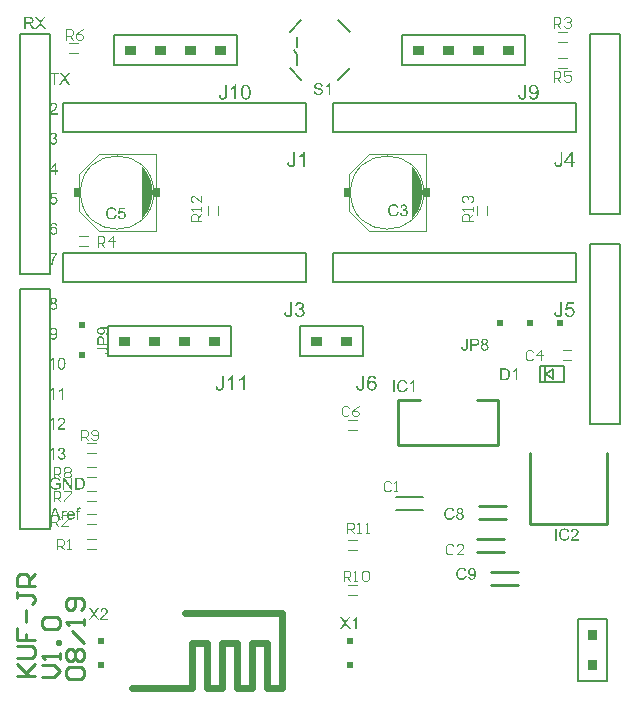
<source format=gto>
G04*
G04 #@! TF.GenerationSoftware,Altium Limited,Altium Designer,19.1.6 (110)*
G04*
G04 Layer_Color=65535*
%FSLAX25Y25*%
%MOIN*%
G70*
G01*
G75*
%ADD10C,0.00400*%
%ADD11C,0.01000*%
%ADD12C,0.02400*%
%ADD13C,0.00500*%
%ADD14C,0.00800*%
%ADD15C,0.00600*%
%ADD16C,0.00272*%
G36*
X169750Y215500D02*
X166250D01*
Y218500D01*
X169750D01*
Y215500D01*
D02*
G37*
G36*
X159750D02*
X156250D01*
Y218500D01*
X159750D01*
Y215500D01*
D02*
G37*
G36*
X149750D02*
X146250D01*
Y218500D01*
X149750D01*
Y215500D01*
D02*
G37*
G36*
X139750D02*
X136250D01*
Y218500D01*
X139750D01*
Y215500D01*
D02*
G37*
G36*
X73750D02*
X70250D01*
Y218500D01*
X73750D01*
Y215500D01*
D02*
G37*
G36*
X63750D02*
X60250D01*
Y218500D01*
X63750D01*
Y215500D01*
D02*
G37*
G36*
X53750D02*
X50250D01*
Y218500D01*
X53750D01*
Y215500D01*
D02*
G37*
G36*
X43750D02*
X40250D01*
Y218500D01*
X43750D01*
Y215500D01*
D02*
G37*
G36*
X141870Y168122D02*
X139508D01*
Y170878D01*
X141870D01*
Y168122D01*
D02*
G37*
G36*
X115492D02*
X113130D01*
Y170878D01*
X115492D01*
Y168122D01*
D02*
G37*
G36*
X51870D02*
X49508D01*
Y170878D01*
X51870D01*
Y168122D01*
D02*
G37*
G36*
X25492D02*
X23130D01*
Y170878D01*
X25492D01*
Y168122D01*
D02*
G37*
G36*
X137539Y175996D02*
X138917Y173240D01*
X139508Y169500D01*
X138917Y165957D01*
X137736Y163201D01*
X135965Y161035D01*
Y161232D01*
Y177965D01*
X137539Y175996D01*
D02*
G37*
G36*
X47539D02*
X48917Y173240D01*
X49508Y169500D01*
X48917Y165957D01*
X47736Y163201D01*
X45965Y161035D01*
Y161232D01*
Y177965D01*
X47539Y175996D01*
D02*
G37*
G36*
X186000Y125000D02*
X184000D01*
Y127000D01*
X186000D01*
Y125000D01*
D02*
G37*
G36*
X176000D02*
X174000D01*
Y127000D01*
X176000D01*
Y125000D01*
D02*
G37*
G36*
X166000D02*
X164000D01*
Y127000D01*
X166000D01*
Y125000D01*
D02*
G37*
G36*
X26641Y124391D02*
X24641D01*
Y126391D01*
X26641D01*
Y124391D01*
D02*
G37*
G36*
X115750Y118500D02*
X112250D01*
Y121500D01*
X115750D01*
Y118500D01*
D02*
G37*
G36*
X105750D02*
X102250D01*
Y121500D01*
X105750D01*
Y118500D01*
D02*
G37*
G36*
X71750D02*
X68250D01*
Y121500D01*
X71750D01*
Y118500D01*
D02*
G37*
G36*
X61750D02*
X58250D01*
Y121500D01*
X61750D01*
Y118500D01*
D02*
G37*
G36*
X51750D02*
X48250D01*
Y121500D01*
X51750D01*
Y118500D01*
D02*
G37*
G36*
X41750D02*
X38250D01*
Y121500D01*
X41750D01*
Y118500D01*
D02*
G37*
G36*
X26641Y114391D02*
X24641D01*
Y116391D01*
X26641D01*
Y114391D01*
D02*
G37*
G36*
X180531Y106244D02*
X179744D01*
Y111756D01*
X180531D01*
Y106244D01*
D02*
G37*
G36*
X197500Y20250D02*
X194500D01*
Y23750D01*
X197500D01*
Y20250D01*
D02*
G37*
G36*
X115984Y18953D02*
X114016D01*
Y20921D01*
X115984D01*
Y18953D01*
D02*
G37*
G36*
X32984D02*
X31016D01*
Y20921D01*
X32984D01*
Y18953D01*
D02*
G37*
G36*
X115984Y11079D02*
X114016D01*
Y13047D01*
X115984D01*
Y11079D01*
D02*
G37*
G36*
X32984D02*
X31016D01*
Y13047D01*
X32984D01*
Y11079D01*
D02*
G37*
G36*
X197500Y10250D02*
X194500D01*
Y13750D01*
X197500D01*
Y10250D01*
D02*
G37*
G36*
X12241Y226081D02*
X13728Y224000D01*
X13088D01*
X12081Y225415D01*
X12077Y225419D01*
X12069Y225436D01*
X12051Y225458D01*
X12030Y225492D01*
X12004Y225526D01*
X11978Y225565D01*
X11918Y225656D01*
Y225651D01*
X11914Y225647D01*
X11896Y225621D01*
X11875Y225587D01*
X11845Y225544D01*
X11780Y225453D01*
X11755Y225410D01*
X11729Y225376D01*
X10723Y224000D01*
X10091D01*
X11626Y226055D01*
X10271Y227969D01*
X10895D01*
X11621Y226950D01*
X11626Y226945D01*
X11630Y226937D01*
X11643Y226920D01*
X11660Y226898D01*
X11677Y226872D01*
X11699Y226842D01*
X11746Y226774D01*
X11798Y226692D01*
X11849Y226614D01*
X11901Y226533D01*
X11940Y226464D01*
Y226468D01*
X11944Y226472D01*
X11952Y226485D01*
X11965Y226503D01*
X11991Y226541D01*
X12030Y226597D01*
X12077Y226666D01*
X12129Y226743D01*
X12193Y226825D01*
X12258Y226911D01*
X13049Y227969D01*
X13621D01*
X12241Y226081D01*
D02*
G37*
G36*
X8392Y227965D02*
X8439D01*
X8495Y227960D01*
X8560Y227956D01*
X8689Y227943D01*
X8822Y227922D01*
X8951Y227896D01*
X9007Y227879D01*
X9063Y227861D01*
X9067D01*
X9076Y227857D01*
X9089Y227849D01*
X9110Y227840D01*
X9162Y227814D01*
X9222Y227775D01*
X9295Y227724D01*
X9368Y227655D01*
X9441Y227578D01*
X9506Y227483D01*
Y227479D01*
X9514Y227470D01*
X9523Y227457D01*
X9532Y227436D01*
X9544Y227410D01*
X9557Y227380D01*
X9574Y227345D01*
X9592Y227307D01*
X9622Y227216D01*
X9648Y227117D01*
X9665Y227006D01*
X9673Y226885D01*
Y226881D01*
Y226868D01*
Y226842D01*
X9669Y226817D01*
X9665Y226778D01*
X9661Y226735D01*
X9652Y226688D01*
X9639Y226636D01*
X9605Y226524D01*
X9583Y226464D01*
X9557Y226404D01*
X9527Y226343D01*
X9488Y226283D01*
X9445Y226227D01*
X9398Y226171D01*
X9394Y226167D01*
X9385Y226159D01*
X9368Y226146D01*
X9347Y226124D01*
X9317Y226103D01*
X9282Y226077D01*
X9239Y226047D01*
X9188Y226017D01*
X9132Y225987D01*
X9071Y225957D01*
X9003Y225926D01*
X8925Y225896D01*
X8844Y225870D01*
X8753Y225845D01*
X8654Y225823D01*
X8551Y225806D01*
X8555D01*
X8560Y225802D01*
X8585Y225789D01*
X8624Y225767D01*
X8671Y225742D01*
X8723Y225711D01*
X8775Y225681D01*
X8826Y225643D01*
X8869Y225608D01*
X8874Y225604D01*
X8878Y225600D01*
X8891Y225587D01*
X8908Y225570D01*
X8929Y225548D01*
X8955Y225522D01*
X9011Y225462D01*
X9076Y225385D01*
X9149Y225294D01*
X9226Y225191D01*
X9304Y225079D01*
X9992Y224000D01*
X9334D01*
X8809Y224826D01*
X8805Y224830D01*
X8800Y224843D01*
X8788Y224860D01*
X8770Y224886D01*
X8753Y224916D01*
X8727Y224950D01*
X8676Y225028D01*
X8616Y225118D01*
X8555Y225208D01*
X8491Y225294D01*
X8431Y225372D01*
Y225376D01*
X8422Y225380D01*
X8405Y225402D01*
X8379Y225436D01*
X8340Y225475D01*
X8302Y225518D01*
X8254Y225561D01*
X8207Y225604D01*
X8164Y225634D01*
X8160Y225638D01*
X8143Y225647D01*
X8121Y225660D01*
X8091Y225677D01*
X8052Y225694D01*
X8014Y225711D01*
X7971Y225729D01*
X7923Y225742D01*
X7919D01*
X7906Y225746D01*
X7885Y225750D01*
X7854Y225754D01*
X7812D01*
X7760Y225759D01*
X7700Y225763D01*
X7025D01*
Y224000D01*
X6500D01*
Y227969D01*
X8345D01*
X8392Y227965D01*
D02*
G37*
G36*
X20427Y207581D02*
X21914Y205500D01*
X21274D01*
X20267Y206915D01*
X20263Y206919D01*
X20255Y206936D01*
X20237Y206958D01*
X20216Y206992D01*
X20190Y207027D01*
X20164Y207065D01*
X20104Y207155D01*
Y207151D01*
X20100Y207147D01*
X20083Y207121D01*
X20061Y207087D01*
X20031Y207044D01*
X19966Y206953D01*
X19941Y206910D01*
X19915Y206876D01*
X18909Y205500D01*
X18277D01*
X19812Y207555D01*
X18457Y209469D01*
X19081D01*
X19807Y208450D01*
X19812Y208446D01*
X19816Y208437D01*
X19829Y208420D01*
X19846Y208398D01*
X19863Y208372D01*
X19885Y208342D01*
X19932Y208274D01*
X19984Y208192D01*
X20035Y208114D01*
X20087Y208033D01*
X20126Y207964D01*
Y207968D01*
X20130Y207973D01*
X20139Y207985D01*
X20151Y208003D01*
X20177Y208041D01*
X20216Y208097D01*
X20263Y208166D01*
X20315Y208243D01*
X20379Y208325D01*
X20444Y208411D01*
X21235Y209469D01*
X21807D01*
X20427Y207581D01*
D02*
G37*
G36*
X18139Y209000D02*
X16832D01*
Y205500D01*
X16307D01*
Y209000D01*
X15000D01*
Y209469D01*
X18139D01*
Y209000D01*
D02*
G37*
G36*
X16479Y199478D02*
X16526Y199473D01*
X16582Y199465D01*
X16647Y199456D01*
X16711Y199443D01*
X16784Y199426D01*
X16858Y199404D01*
X16935Y199379D01*
X17008Y199348D01*
X17086Y199310D01*
X17159Y199267D01*
X17227Y199220D01*
X17292Y199164D01*
X17296Y199159D01*
X17305Y199151D01*
X17322Y199129D01*
X17344Y199108D01*
X17369Y199078D01*
X17399Y199039D01*
X17429Y198996D01*
X17460Y198944D01*
X17490Y198893D01*
X17520Y198832D01*
X17550Y198768D01*
X17576Y198699D01*
X17597Y198622D01*
X17614Y198544D01*
X17623Y198463D01*
X17627Y198377D01*
Y198372D01*
Y198368D01*
Y198355D01*
Y198338D01*
X17623Y198291D01*
X17614Y198231D01*
X17602Y198157D01*
X17584Y198080D01*
X17563Y197994D01*
X17528Y197908D01*
Y197904D01*
X17524Y197899D01*
X17520Y197887D01*
X17511Y197869D01*
X17485Y197822D01*
X17451Y197762D01*
X17404Y197689D01*
X17348Y197607D01*
X17283Y197521D01*
X17202Y197426D01*
X17197Y197422D01*
X17193Y197414D01*
X17176Y197401D01*
X17159Y197379D01*
X17133Y197353D01*
X17103Y197323D01*
X17068Y197284D01*
X17025Y197246D01*
X16974Y197198D01*
X16918Y197147D01*
X16858Y197087D01*
X16789Y197027D01*
X16716Y196958D01*
X16634Y196889D01*
X16544Y196811D01*
X16449Y196730D01*
X16445Y196725D01*
X16432Y196713D01*
X16406Y196695D01*
X16380Y196670D01*
X16342Y196640D01*
X16303Y196605D01*
X16213Y196528D01*
X16118Y196446D01*
X16028Y196360D01*
X15985Y196321D01*
X15946Y196287D01*
X15912Y196253D01*
X15886Y196227D01*
X15881Y196222D01*
X15864Y196205D01*
X15843Y196179D01*
X15813Y196145D01*
X15778Y196106D01*
X15744Y196063D01*
X15675Y195969D01*
X17632D01*
Y195500D01*
X15004D01*
Y195509D01*
Y195530D01*
Y195564D01*
X15009Y195607D01*
X15013Y195659D01*
X15026Y195715D01*
X15039Y195775D01*
X15060Y195835D01*
Y195840D01*
X15065Y195848D01*
X15069Y195861D01*
X15077Y195883D01*
X15090Y195904D01*
X15103Y195934D01*
X15138Y196003D01*
X15181Y196085D01*
X15236Y196175D01*
X15301Y196270D01*
X15378Y196364D01*
X15383Y196369D01*
X15387Y196377D01*
X15400Y196390D01*
X15421Y196412D01*
X15443Y196433D01*
X15473Y196463D01*
X15503Y196498D01*
X15542Y196536D01*
X15585Y196579D01*
X15632Y196622D01*
X15684Y196674D01*
X15744Y196725D01*
X15804Y196781D01*
X15873Y196837D01*
X15942Y196897D01*
X16019Y196962D01*
X16028Y196966D01*
X16049Y196988D01*
X16079Y197014D01*
X16122Y197052D01*
X16174Y197095D01*
X16234Y197147D01*
X16303Y197203D01*
X16372Y197267D01*
X16518Y197401D01*
X16660Y197543D01*
X16729Y197611D01*
X16793Y197680D01*
X16849Y197745D01*
X16896Y197805D01*
X16901Y197809D01*
X16905Y197818D01*
X16918Y197835D01*
X16931Y197856D01*
X16952Y197887D01*
X16969Y197917D01*
X17012Y197994D01*
X17055Y198084D01*
X17094Y198183D01*
X17120Y198286D01*
X17124Y198338D01*
X17129Y198390D01*
Y198394D01*
Y198403D01*
Y198420D01*
X17124Y198437D01*
Y198463D01*
X17116Y198493D01*
X17103Y198557D01*
X17077Y198635D01*
X17038Y198716D01*
X17017Y198759D01*
X16987Y198798D01*
X16957Y198837D01*
X16918Y198875D01*
X16914Y198880D01*
X16909Y198884D01*
X16896Y198893D01*
X16879Y198906D01*
X16858Y198923D01*
X16832Y198940D01*
X16772Y198979D01*
X16690Y199013D01*
X16600Y199048D01*
X16492Y199069D01*
X16432Y199078D01*
X16337D01*
X16311Y199073D01*
X16281D01*
X16247Y199065D01*
X16170Y199052D01*
X16079Y199026D01*
X15985Y198987D01*
X15937Y198961D01*
X15890Y198936D01*
X15847Y198901D01*
X15804Y198863D01*
X15800Y198858D01*
X15796Y198854D01*
X15787Y198841D01*
X15770Y198824D01*
X15757Y198802D01*
X15740Y198777D01*
X15718Y198747D01*
X15701Y198712D01*
X15679Y198673D01*
X15662Y198630D01*
X15628Y198527D01*
X15602Y198415D01*
X15598Y198351D01*
X15593Y198282D01*
X15095Y198334D01*
Y198342D01*
X15099Y198360D01*
X15103Y198385D01*
X15108Y198424D01*
X15116Y198471D01*
X15129Y198527D01*
X15142Y198587D01*
X15163Y198652D01*
X15185Y198716D01*
X15211Y198790D01*
X15245Y198858D01*
X15280Y198927D01*
X15323Y199000D01*
X15370Y199065D01*
X15421Y199129D01*
X15482Y199185D01*
X15486Y199189D01*
X15499Y199198D01*
X15516Y199211D01*
X15542Y199232D01*
X15576Y199254D01*
X15619Y199280D01*
X15666Y199305D01*
X15722Y199336D01*
X15783Y199361D01*
X15851Y199387D01*
X15924Y199413D01*
X16006Y199434D01*
X16092Y199456D01*
X16183Y199469D01*
X16281Y199478D01*
X16385Y199482D01*
X16441D01*
X16479Y199478D01*
D02*
G37*
G36*
X16324Y189478D02*
X16354Y189473D01*
X16436Y189465D01*
X16526Y189447D01*
X16630Y189422D01*
X16733Y189387D01*
X16836Y189340D01*
X16840D01*
X16849Y189336D01*
X16862Y189327D01*
X16883Y189314D01*
X16931Y189284D01*
X16991Y189241D01*
X17060Y189185D01*
X17129Y189121D01*
X17197Y189048D01*
X17257Y188962D01*
Y188957D01*
X17262Y188953D01*
X17270Y188936D01*
X17279Y188918D01*
X17292Y188897D01*
X17305Y188871D01*
X17331Y188807D01*
X17356Y188729D01*
X17382Y188643D01*
X17399Y188549D01*
X17404Y188450D01*
Y188445D01*
Y188437D01*
Y188424D01*
Y188407D01*
X17395Y188355D01*
X17387Y188295D01*
X17369Y188222D01*
X17344Y188145D01*
X17309Y188063D01*
X17262Y187981D01*
Y187977D01*
X17257Y187972D01*
X17236Y187947D01*
X17206Y187908D01*
X17159Y187861D01*
X17103Y187805D01*
X17030Y187749D01*
X16948Y187697D01*
X16853Y187646D01*
X16858D01*
X16871Y187641D01*
X16888Y187637D01*
X16914Y187628D01*
X16939Y187620D01*
X16974Y187607D01*
X17055Y187573D01*
X17141Y187525D01*
X17232Y187469D01*
X17322Y187396D01*
X17399Y187306D01*
X17404Y187302D01*
X17408Y187293D01*
X17417Y187280D01*
X17429Y187259D01*
X17447Y187237D01*
X17464Y187207D01*
X17481Y187173D01*
X17498Y187130D01*
X17515Y187087D01*
X17533Y187039D01*
X17567Y186932D01*
X17589Y186807D01*
X17597Y186738D01*
Y186670D01*
Y186665D01*
Y186648D01*
X17593Y186618D01*
Y186584D01*
X17584Y186536D01*
X17576Y186485D01*
X17567Y186429D01*
X17550Y186364D01*
X17528Y186295D01*
X17503Y186227D01*
X17472Y186154D01*
X17434Y186081D01*
X17391Y186003D01*
X17339Y185930D01*
X17283Y185857D01*
X17214Y185788D01*
X17210Y185784D01*
X17197Y185771D01*
X17176Y185754D01*
X17146Y185732D01*
X17111Y185706D01*
X17064Y185676D01*
X17012Y185642D01*
X16952Y185612D01*
X16888Y185577D01*
X16815Y185543D01*
X16737Y185513D01*
X16651Y185487D01*
X16561Y185466D01*
X16466Y185448D01*
X16367Y185435D01*
X16260Y185431D01*
X16238D01*
X16208Y185435D01*
X16174D01*
X16127Y185440D01*
X16075Y185448D01*
X16019Y185457D01*
X15955Y185470D01*
X15886Y185487D01*
X15817Y185509D01*
X15744Y185530D01*
X15671Y185560D01*
X15598Y185599D01*
X15529Y185638D01*
X15456Y185685D01*
X15391Y185741D01*
X15387Y185745D01*
X15378Y185754D01*
X15361Y185771D01*
X15335Y185797D01*
X15310Y185827D01*
X15280Y185865D01*
X15249Y185908D01*
X15215Y185960D01*
X15181Y186012D01*
X15146Y186076D01*
X15112Y186141D01*
X15082Y186214D01*
X15056Y186291D01*
X15030Y186373D01*
X15013Y186459D01*
X15000Y186549D01*
X15486Y186614D01*
Y186609D01*
X15490Y186597D01*
X15495Y186575D01*
X15503Y186545D01*
X15512Y186511D01*
X15520Y186472D01*
X15550Y186381D01*
X15589Y186283D01*
X15636Y186184D01*
X15697Y186093D01*
X15731Y186055D01*
X15765Y186016D01*
X15770D01*
X15774Y186007D01*
X15787Y185999D01*
X15800Y185986D01*
X15843Y185960D01*
X15903Y185926D01*
X15976Y185891D01*
X16058Y185865D01*
X16157Y185844D01*
X16260Y185835D01*
X16294D01*
X16320Y185840D01*
X16346Y185844D01*
X16385Y185848D01*
X16462Y185865D01*
X16557Y185891D01*
X16656Y185934D01*
X16703Y185964D01*
X16750Y185995D01*
X16797Y186029D01*
X16845Y186072D01*
X16849Y186076D01*
X16853Y186085D01*
X16866Y186098D01*
X16883Y186115D01*
X16901Y186136D01*
X16918Y186167D01*
X16939Y186197D01*
X16965Y186235D01*
X17008Y186321D01*
X17042Y186420D01*
X17073Y186536D01*
X17077Y186597D01*
X17081Y186661D01*
Y186665D01*
Y186674D01*
Y186695D01*
X17077Y186717D01*
X17073Y186747D01*
X17068Y186777D01*
X17055Y186855D01*
X17025Y186945D01*
X16987Y187035D01*
X16961Y187082D01*
X16931Y187125D01*
X16896Y187168D01*
X16858Y187211D01*
X16853Y187216D01*
X16849Y187220D01*
X16836Y187233D01*
X16819Y187246D01*
X16797Y187263D01*
X16772Y187280D01*
X16707Y187323D01*
X16625Y187362D01*
X16531Y187396D01*
X16423Y187422D01*
X16363Y187426D01*
X16303Y187431D01*
X16277D01*
X16247Y187426D01*
X16208D01*
X16157Y187418D01*
X16101Y187409D01*
X16032Y187396D01*
X15959Y187379D01*
X16011Y187805D01*
X16019D01*
X16041Y187801D01*
X16066Y187796D01*
X16122D01*
X16144Y187801D01*
X16174D01*
X16204Y187805D01*
X16277Y187818D01*
X16363Y187835D01*
X16458Y187865D01*
X16557Y187904D01*
X16651Y187960D01*
X16656D01*
X16664Y187968D01*
X16673Y187977D01*
X16690Y187990D01*
X16733Y188028D01*
X16780Y188084D01*
X16823Y188153D01*
X16866Y188239D01*
X16883Y188286D01*
X16892Y188342D01*
X16901Y188398D01*
X16905Y188458D01*
Y188463D01*
Y188471D01*
Y188484D01*
X16901Y188506D01*
X16896Y188553D01*
X16883Y188618D01*
X16862Y188686D01*
X16827Y188759D01*
X16780Y188837D01*
X16754Y188871D01*
X16720Y188906D01*
X16711Y188914D01*
X16686Y188931D01*
X16647Y188962D01*
X16595Y188996D01*
X16526Y189026D01*
X16445Y189056D01*
X16354Y189073D01*
X16251Y189082D01*
X16226D01*
X16204Y189078D01*
X16178D01*
X16152Y189073D01*
X16084Y189060D01*
X16011Y189039D01*
X15929Y189005D01*
X15851Y188962D01*
X15774Y188901D01*
X15765Y188893D01*
X15744Y188867D01*
X15710Y188828D01*
X15675Y188768D01*
X15632Y188695D01*
X15593Y188600D01*
X15559Y188493D01*
X15533Y188368D01*
X15047Y188454D01*
Y188458D01*
X15052Y188476D01*
X15056Y188501D01*
X15065Y188536D01*
X15077Y188575D01*
X15090Y188622D01*
X15108Y188673D01*
X15129Y188729D01*
X15185Y188854D01*
X15215Y188914D01*
X15254Y188979D01*
X15297Y189039D01*
X15344Y189099D01*
X15396Y189159D01*
X15451Y189211D01*
X15456Y189215D01*
X15464Y189224D01*
X15486Y189237D01*
X15507Y189254D01*
X15542Y189275D01*
X15576Y189297D01*
X15619Y189323D01*
X15671Y189348D01*
X15722Y189370D01*
X15783Y189396D01*
X15847Y189417D01*
X15916Y189439D01*
X15993Y189456D01*
X16071Y189469D01*
X16152Y189478D01*
X16238Y189482D01*
X16294D01*
X16324Y189478D01*
D02*
G37*
G36*
X17214Y176898D02*
X17752D01*
Y176450D01*
X17214D01*
Y175500D01*
X16729D01*
Y176450D01*
X15000D01*
Y176898D01*
X16815Y179469D01*
X17214D01*
Y176898D01*
D02*
G37*
G36*
X17442Y168953D02*
X15856D01*
X15645Y167886D01*
X15649Y167891D01*
X15662Y167899D01*
X15679Y167908D01*
X15705Y167925D01*
X15740Y167942D01*
X15778Y167964D01*
X15821Y167990D01*
X15873Y168011D01*
X15924Y168033D01*
X15985Y168059D01*
X16109Y168097D01*
X16178Y168114D01*
X16247Y168127D01*
X16320Y168132D01*
X16393Y168136D01*
X16415D01*
X16445Y168132D01*
X16479D01*
X16522Y168123D01*
X16574Y168119D01*
X16634Y168106D01*
X16694Y168093D01*
X16763Y168071D01*
X16832Y168050D01*
X16905Y168020D01*
X16978Y167985D01*
X17051Y167942D01*
X17124Y167895D01*
X17197Y167839D01*
X17266Y167775D01*
X17270Y167770D01*
X17283Y167757D01*
X17300Y167736D01*
X17322Y167710D01*
X17352Y167676D01*
X17382Y167629D01*
X17412Y167581D01*
X17447Y167525D01*
X17481Y167461D01*
X17511Y167388D01*
X17546Y167315D01*
X17571Y167229D01*
X17593Y167143D01*
X17610Y167048D01*
X17623Y166949D01*
X17627Y166846D01*
Y166842D01*
Y166820D01*
Y166794D01*
X17623Y166756D01*
X17619Y166708D01*
X17610Y166657D01*
X17602Y166596D01*
X17589Y166528D01*
X17571Y166459D01*
X17550Y166382D01*
X17524Y166304D01*
X17494Y166227D01*
X17460Y166149D01*
X17417Y166068D01*
X17369Y165990D01*
X17313Y165917D01*
X17309Y165913D01*
X17296Y165896D01*
X17275Y165874D01*
X17245Y165844D01*
X17206Y165805D01*
X17159Y165767D01*
X17103Y165719D01*
X17038Y165676D01*
X16969Y165633D01*
X16892Y165586D01*
X16806Y165547D01*
X16711Y165513D01*
X16612Y165479D01*
X16505Y165457D01*
X16393Y165440D01*
X16273Y165436D01*
X16221D01*
X16183Y165440D01*
X16135Y165444D01*
X16084Y165453D01*
X16023Y165461D01*
X15959Y165474D01*
X15890Y165487D01*
X15817Y165509D01*
X15744Y165534D01*
X15671Y165565D01*
X15598Y165599D01*
X15525Y165638D01*
X15456Y165685D01*
X15387Y165736D01*
X15383Y165741D01*
X15374Y165749D01*
X15357Y165767D01*
X15335Y165792D01*
X15305Y165823D01*
X15275Y165857D01*
X15245Y165900D01*
X15211Y165952D01*
X15176Y166003D01*
X15142Y166063D01*
X15112Y166132D01*
X15082Y166201D01*
X15052Y166278D01*
X15030Y166360D01*
X15013Y166450D01*
X15000Y166541D01*
X15512Y166579D01*
Y166575D01*
X15516Y166562D01*
X15520Y166545D01*
X15525Y166519D01*
X15529Y166489D01*
X15542Y166450D01*
X15563Y166369D01*
X15598Y166278D01*
X15645Y166184D01*
X15701Y166098D01*
X15735Y166059D01*
X15770Y166020D01*
X15774D01*
X15778Y166012D01*
X15791Y166003D01*
X15808Y165990D01*
X15851Y165960D01*
X15912Y165930D01*
X15985Y165896D01*
X16071Y165866D01*
X16165Y165844D01*
X16217Y165840D01*
X16273Y165835D01*
X16307D01*
X16333Y165840D01*
X16363Y165844D01*
X16398Y165848D01*
X16479Y165870D01*
X16574Y165900D01*
X16621Y165921D01*
X16673Y165947D01*
X16724Y165977D01*
X16772Y166012D01*
X16819Y166050D01*
X16866Y166098D01*
X16871Y166102D01*
X16875Y166111D01*
X16888Y166123D01*
X16905Y166145D01*
X16922Y166175D01*
X16944Y166205D01*
X16965Y166244D01*
X16991Y166287D01*
X17012Y166334D01*
X17034Y166386D01*
X17055Y166446D01*
X17073Y166506D01*
X17090Y166575D01*
X17103Y166648D01*
X17107Y166721D01*
X17111Y166803D01*
Y166807D01*
Y166820D01*
Y166842D01*
X17107Y166872D01*
X17103Y166906D01*
X17098Y166949D01*
X17090Y166992D01*
X17081Y167044D01*
X17055Y167147D01*
X17012Y167259D01*
X16987Y167310D01*
X16952Y167362D01*
X16918Y167413D01*
X16875Y167461D01*
X16871Y167465D01*
X16866Y167469D01*
X16849Y167482D01*
X16832Y167499D01*
X16810Y167517D01*
X16780Y167538D01*
X16750Y167560D01*
X16711Y167586D01*
X16668Y167607D01*
X16625Y167629D01*
X16518Y167667D01*
X16462Y167684D01*
X16398Y167697D01*
X16333Y167702D01*
X16264Y167706D01*
X16226D01*
X16178Y167702D01*
X16122Y167693D01*
X16053Y167680D01*
X15980Y167659D01*
X15907Y167633D01*
X15834Y167594D01*
X15826Y167590D01*
X15804Y167577D01*
X15770Y167551D01*
X15727Y167521D01*
X15684Y167478D01*
X15632Y167431D01*
X15585Y167375D01*
X15542Y167315D01*
X15086Y167379D01*
X15469Y169417D01*
X17442D01*
Y168953D01*
D02*
G37*
G36*
X16505Y159477D02*
X16544Y159473D01*
X16591Y159469D01*
X16643Y159460D01*
X16699Y159447D01*
X16823Y159417D01*
X16883Y159396D01*
X16952Y159370D01*
X17017Y159340D01*
X17077Y159301D01*
X17137Y159263D01*
X17197Y159215D01*
X17202Y159211D01*
X17210Y159202D01*
X17227Y159189D01*
X17245Y159168D01*
X17270Y159142D01*
X17296Y159108D01*
X17326Y159069D01*
X17356Y159026D01*
X17387Y158979D01*
X17417Y158923D01*
X17447Y158863D01*
X17477Y158798D01*
X17503Y158729D01*
X17524Y158656D01*
X17546Y158579D01*
X17559Y158493D01*
X17073Y158454D01*
Y158458D01*
X17068Y158467D01*
X17064Y158480D01*
X17060Y158501D01*
X17047Y158553D01*
X17025Y158613D01*
X16999Y158682D01*
X16965Y158751D01*
X16931Y158815D01*
X16888Y158871D01*
X16883Y158876D01*
X16879Y158880D01*
X16866Y158893D01*
X16853Y158906D01*
X16810Y158940D01*
X16750Y158979D01*
X16681Y159017D01*
X16595Y159047D01*
X16501Y159073D01*
X16449Y159078D01*
X16398Y159082D01*
X16359D01*
X16311Y159073D01*
X16256Y159065D01*
X16191Y159047D01*
X16122Y159026D01*
X16053Y158992D01*
X15985Y158949D01*
X15980D01*
X15976Y158940D01*
X15963Y158931D01*
X15946Y158918D01*
X15907Y158880D01*
X15856Y158824D01*
X15796Y158755D01*
X15735Y158669D01*
X15679Y158570D01*
X15623Y158458D01*
Y158454D01*
X15619Y158446D01*
X15611Y158424D01*
X15602Y158398D01*
X15593Y158368D01*
X15581Y158325D01*
X15568Y158278D01*
X15555Y158226D01*
X15542Y158166D01*
X15533Y158097D01*
X15520Y158020D01*
X15507Y157938D01*
X15499Y157852D01*
X15495Y157757D01*
X15490Y157654D01*
X15486Y157551D01*
X15495Y157560D01*
X15503Y157573D01*
X15516Y157590D01*
X15555Y157637D01*
X15602Y157697D01*
X15666Y157762D01*
X15740Y157826D01*
X15821Y157887D01*
X15912Y157942D01*
X15916D01*
X15924Y157947D01*
X15937Y157955D01*
X15955Y157964D01*
X15980Y157973D01*
X16006Y157985D01*
X16075Y158011D01*
X16157Y158033D01*
X16247Y158054D01*
X16346Y158071D01*
X16449Y158076D01*
X16471D01*
X16496Y158071D01*
X16531D01*
X16574Y158063D01*
X16621Y158059D01*
X16677Y158046D01*
X16737Y158033D01*
X16797Y158011D01*
X16866Y157990D01*
X16935Y157960D01*
X17004Y157925D01*
X17077Y157882D01*
X17146Y157835D01*
X17214Y157779D01*
X17279Y157714D01*
X17283Y157710D01*
X17292Y157697D01*
X17309Y157680D01*
X17335Y157650D01*
X17361Y157616D01*
X17387Y157573D01*
X17421Y157521D01*
X17451Y157465D01*
X17481Y157401D01*
X17515Y157332D01*
X17541Y157254D01*
X17571Y157173D01*
X17593Y157087D01*
X17610Y156992D01*
X17619Y156893D01*
X17623Y156790D01*
Y156786D01*
Y156773D01*
Y156756D01*
X17619Y156726D01*
Y156695D01*
X17614Y156657D01*
X17610Y156609D01*
X17602Y156562D01*
X17584Y156455D01*
X17554Y156339D01*
X17515Y156218D01*
X17460Y156093D01*
Y156089D01*
X17451Y156080D01*
X17442Y156063D01*
X17429Y156042D01*
X17412Y156016D01*
X17395Y155986D01*
X17344Y155913D01*
X17283Y155835D01*
X17206Y155754D01*
X17116Y155672D01*
X17017Y155603D01*
X17012D01*
X17004Y155595D01*
X16987Y155586D01*
X16965Y155577D01*
X16939Y155564D01*
X16909Y155552D01*
X16871Y155534D01*
X16832Y155522D01*
X16737Y155487D01*
X16625Y155461D01*
X16505Y155444D01*
X16376Y155436D01*
X16350D01*
X16316Y155440D01*
X16273Y155444D01*
X16221Y155448D01*
X16161Y155461D01*
X16096Y155474D01*
X16023Y155491D01*
X15946Y155517D01*
X15864Y155543D01*
X15783Y155582D01*
X15701Y155625D01*
X15615Y155676D01*
X15538Y155736D01*
X15456Y155805D01*
X15383Y155883D01*
X15378Y155887D01*
X15365Y155904D01*
X15348Y155930D01*
X15323Y155969D01*
X15292Y156016D01*
X15262Y156076D01*
X15228Y156149D01*
X15193Y156235D01*
X15155Y156330D01*
X15120Y156437D01*
X15090Y156558D01*
X15060Y156691D01*
X15034Y156837D01*
X15017Y156996D01*
X15004Y157168D01*
X15000Y157353D01*
Y157358D01*
Y157366D01*
Y157383D01*
Y157405D01*
Y157431D01*
X15004Y157465D01*
Y157500D01*
X15009Y157543D01*
X15013Y157637D01*
X15021Y157745D01*
X15034Y157865D01*
X15052Y157994D01*
X15077Y158132D01*
X15103Y158269D01*
X15138Y158407D01*
X15181Y158544D01*
X15228Y158678D01*
X15284Y158807D01*
X15353Y158923D01*
X15426Y159026D01*
X15430Y159030D01*
X15443Y159047D01*
X15464Y159069D01*
X15495Y159099D01*
X15529Y159134D01*
X15576Y159172D01*
X15628Y159211D01*
X15688Y159254D01*
X15757Y159297D01*
X15834Y159336D01*
X15916Y159374D01*
X16006Y159409D01*
X16101Y159439D01*
X16204Y159460D01*
X16311Y159477D01*
X16428Y159482D01*
X16475D01*
X16505Y159477D01*
D02*
G37*
G36*
X17567Y149035D02*
X17563Y149030D01*
X17550Y149017D01*
X17528Y148992D01*
X17503Y148961D01*
X17468Y148918D01*
X17425Y148871D01*
X17382Y148815D01*
X17331Y148751D01*
X17275Y148678D01*
X17214Y148596D01*
X17150Y148506D01*
X17086Y148411D01*
X17021Y148312D01*
X16952Y148200D01*
X16879Y148084D01*
X16810Y147964D01*
X16806Y147955D01*
X16793Y147934D01*
X16776Y147899D01*
X16750Y147848D01*
X16720Y147788D01*
X16681Y147714D01*
X16643Y147633D01*
X16600Y147543D01*
X16557Y147444D01*
X16509Y147336D01*
X16462Y147220D01*
X16415Y147104D01*
X16367Y146979D01*
X16320Y146850D01*
X16238Y146588D01*
Y146584D01*
X16234Y146566D01*
X16226Y146536D01*
X16217Y146502D01*
X16204Y146455D01*
X16191Y146399D01*
X16174Y146334D01*
X16161Y146265D01*
X16144Y146188D01*
X16131Y146102D01*
X16114Y146012D01*
X16101Y145917D01*
X16084Y145818D01*
X16071Y145715D01*
X16053Y145500D01*
X15555D01*
Y145504D01*
Y145521D01*
Y145547D01*
X15559Y145582D01*
X15563Y145629D01*
X15568Y145681D01*
X15572Y145745D01*
X15581Y145814D01*
X15589Y145896D01*
X15602Y145977D01*
X15615Y146072D01*
X15632Y146171D01*
X15654Y146278D01*
X15675Y146390D01*
X15705Y146506D01*
X15735Y146627D01*
X15740Y146635D01*
X15744Y146657D01*
X15753Y146691D01*
X15770Y146738D01*
X15787Y146799D01*
X15808Y146872D01*
X15834Y146949D01*
X15864Y147035D01*
X15899Y147130D01*
X15937Y147233D01*
X15976Y147340D01*
X16023Y147448D01*
X16122Y147676D01*
X16238Y147908D01*
X16243Y147917D01*
X16256Y147934D01*
X16273Y147968D01*
X16294Y148011D01*
X16329Y148063D01*
X16363Y148123D01*
X16406Y148192D01*
X16449Y148269D01*
X16501Y148347D01*
X16557Y148433D01*
X16677Y148605D01*
X16806Y148781D01*
X16875Y148867D01*
X16944Y148949D01*
X15000D01*
Y149417D01*
X17567D01*
Y149035D01*
D02*
G37*
G36*
X16380Y134477D02*
X16423Y134473D01*
X16475Y134465D01*
X16531Y134456D01*
X16595Y134443D01*
X16660Y134426D01*
X16729Y134409D01*
X16797Y134383D01*
X16866Y134353D01*
X16939Y134318D01*
X17004Y134275D01*
X17073Y134232D01*
X17133Y134177D01*
X17137Y134172D01*
X17146Y134164D01*
X17163Y134146D01*
X17184Y134125D01*
X17206Y134095D01*
X17232Y134060D01*
X17262Y134017D01*
X17292Y133974D01*
X17322Y133923D01*
X17352Y133867D01*
X17378Y133807D01*
X17399Y133742D01*
X17421Y133673D01*
X17438Y133600D01*
X17447Y133523D01*
X17451Y133446D01*
Y133441D01*
Y133433D01*
Y133420D01*
Y133398D01*
X17447Y133377D01*
X17442Y133347D01*
X17434Y133282D01*
X17417Y133209D01*
X17391Y133127D01*
X17352Y133046D01*
X17305Y132964D01*
Y132960D01*
X17296Y132955D01*
X17279Y132930D01*
X17245Y132895D01*
X17197Y132848D01*
X17133Y132800D01*
X17060Y132745D01*
X16969Y132697D01*
X16866Y132650D01*
X16871D01*
X16883Y132646D01*
X16901Y132637D01*
X16926Y132629D01*
X16957Y132616D01*
X16991Y132598D01*
X17073Y132555D01*
X17163Y132504D01*
X17253Y132435D01*
X17344Y132358D01*
X17421Y132263D01*
X17425Y132259D01*
X17429Y132250D01*
X17438Y132237D01*
X17451Y132216D01*
X17464Y132190D01*
X17481Y132160D01*
X17498Y132125D01*
X17520Y132087D01*
X17554Y131996D01*
X17584Y131889D01*
X17606Y131769D01*
X17614Y131704D01*
Y131635D01*
Y131631D01*
Y131614D01*
X17610Y131588D01*
Y131549D01*
X17602Y131506D01*
X17597Y131455D01*
X17584Y131399D01*
X17571Y131339D01*
X17550Y131270D01*
X17528Y131201D01*
X17498Y131132D01*
X17464Y131059D01*
X17421Y130986D01*
X17374Y130917D01*
X17318Y130844D01*
X17253Y130780D01*
X17249Y130775D01*
X17236Y130767D01*
X17214Y130749D01*
X17189Y130728D01*
X17150Y130698D01*
X17107Y130672D01*
X17055Y130638D01*
X16999Y130607D01*
X16935Y130577D01*
X16862Y130543D01*
X16784Y130517D01*
X16703Y130491D01*
X16612Y130466D01*
X16518Y130448D01*
X16415Y130440D01*
X16307Y130436D01*
X16281D01*
X16251Y130440D01*
X16208D01*
X16161Y130444D01*
X16101Y130453D01*
X16036Y130466D01*
X15968Y130479D01*
X15894Y130496D01*
X15817Y130522D01*
X15740Y130547D01*
X15658Y130582D01*
X15581Y130620D01*
X15503Y130668D01*
X15426Y130719D01*
X15357Y130780D01*
X15353Y130784D01*
X15340Y130797D01*
X15323Y130814D01*
X15301Y130844D01*
X15275Y130878D01*
X15245Y130917D01*
X15211Y130964D01*
X15181Y131020D01*
X15146Y131080D01*
X15112Y131145D01*
X15082Y131218D01*
X15056Y131291D01*
X15034Y131373D01*
X15017Y131463D01*
X15004Y131553D01*
X15000Y131648D01*
Y131652D01*
Y131665D01*
Y131687D01*
X15004Y131713D01*
Y131747D01*
X15009Y131786D01*
X15017Y131829D01*
X15026Y131876D01*
X15047Y131975D01*
X15082Y132082D01*
X15129Y132190D01*
X15159Y132241D01*
X15193Y132293D01*
X15198Y132297D01*
X15202Y132306D01*
X15215Y132319D01*
X15232Y132336D01*
X15249Y132358D01*
X15275Y132379D01*
X15305Y132409D01*
X15340Y132435D01*
X15417Y132495D01*
X15512Y132555D01*
X15623Y132607D01*
X15753Y132650D01*
X15748D01*
X15740Y132654D01*
X15722Y132663D01*
X15705Y132671D01*
X15679Y132680D01*
X15649Y132697D01*
X15585Y132732D01*
X15512Y132775D01*
X15439Y132831D01*
X15365Y132891D01*
X15305Y132964D01*
Y132968D01*
X15301Y132973D01*
X15292Y132985D01*
X15284Y133003D01*
X15258Y133046D01*
X15232Y133101D01*
X15206Y133175D01*
X15181Y133261D01*
X15163Y133355D01*
X15159Y133458D01*
Y133463D01*
Y133476D01*
X15163Y133501D01*
Y133531D01*
X15168Y133566D01*
X15176Y133609D01*
X15185Y133656D01*
X15198Y133712D01*
X15215Y133768D01*
X15236Y133824D01*
X15258Y133884D01*
X15288Y133949D01*
X15327Y134009D01*
X15365Y134069D01*
X15413Y134129D01*
X15469Y134185D01*
X15473Y134189D01*
X15482Y134198D01*
X15499Y134211D01*
X15525Y134232D01*
X15555Y134254D01*
X15593Y134280D01*
X15636Y134306D01*
X15688Y134336D01*
X15744Y134361D01*
X15808Y134387D01*
X15873Y134413D01*
X15946Y134434D01*
X16028Y134456D01*
X16109Y134469D01*
X16200Y134477D01*
X16294Y134482D01*
X16346D01*
X16380Y134477D01*
D02*
G37*
G36*
X16307Y124478D02*
X16342D01*
X16380Y124469D01*
X16428Y124465D01*
X16475Y124456D01*
X16587Y124430D01*
X16703Y124391D01*
X16763Y124370D01*
X16827Y124340D01*
X16888Y124310D01*
X16948Y124271D01*
X16952Y124267D01*
X16961Y124262D01*
X16978Y124250D01*
X16999Y124232D01*
X17030Y124211D01*
X17060Y124185D01*
X17094Y124155D01*
X17129Y124121D01*
X17167Y124082D01*
X17210Y124035D01*
X17249Y123987D01*
X17292Y123936D01*
X17331Y123875D01*
X17369Y123815D01*
X17404Y123747D01*
X17438Y123678D01*
Y123673D01*
X17447Y123661D01*
X17455Y123639D01*
X17464Y123605D01*
X17477Y123566D01*
X17490Y123519D01*
X17507Y123463D01*
X17524Y123394D01*
X17537Y123321D01*
X17554Y123239D01*
X17567Y123144D01*
X17580Y123046D01*
X17589Y122938D01*
X17597Y122822D01*
X17606Y122697D01*
Y122564D01*
Y122555D01*
Y122530D01*
Y122491D01*
X17602Y122439D01*
Y122375D01*
X17597Y122297D01*
X17593Y122216D01*
X17584Y122125D01*
X17576Y122031D01*
X17567Y121932D01*
X17537Y121730D01*
X17494Y121532D01*
X17468Y121442D01*
X17438Y121351D01*
Y121347D01*
X17429Y121330D01*
X17421Y121308D01*
X17408Y121278D01*
X17391Y121240D01*
X17369Y121197D01*
X17344Y121149D01*
X17318Y121098D01*
X17249Y120990D01*
X17163Y120874D01*
X17064Y120767D01*
X17008Y120715D01*
X16948Y120668D01*
X16944Y120663D01*
X16935Y120659D01*
X16914Y120646D01*
X16892Y120633D01*
X16858Y120616D01*
X16823Y120595D01*
X16780Y120573D01*
X16729Y120552D01*
X16677Y120530D01*
X16617Y120509D01*
X16557Y120491D01*
X16488Y120470D01*
X16342Y120444D01*
X16264Y120440D01*
X16183Y120436D01*
X16139D01*
X16105Y120440D01*
X16066Y120444D01*
X16019Y120448D01*
X15968Y120457D01*
X15912Y120470D01*
X15791Y120500D01*
X15731Y120521D01*
X15666Y120543D01*
X15602Y120573D01*
X15538Y120607D01*
X15477Y120646D01*
X15421Y120694D01*
X15417Y120698D01*
X15408Y120706D01*
X15396Y120719D01*
X15374Y120741D01*
X15353Y120767D01*
X15327Y120801D01*
X15297Y120840D01*
X15267Y120883D01*
X15236Y120930D01*
X15206Y120986D01*
X15181Y121046D01*
X15150Y121111D01*
X15125Y121179D01*
X15103Y121253D01*
X15086Y121334D01*
X15073Y121420D01*
X15542Y121459D01*
Y121455D01*
X15546Y121446D01*
Y121429D01*
X15555Y121403D01*
X15559Y121377D01*
X15568Y121347D01*
X15589Y121274D01*
X15619Y121197D01*
X15658Y121119D01*
X15710Y121046D01*
X15735Y121012D01*
X15765Y120982D01*
X15774Y120977D01*
X15796Y120960D01*
X15834Y120934D01*
X15881Y120908D01*
X15946Y120883D01*
X16019Y120857D01*
X16101Y120840D01*
X16195Y120835D01*
X16234D01*
X16277Y120840D01*
X16329Y120848D01*
X16389Y120861D01*
X16453Y120878D01*
X16522Y120900D01*
X16587Y120934D01*
X16595Y120939D01*
X16617Y120951D01*
X16647Y120977D01*
X16686Y121007D01*
X16729Y121046D01*
X16776Y121093D01*
X16823Y121149D01*
X16866Y121210D01*
X16871Y121218D01*
X16883Y121240D01*
X16905Y121278D01*
X16931Y121334D01*
X16957Y121399D01*
X16987Y121476D01*
X17017Y121571D01*
X17047Y121674D01*
Y121678D01*
X17051Y121687D01*
X17055Y121704D01*
X17060Y121725D01*
X17064Y121751D01*
X17068Y121781D01*
X17077Y121820D01*
X17086Y121859D01*
X17098Y121949D01*
X17107Y122048D01*
X17116Y122155D01*
X17120Y122267D01*
Y122276D01*
Y122293D01*
Y122323D01*
Y122362D01*
X17111Y122358D01*
X17107Y122345D01*
X17094Y122327D01*
X17060Y122284D01*
X17017Y122233D01*
X16957Y122173D01*
X16888Y122108D01*
X16810Y122048D01*
X16720Y121988D01*
X16716D01*
X16707Y121984D01*
X16694Y121975D01*
X16677Y121966D01*
X16651Y121953D01*
X16625Y121945D01*
X16557Y121919D01*
X16475Y121889D01*
X16380Y121867D01*
X16277Y121850D01*
X16170Y121846D01*
X16148D01*
X16122Y121850D01*
X16088D01*
X16045Y121859D01*
X15998Y121863D01*
X15942Y121876D01*
X15881Y121889D01*
X15817Y121910D01*
X15753Y121932D01*
X15684Y121962D01*
X15615Y121996D01*
X15542Y122035D01*
X15473Y122082D01*
X15404Y122138D01*
X15340Y122198D01*
X15335Y122203D01*
X15327Y122216D01*
X15310Y122237D01*
X15288Y122263D01*
X15262Y122297D01*
X15232Y122340D01*
X15202Y122392D01*
X15172Y122452D01*
X15138Y122512D01*
X15108Y122585D01*
X15077Y122663D01*
X15052Y122745D01*
X15030Y122835D01*
X15013Y122934D01*
X15004Y123033D01*
X15000Y123140D01*
Y123149D01*
Y123166D01*
X15004Y123200D01*
Y123239D01*
X15013Y123291D01*
X15017Y123351D01*
X15030Y123415D01*
X15043Y123488D01*
X15065Y123562D01*
X15086Y123643D01*
X15116Y123725D01*
X15150Y123802D01*
X15189Y123884D01*
X15236Y123966D01*
X15292Y124039D01*
X15353Y124112D01*
X15357Y124116D01*
X15370Y124129D01*
X15391Y124146D01*
X15417Y124168D01*
X15451Y124198D01*
X15495Y124228D01*
X15542Y124262D01*
X15598Y124297D01*
X15658Y124331D01*
X15727Y124366D01*
X15800Y124396D01*
X15877Y124426D01*
X15963Y124447D01*
X16053Y124465D01*
X16144Y124478D01*
X16243Y124482D01*
X16281D01*
X16307Y124478D01*
D02*
G37*
G36*
X16462Y110500D02*
X15976D01*
Y113600D01*
X15968Y113592D01*
X15946Y113570D01*
X15907Y113540D01*
X15851Y113497D01*
X15787Y113445D01*
X15705Y113390D01*
X15615Y113329D01*
X15512Y113265D01*
X15507D01*
X15499Y113256D01*
X15486Y113248D01*
X15464Y113239D01*
X15439Y113222D01*
X15408Y113209D01*
X15340Y113170D01*
X15262Y113132D01*
X15176Y113089D01*
X15086Y113050D01*
X15000Y113015D01*
Y113484D01*
X15004Y113488D01*
X15017Y113493D01*
X15039Y113506D01*
X15069Y113519D01*
X15103Y113536D01*
X15146Y113562D01*
X15193Y113587D01*
X15241Y113613D01*
X15353Y113682D01*
X15473Y113764D01*
X15598Y113850D01*
X15714Y113949D01*
X15718Y113953D01*
X15727Y113962D01*
X15744Y113974D01*
X15765Y113996D01*
X15787Y114022D01*
X15817Y114048D01*
X15881Y114121D01*
X15955Y114198D01*
X16028Y114288D01*
X16092Y114383D01*
X16148Y114482D01*
X16462D01*
Y110500D01*
D02*
G37*
G36*
X19085Y114478D02*
X19115Y114473D01*
X19193Y114465D01*
X19278Y114452D01*
X19373Y114426D01*
X19468Y114396D01*
X19562Y114353D01*
X19567D01*
X19575Y114348D01*
X19588Y114340D01*
X19605Y114327D01*
X19648Y114301D01*
X19704Y114258D01*
X19769Y114207D01*
X19833Y114142D01*
X19902Y114065D01*
X19962Y113979D01*
Y113974D01*
X19971Y113966D01*
X19975Y113953D01*
X19988Y113936D01*
X20001Y113914D01*
X20018Y113884D01*
X20031Y113850D01*
X20053Y113815D01*
X20091Y113729D01*
X20130Y113630D01*
X20173Y113514D01*
X20207Y113390D01*
Y113385D01*
X20212Y113372D01*
X20216Y113355D01*
X20220Y113325D01*
X20229Y113291D01*
X20237Y113248D01*
X20246Y113200D01*
X20255Y113145D01*
X20259Y113080D01*
X20267Y113011D01*
X20276Y112934D01*
X20285Y112852D01*
X20289Y112762D01*
X20293Y112667D01*
X20298Y112564D01*
Y112457D01*
Y112448D01*
Y112426D01*
Y112388D01*
Y112340D01*
X20293Y112280D01*
X20289Y112216D01*
X20285Y112138D01*
X20280Y112057D01*
X20272Y111966D01*
X20263Y111876D01*
X20237Y111687D01*
X20199Y111502D01*
X20177Y111412D01*
X20151Y111330D01*
Y111326D01*
X20143Y111313D01*
X20139Y111287D01*
X20126Y111261D01*
X20108Y111222D01*
X20091Y111184D01*
X20070Y111136D01*
X20044Y111085D01*
X19984Y110977D01*
X19911Y110870D01*
X19825Y110762D01*
X19773Y110715D01*
X19721Y110668D01*
X19717Y110663D01*
X19708Y110659D01*
X19691Y110646D01*
X19670Y110633D01*
X19644Y110616D01*
X19610Y110595D01*
X19571Y110573D01*
X19524Y110552D01*
X19476Y110530D01*
X19420Y110509D01*
X19365Y110491D01*
X19300Y110470D01*
X19231Y110457D01*
X19158Y110444D01*
X19085Y110440D01*
X19003Y110435D01*
X18978D01*
X18947Y110440D01*
X18909Y110444D01*
X18861Y110448D01*
X18805Y110457D01*
X18745Y110470D01*
X18677Y110487D01*
X18608Y110509D01*
X18535Y110534D01*
X18457Y110569D01*
X18384Y110608D01*
X18311Y110655D01*
X18238Y110711D01*
X18169Y110771D01*
X18105Y110844D01*
X18100Y110848D01*
X18087Y110865D01*
X18070Y110896D01*
X18044Y110939D01*
X18014Y110995D01*
X17980Y111059D01*
X17945Y111141D01*
X17911Y111231D01*
X17872Y111338D01*
X17838Y111455D01*
X17804Y111588D01*
X17774Y111734D01*
X17748Y111893D01*
X17730Y112065D01*
X17718Y112254D01*
X17713Y112457D01*
Y112465D01*
Y112487D01*
Y112525D01*
X17718Y112573D01*
Y112633D01*
X17722Y112702D01*
X17726Y112779D01*
X17730Y112861D01*
X17739Y112951D01*
X17748Y113041D01*
X17774Y113231D01*
X17808Y113415D01*
X17829Y113506D01*
X17855Y113587D01*
Y113592D01*
X17864Y113605D01*
X17872Y113630D01*
X17881Y113661D01*
X17898Y113695D01*
X17915Y113738D01*
X17937Y113781D01*
X17963Y113832D01*
X18023Y113940D01*
X18100Y114048D01*
X18186Y114155D01*
X18234Y114202D01*
X18285Y114250D01*
X18290Y114254D01*
X18298Y114258D01*
X18315Y114271D01*
X18337Y114284D01*
X18363Y114305D01*
X18397Y114323D01*
X18436Y114344D01*
X18483Y114366D01*
X18530Y114387D01*
X18586Y114409D01*
X18646Y114430D01*
X18707Y114447D01*
X18775Y114460D01*
X18848Y114473D01*
X18926Y114478D01*
X19003Y114482D01*
X19055D01*
X19085Y114478D01*
D02*
G37*
G36*
X24985Y64529D02*
X25041D01*
X25109Y64521D01*
X25187Y64512D01*
X25273Y64499D01*
X25363Y64482D01*
X25290Y64056D01*
X25281D01*
X25264Y64060D01*
X25234Y64065D01*
X25195Y64073D01*
X25152Y64078D01*
X25105Y64082D01*
X25002Y64086D01*
X24967D01*
X24924Y64082D01*
X24877Y64073D01*
X24825Y64065D01*
X24774Y64047D01*
X24727Y64022D01*
X24688Y63992D01*
X24684Y63987D01*
X24675Y63974D01*
X24658Y63949D01*
X24645Y63914D01*
X24628Y63863D01*
X24611Y63802D01*
X24602Y63729D01*
X24598Y63639D01*
Y63377D01*
X25157D01*
Y62998D01*
X24598D01*
Y60500D01*
X24112D01*
Y62998D01*
X23682D01*
Y63377D01*
X24112D01*
Y63678D01*
Y63682D01*
Y63691D01*
Y63704D01*
Y63725D01*
X24116Y63777D01*
X24120Y63841D01*
X24125Y63910D01*
X24133Y63979D01*
X24146Y64047D01*
X24163Y64108D01*
Y64112D01*
X24168Y64116D01*
X24176Y64138D01*
X24193Y64172D01*
X24219Y64215D01*
X24254Y64267D01*
X24297Y64318D01*
X24348Y64366D01*
X24408Y64413D01*
X24417Y64417D01*
X24443Y64430D01*
X24482Y64452D01*
X24537Y64473D01*
X24611Y64495D01*
X24697Y64516D01*
X24795Y64529D01*
X24907Y64533D01*
X24942D01*
X24985Y64529D01*
D02*
G37*
G36*
X20164Y63437D02*
X20186D01*
X20212Y63433D01*
X20276Y63420D01*
X20354Y63402D01*
X20435Y63372D01*
X20530Y63334D01*
X20624Y63282D01*
X20452Y62831D01*
X20444Y62835D01*
X20422Y62848D01*
X20388Y62865D01*
X20341Y62887D01*
X20289Y62904D01*
X20229Y62921D01*
X20164Y62934D01*
X20096Y62938D01*
X20070D01*
X20040Y62934D01*
X20001Y62925D01*
X19954Y62912D01*
X19906Y62895D01*
X19859Y62874D01*
X19807Y62839D01*
X19803Y62835D01*
X19786Y62822D01*
X19764Y62801D01*
X19739Y62770D01*
X19708Y62732D01*
X19678Y62689D01*
X19653Y62633D01*
X19627Y62573D01*
Y62568D01*
X19623Y62560D01*
X19618Y62547D01*
X19614Y62530D01*
X19610Y62504D01*
X19601Y62474D01*
X19588Y62405D01*
X19575Y62319D01*
X19562Y62224D01*
X19554Y62117D01*
X19549Y62005D01*
Y60500D01*
X19063D01*
Y63377D01*
X19502D01*
Y62942D01*
X19511Y62951D01*
X19519Y62968D01*
X19532Y62985D01*
X19562Y63041D01*
X19605Y63102D01*
X19653Y63170D01*
X19704Y63239D01*
X19756Y63295D01*
X19786Y63321D01*
X19812Y63342D01*
X19820Y63347D01*
X19838Y63359D01*
X19868Y63372D01*
X19902Y63394D01*
X19949Y63411D01*
X20001Y63424D01*
X20061Y63437D01*
X20121Y63441D01*
X20147D01*
X20164Y63437D01*
D02*
G37*
G36*
X18711Y60500D02*
X18113D01*
X17653Y61700D01*
X15985D01*
X15555Y60500D01*
X15000D01*
X16518Y64469D01*
X17086D01*
X18711Y60500D01*
D02*
G37*
G36*
X22147Y63437D02*
X22185D01*
X22237Y63428D01*
X22293Y63420D01*
X22357Y63407D01*
X22426Y63394D01*
X22499Y63372D01*
X22572Y63347D01*
X22654Y63312D01*
X22731Y63274D01*
X22809Y63231D01*
X22886Y63175D01*
X22964Y63114D01*
X23032Y63046D01*
X23037Y63041D01*
X23050Y63028D01*
X23067Y63007D01*
X23088Y62972D01*
X23118Y62934D01*
X23148Y62887D01*
X23183Y62826D01*
X23217Y62762D01*
X23247Y62689D01*
X23282Y62607D01*
X23312Y62517D01*
X23342Y62418D01*
X23363Y62310D01*
X23381Y62194D01*
X23394Y62074D01*
X23398Y61945D01*
Y61936D01*
Y61915D01*
Y61872D01*
X23394Y61816D01*
X21248D01*
Y61812D01*
Y61794D01*
X21252Y61769D01*
X21257Y61738D01*
X21261Y61695D01*
X21269Y61652D01*
X21278Y61601D01*
X21291Y61545D01*
X21325Y61429D01*
X21373Y61304D01*
X21403Y61248D01*
X21433Y61188D01*
X21472Y61136D01*
X21515Y61085D01*
X21519Y61080D01*
X21527Y61076D01*
X21540Y61063D01*
X21557Y61046D01*
X21583Y61029D01*
X21609Y61007D01*
X21644Y60982D01*
X21682Y60960D01*
X21768Y60913D01*
X21871Y60874D01*
X21927Y60857D01*
X21987Y60848D01*
X22052Y60840D01*
X22117Y60835D01*
X22142D01*
X22160Y60840D01*
X22211Y60844D01*
X22276Y60853D01*
X22344Y60870D01*
X22422Y60896D01*
X22499Y60926D01*
X22572Y60973D01*
X22577D01*
X22581Y60982D01*
X22602Y60999D01*
X22637Y61033D01*
X22680Y61085D01*
X22727Y61145D01*
X22779Y61227D01*
X22830Y61321D01*
X22873Y61429D01*
X23381Y61364D01*
Y61360D01*
X23376Y61343D01*
X23368Y61321D01*
X23355Y61291D01*
X23342Y61252D01*
X23325Y61209D01*
X23303Y61162D01*
X23282Y61111D01*
X23222Y61003D01*
X23144Y60887D01*
X23097Y60831D01*
X23050Y60775D01*
X22998Y60724D01*
X22938Y60676D01*
X22933Y60672D01*
X22925Y60668D01*
X22903Y60655D01*
X22882Y60638D01*
X22848Y60620D01*
X22809Y60599D01*
X22766Y60577D01*
X22714Y60556D01*
X22658Y60534D01*
X22594Y60513D01*
X22529Y60491D01*
X22456Y60474D01*
X22379Y60457D01*
X22297Y60444D01*
X22207Y60440D01*
X22117Y60435D01*
X22091D01*
X22056Y60440D01*
X22013D01*
X21957Y60448D01*
X21897Y60457D01*
X21828Y60470D01*
X21755Y60483D01*
X21678Y60504D01*
X21596Y60530D01*
X21510Y60560D01*
X21429Y60599D01*
X21342Y60642D01*
X21265Y60694D01*
X21188Y60754D01*
X21115Y60822D01*
X21110Y60827D01*
X21097Y60840D01*
X21080Y60861D01*
X21059Y60896D01*
X21029Y60934D01*
X20999Y60982D01*
X20964Y61037D01*
X20934Y61102D01*
X20900Y61175D01*
X20865Y61257D01*
X20835Y61347D01*
X20805Y61446D01*
X20784Y61549D01*
X20766Y61661D01*
X20753Y61781D01*
X20749Y61910D01*
Y61919D01*
Y61940D01*
X20753Y61979D01*
Y62031D01*
X20762Y62091D01*
X20771Y62160D01*
X20779Y62242D01*
X20796Y62323D01*
X20814Y62414D01*
X20839Y62504D01*
X20869Y62598D01*
X20904Y62693D01*
X20947Y62783D01*
X20999Y62874D01*
X21054Y62960D01*
X21119Y63037D01*
X21123Y63041D01*
X21136Y63054D01*
X21158Y63076D01*
X21188Y63102D01*
X21222Y63132D01*
X21269Y63166D01*
X21321Y63200D01*
X21381Y63239D01*
X21446Y63278D01*
X21519Y63312D01*
X21600Y63347D01*
X21687Y63377D01*
X21781Y63402D01*
X21876Y63424D01*
X21983Y63437D01*
X22091Y63441D01*
X22117D01*
X22147Y63437D01*
D02*
G37*
G36*
X17094Y74533D02*
X17137Y74529D01*
X17184Y74525D01*
X17240Y74520D01*
X17361Y74503D01*
X17494Y74477D01*
X17627Y74443D01*
X17761Y74396D01*
X17765D01*
X17778Y74392D01*
X17795Y74383D01*
X17817Y74370D01*
X17847Y74357D01*
X17881Y74340D01*
X17958Y74297D01*
X18049Y74241D01*
X18139Y74177D01*
X18225Y74099D01*
X18307Y74009D01*
X18311Y74005D01*
X18315Y73996D01*
X18324Y73983D01*
X18341Y73966D01*
X18354Y73940D01*
X18375Y73910D01*
X18397Y73875D01*
X18418Y73832D01*
X18444Y73790D01*
X18466Y73742D01*
X18492Y73686D01*
X18517Y73630D01*
X18565Y73501D01*
X18608Y73360D01*
X18130Y73230D01*
Y73235D01*
X18126Y73243D01*
X18122Y73261D01*
X18113Y73282D01*
X18105Y73304D01*
X18096Y73334D01*
X18070Y73403D01*
X18036Y73480D01*
X17997Y73557D01*
X17954Y73635D01*
X17907Y73703D01*
X17902Y73712D01*
X17881Y73734D01*
X17851Y73764D01*
X17812Y73807D01*
X17756Y73850D01*
X17692Y73897D01*
X17614Y73940D01*
X17528Y73983D01*
X17524D01*
X17515Y73987D01*
X17503Y73992D01*
X17485Y74000D01*
X17464Y74009D01*
X17434Y74017D01*
X17369Y74039D01*
X17288Y74056D01*
X17197Y74073D01*
X17094Y74086D01*
X16987Y74090D01*
X16926D01*
X16896Y74086D01*
X16858D01*
X16819Y74082D01*
X16772Y74078D01*
X16677Y74065D01*
X16569Y74043D01*
X16466Y74017D01*
X16363Y73979D01*
X16359D01*
X16350Y73974D01*
X16337Y73966D01*
X16320Y73957D01*
X16273Y73936D01*
X16213Y73901D01*
X16144Y73858D01*
X16075Y73807D01*
X16002Y73751D01*
X15937Y73686D01*
X15929Y73678D01*
X15912Y73656D01*
X15881Y73618D01*
X15847Y73570D01*
X15808Y73514D01*
X15765Y73445D01*
X15727Y73372D01*
X15692Y73295D01*
Y73291D01*
X15688Y73278D01*
X15679Y73261D01*
X15671Y73230D01*
X15658Y73196D01*
X15645Y73157D01*
X15632Y73110D01*
X15619Y73058D01*
X15602Y73003D01*
X15589Y72938D01*
X15568Y72805D01*
X15550Y72654D01*
X15542Y72495D01*
Y72491D01*
Y72474D01*
Y72444D01*
X15546Y72409D01*
Y72362D01*
X15550Y72310D01*
X15559Y72250D01*
X15563Y72186D01*
X15585Y72044D01*
X15619Y71898D01*
X15662Y71747D01*
X15722Y71605D01*
X15727Y71601D01*
X15731Y71588D01*
X15740Y71571D01*
X15757Y71545D01*
X15774Y71519D01*
X15800Y71485D01*
X15856Y71407D01*
X15933Y71321D01*
X16023Y71231D01*
X16127Y71149D01*
X16187Y71111D01*
X16251Y71076D01*
X16256D01*
X16269Y71068D01*
X16286Y71059D01*
X16311Y71050D01*
X16346Y71038D01*
X16385Y71020D01*
X16428Y71007D01*
X16475Y70990D01*
X16526Y70973D01*
X16587Y70960D01*
X16711Y70930D01*
X16849Y70913D01*
X16995Y70904D01*
X17030D01*
X17055Y70908D01*
X17086D01*
X17120Y70913D01*
X17159Y70917D01*
X17206Y70921D01*
X17305Y70934D01*
X17417Y70960D01*
X17537Y70990D01*
X17657Y71033D01*
X17662D01*
X17670Y71038D01*
X17687Y71046D01*
X17713Y71055D01*
X17739Y71068D01*
X17769Y71085D01*
X17842Y71119D01*
X17924Y71162D01*
X18006Y71210D01*
X18083Y71257D01*
X18152Y71313D01*
Y72057D01*
X16987D01*
Y72525D01*
X18668D01*
Y71050D01*
X18664Y71046D01*
X18651Y71038D01*
X18629Y71020D01*
X18599Y70999D01*
X18565Y70973D01*
X18522Y70947D01*
X18474Y70913D01*
X18423Y70878D01*
X18367Y70844D01*
X18302Y70805D01*
X18169Y70728D01*
X18023Y70655D01*
X17868Y70590D01*
X17864D01*
X17851Y70582D01*
X17829Y70577D01*
X17795Y70565D01*
X17761Y70556D01*
X17713Y70543D01*
X17666Y70526D01*
X17610Y70513D01*
X17546Y70500D01*
X17481Y70483D01*
X17339Y70461D01*
X17184Y70444D01*
X17025Y70436D01*
X16969D01*
X16926Y70440D01*
X16875Y70444D01*
X16815Y70448D01*
X16746Y70457D01*
X16673Y70466D01*
X16595Y70478D01*
X16509Y70496D01*
X16423Y70517D01*
X16329Y70543D01*
X16238Y70569D01*
X16148Y70603D01*
X16053Y70642D01*
X15963Y70685D01*
X15959Y70689D01*
X15942Y70698D01*
X15916Y70711D01*
X15886Y70732D01*
X15847Y70758D01*
X15800Y70788D01*
X15748Y70827D01*
X15692Y70870D01*
X15636Y70917D01*
X15576Y70973D01*
X15516Y71029D01*
X15456Y71093D01*
X15400Y71166D01*
X15344Y71240D01*
X15288Y71321D01*
X15241Y71407D01*
X15236Y71412D01*
X15232Y71429D01*
X15219Y71455D01*
X15202Y71489D01*
X15185Y71536D01*
X15163Y71588D01*
X15142Y71648D01*
X15120Y71717D01*
X15099Y71790D01*
X15077Y71872D01*
X15056Y71962D01*
X15039Y72052D01*
X15021Y72151D01*
X15009Y72250D01*
X15004Y72358D01*
X15000Y72465D01*
Y72474D01*
Y72491D01*
Y72521D01*
X15004Y72564D01*
X15009Y72616D01*
X15013Y72676D01*
X15021Y72745D01*
X15030Y72818D01*
X15043Y72899D01*
X15060Y72985D01*
X15103Y73166D01*
X15129Y73261D01*
X15163Y73355D01*
X15198Y73450D01*
X15241Y73544D01*
X15245Y73549D01*
X15254Y73566D01*
X15267Y73592D01*
X15284Y73626D01*
X15310Y73669D01*
X15340Y73716D01*
X15378Y73768D01*
X15417Y73828D01*
X15464Y73888D01*
X15516Y73949D01*
X15572Y74009D01*
X15636Y74073D01*
X15701Y74133D01*
X15774Y74189D01*
X15851Y74245D01*
X15933Y74293D01*
X15937Y74297D01*
X15955Y74301D01*
X15980Y74314D01*
X16015Y74331D01*
X16058Y74348D01*
X16109Y74370D01*
X16170Y74392D01*
X16234Y74417D01*
X16307Y74439D01*
X16389Y74460D01*
X16475Y74482D01*
X16569Y74499D01*
X16664Y74516D01*
X16767Y74529D01*
X16875Y74533D01*
X16982Y74538D01*
X17055D01*
X17094Y74533D01*
D02*
G37*
G36*
X22564Y70500D02*
X22022D01*
X19941Y73613D01*
Y70500D01*
X19438D01*
Y74469D01*
X19975D01*
X22061Y71351D01*
Y74469D01*
X22564D01*
Y70500D01*
D02*
G37*
G36*
X24967Y74465D02*
X25019D01*
X25071Y74460D01*
X25187Y74456D01*
X25303Y74443D01*
X25419Y74430D01*
X25471Y74417D01*
X25518Y74409D01*
X25522D01*
X25535Y74404D01*
X25552Y74400D01*
X25574Y74392D01*
X25604Y74383D01*
X25638Y74374D01*
X25720Y74344D01*
X25810Y74305D01*
X25905Y74258D01*
X26004Y74198D01*
X26098Y74125D01*
X26103Y74121D01*
X26111Y74112D01*
X26128Y74099D01*
X26150Y74078D01*
X26176Y74052D01*
X26206Y74017D01*
X26240Y73983D01*
X26275Y73940D01*
X26313Y73893D01*
X26352Y73841D01*
X26391Y73785D01*
X26429Y73725D01*
X26502Y73592D01*
X26567Y73445D01*
Y73441D01*
X26576Y73428D01*
X26580Y73403D01*
X26593Y73372D01*
X26606Y73334D01*
X26619Y73286D01*
X26632Y73235D01*
X26649Y73175D01*
X26662Y73106D01*
X26675Y73033D01*
X26687Y72955D01*
X26700Y72874D01*
X26713Y72788D01*
X26717Y72697D01*
X26726Y72504D01*
Y72500D01*
Y72482D01*
Y72461D01*
Y72426D01*
X26722Y72388D01*
Y72340D01*
X26717Y72289D01*
X26713Y72233D01*
X26700Y72108D01*
X26679Y71975D01*
X26653Y71837D01*
X26619Y71700D01*
Y71695D01*
X26614Y71683D01*
X26606Y71665D01*
X26601Y71644D01*
X26588Y71614D01*
X26576Y71579D01*
X26546Y71498D01*
X26507Y71407D01*
X26460Y71308D01*
X26408Y71214D01*
X26348Y71123D01*
Y71119D01*
X26339Y71115D01*
X26331Y71102D01*
X26318Y71085D01*
X26287Y71046D01*
X26240Y70995D01*
X26189Y70934D01*
X26128Y70874D01*
X26060Y70818D01*
X25986Y70762D01*
X25982D01*
X25978Y70758D01*
X25952Y70741D01*
X25909Y70719D01*
X25853Y70689D01*
X25784Y70659D01*
X25703Y70625D01*
X25608Y70595D01*
X25509Y70565D01*
X25505D01*
X25496Y70560D01*
X25483D01*
X25462Y70556D01*
X25436Y70552D01*
X25402Y70543D01*
X25367Y70539D01*
X25329Y70534D01*
X25234Y70521D01*
X25126Y70509D01*
X25006Y70504D01*
X24877Y70500D01*
X23445D01*
Y74469D01*
X24924D01*
X24967Y74465D01*
D02*
G37*
G36*
X19119Y94477D02*
X19167Y94473D01*
X19223Y94465D01*
X19287Y94456D01*
X19352Y94443D01*
X19425Y94426D01*
X19498Y94404D01*
X19575Y94379D01*
X19648Y94349D01*
X19726Y94310D01*
X19799Y94267D01*
X19868Y94219D01*
X19932Y94164D01*
X19936Y94159D01*
X19945Y94151D01*
X19962Y94129D01*
X19984Y94108D01*
X20009Y94078D01*
X20040Y94039D01*
X20070Y93996D01*
X20100Y93944D01*
X20130Y93893D01*
X20160Y93832D01*
X20190Y93768D01*
X20216Y93699D01*
X20237Y93622D01*
X20255Y93544D01*
X20263Y93463D01*
X20267Y93377D01*
Y93372D01*
Y93368D01*
Y93355D01*
Y93338D01*
X20263Y93291D01*
X20255Y93230D01*
X20242Y93157D01*
X20224Y93080D01*
X20203Y92994D01*
X20169Y92908D01*
Y92904D01*
X20164Y92899D01*
X20160Y92887D01*
X20151Y92869D01*
X20126Y92822D01*
X20091Y92762D01*
X20044Y92689D01*
X19988Y92607D01*
X19924Y92521D01*
X19842Y92426D01*
X19838Y92422D01*
X19833Y92414D01*
X19816Y92401D01*
X19799Y92379D01*
X19773Y92353D01*
X19743Y92323D01*
X19708Y92285D01*
X19666Y92246D01*
X19614Y92198D01*
X19558Y92147D01*
X19498Y92087D01*
X19429Y92027D01*
X19356Y91958D01*
X19274Y91889D01*
X19184Y91812D01*
X19089Y91730D01*
X19085Y91725D01*
X19072Y91713D01*
X19046Y91695D01*
X19020Y91670D01*
X18982Y91640D01*
X18943Y91605D01*
X18853Y91528D01*
X18758Y91446D01*
X18668Y91360D01*
X18625Y91321D01*
X18586Y91287D01*
X18552Y91252D01*
X18526Y91227D01*
X18522Y91222D01*
X18505Y91205D01*
X18483Y91179D01*
X18453Y91145D01*
X18418Y91106D01*
X18384Y91063D01*
X18315Y90969D01*
X20272D01*
Y90500D01*
X17645D01*
Y90509D01*
Y90530D01*
Y90565D01*
X17649Y90608D01*
X17653Y90659D01*
X17666Y90715D01*
X17679Y90775D01*
X17700Y90835D01*
Y90840D01*
X17705Y90848D01*
X17709Y90861D01*
X17718Y90883D01*
X17730Y90904D01*
X17743Y90934D01*
X17778Y91003D01*
X17821Y91085D01*
X17877Y91175D01*
X17941Y91270D01*
X18019Y91364D01*
X18023Y91369D01*
X18027Y91377D01*
X18040Y91390D01*
X18062Y91412D01*
X18083Y91433D01*
X18113Y91463D01*
X18143Y91498D01*
X18182Y91536D01*
X18225Y91579D01*
X18272Y91622D01*
X18324Y91674D01*
X18384Y91725D01*
X18444Y91781D01*
X18513Y91837D01*
X18582Y91897D01*
X18659Y91962D01*
X18668Y91966D01*
X18689Y91988D01*
X18720Y92014D01*
X18763Y92052D01*
X18814Y92095D01*
X18874Y92147D01*
X18943Y92203D01*
X19012Y92267D01*
X19158Y92401D01*
X19300Y92542D01*
X19369Y92611D01*
X19433Y92680D01*
X19489Y92745D01*
X19536Y92805D01*
X19541Y92809D01*
X19545Y92818D01*
X19558Y92835D01*
X19571Y92856D01*
X19592Y92887D01*
X19610Y92917D01*
X19653Y92994D01*
X19696Y93084D01*
X19734Y93183D01*
X19760Y93286D01*
X19764Y93338D01*
X19769Y93390D01*
Y93394D01*
Y93402D01*
Y93420D01*
X19764Y93437D01*
Y93463D01*
X19756Y93493D01*
X19743Y93557D01*
X19717Y93635D01*
X19678Y93716D01*
X19657Y93759D01*
X19627Y93798D01*
X19597Y93837D01*
X19558Y93875D01*
X19554Y93880D01*
X19549Y93884D01*
X19536Y93893D01*
X19519Y93906D01*
X19498Y93923D01*
X19472Y93940D01*
X19412Y93979D01*
X19330Y94013D01*
X19240Y94047D01*
X19132Y94069D01*
X19072Y94078D01*
X18978D01*
X18952Y94073D01*
X18922D01*
X18887Y94065D01*
X18810Y94052D01*
X18720Y94026D01*
X18625Y93987D01*
X18578Y93962D01*
X18530Y93936D01*
X18487Y93901D01*
X18444Y93863D01*
X18440Y93858D01*
X18436Y93854D01*
X18427Y93841D01*
X18410Y93824D01*
X18397Y93802D01*
X18380Y93777D01*
X18358Y93747D01*
X18341Y93712D01*
X18320Y93673D01*
X18302Y93630D01*
X18268Y93527D01*
X18242Y93415D01*
X18238Y93351D01*
X18234Y93282D01*
X17735Y93334D01*
Y93342D01*
X17739Y93360D01*
X17743Y93385D01*
X17748Y93424D01*
X17756Y93471D01*
X17769Y93527D01*
X17782Y93587D01*
X17804Y93652D01*
X17825Y93716D01*
X17851Y93789D01*
X17885Y93858D01*
X17920Y93927D01*
X17963Y94000D01*
X18010Y94065D01*
X18062Y94129D01*
X18122Y94185D01*
X18126Y94189D01*
X18139Y94198D01*
X18156Y94211D01*
X18182Y94232D01*
X18216Y94254D01*
X18259Y94280D01*
X18307Y94305D01*
X18363Y94336D01*
X18423Y94361D01*
X18492Y94387D01*
X18565Y94413D01*
X18646Y94434D01*
X18732Y94456D01*
X18823Y94469D01*
X18922Y94477D01*
X19025Y94482D01*
X19081D01*
X19119Y94477D01*
D02*
G37*
G36*
X16462Y90500D02*
X15976D01*
Y93600D01*
X15968Y93592D01*
X15946Y93570D01*
X15907Y93540D01*
X15851Y93497D01*
X15787Y93445D01*
X15705Y93390D01*
X15615Y93329D01*
X15512Y93265D01*
X15507D01*
X15499Y93256D01*
X15486Y93248D01*
X15464Y93239D01*
X15439Y93222D01*
X15408Y93209D01*
X15340Y93170D01*
X15262Y93132D01*
X15176Y93089D01*
X15086Y93050D01*
X15000Y93015D01*
Y93484D01*
X15004Y93489D01*
X15017Y93493D01*
X15039Y93506D01*
X15069Y93519D01*
X15103Y93536D01*
X15146Y93562D01*
X15193Y93587D01*
X15241Y93613D01*
X15353Y93682D01*
X15473Y93764D01*
X15598Y93850D01*
X15714Y93949D01*
X15718Y93953D01*
X15727Y93962D01*
X15744Y93974D01*
X15765Y93996D01*
X15787Y94022D01*
X15817Y94047D01*
X15881Y94121D01*
X15955Y94198D01*
X16028Y94288D01*
X16092Y94383D01*
X16148Y94482D01*
X16462D01*
Y90500D01*
D02*
G37*
G36*
X19545Y100500D02*
X19059D01*
Y103600D01*
X19051Y103592D01*
X19029Y103570D01*
X18990Y103540D01*
X18935Y103497D01*
X18870Y103445D01*
X18788Y103390D01*
X18698Y103329D01*
X18595Y103265D01*
X18590D01*
X18582Y103256D01*
X18569Y103248D01*
X18548Y103239D01*
X18522Y103222D01*
X18492Y103209D01*
X18423Y103170D01*
X18345Y103132D01*
X18259Y103089D01*
X18169Y103050D01*
X18083Y103015D01*
Y103484D01*
X18087Y103489D01*
X18100Y103493D01*
X18122Y103506D01*
X18152Y103519D01*
X18186Y103536D01*
X18229Y103562D01*
X18277Y103587D01*
X18324Y103613D01*
X18436Y103682D01*
X18556Y103764D01*
X18681Y103850D01*
X18797Y103949D01*
X18801Y103953D01*
X18810Y103962D01*
X18827Y103974D01*
X18848Y103996D01*
X18870Y104022D01*
X18900Y104048D01*
X18965Y104121D01*
X19038Y104198D01*
X19111Y104288D01*
X19175Y104383D01*
X19231Y104482D01*
X19545D01*
Y100500D01*
D02*
G37*
G36*
X16462D02*
X15976D01*
Y103600D01*
X15968Y103592D01*
X15946Y103570D01*
X15907Y103540D01*
X15851Y103497D01*
X15787Y103445D01*
X15705Y103390D01*
X15615Y103329D01*
X15512Y103265D01*
X15507D01*
X15499Y103256D01*
X15486Y103248D01*
X15464Y103239D01*
X15439Y103222D01*
X15408Y103209D01*
X15340Y103170D01*
X15262Y103132D01*
X15176Y103089D01*
X15086Y103050D01*
X15000Y103015D01*
Y103484D01*
X15004Y103489D01*
X15017Y103493D01*
X15039Y103506D01*
X15069Y103519D01*
X15103Y103536D01*
X15146Y103562D01*
X15193Y103587D01*
X15241Y103613D01*
X15353Y103682D01*
X15473Y103764D01*
X15598Y103850D01*
X15714Y103949D01*
X15718Y103953D01*
X15727Y103962D01*
X15744Y103974D01*
X15765Y103996D01*
X15787Y104022D01*
X15817Y104048D01*
X15881Y104121D01*
X15955Y104198D01*
X16028Y104288D01*
X16092Y104383D01*
X16148Y104482D01*
X16462D01*
Y100500D01*
D02*
G37*
G36*
X19038Y84478D02*
X19068Y84473D01*
X19150Y84465D01*
X19240Y84447D01*
X19343Y84422D01*
X19446Y84387D01*
X19549Y84340D01*
X19554D01*
X19562Y84336D01*
X19575Y84327D01*
X19597Y84314D01*
X19644Y84284D01*
X19704Y84241D01*
X19773Y84185D01*
X19842Y84121D01*
X19911Y84048D01*
X19971Y83961D01*
Y83957D01*
X19975Y83953D01*
X19984Y83936D01*
X19992Y83918D01*
X20005Y83897D01*
X20018Y83871D01*
X20044Y83807D01*
X20070Y83729D01*
X20096Y83643D01*
X20113Y83549D01*
X20117Y83450D01*
Y83446D01*
Y83437D01*
Y83424D01*
Y83407D01*
X20108Y83355D01*
X20100Y83295D01*
X20083Y83222D01*
X20057Y83144D01*
X20022Y83063D01*
X19975Y82981D01*
Y82977D01*
X19971Y82973D01*
X19949Y82947D01*
X19919Y82908D01*
X19872Y82861D01*
X19816Y82805D01*
X19743Y82749D01*
X19661Y82697D01*
X19567Y82646D01*
X19571D01*
X19584Y82641D01*
X19601Y82637D01*
X19627Y82629D01*
X19653Y82620D01*
X19687Y82607D01*
X19769Y82573D01*
X19855Y82525D01*
X19945Y82469D01*
X20035Y82396D01*
X20113Y82306D01*
X20117Y82302D01*
X20121Y82293D01*
X20130Y82280D01*
X20143Y82259D01*
X20160Y82237D01*
X20177Y82207D01*
X20194Y82173D01*
X20212Y82130D01*
X20229Y82087D01*
X20246Y82039D01*
X20280Y81932D01*
X20302Y81807D01*
X20311Y81738D01*
Y81670D01*
Y81665D01*
Y81648D01*
X20306Y81618D01*
Y81584D01*
X20298Y81536D01*
X20289Y81485D01*
X20280Y81429D01*
X20263Y81364D01*
X20242Y81296D01*
X20216Y81227D01*
X20186Y81154D01*
X20147Y81081D01*
X20104Y81003D01*
X20053Y80930D01*
X19997Y80857D01*
X19928Y80788D01*
X19924Y80784D01*
X19911Y80771D01*
X19889Y80754D01*
X19859Y80732D01*
X19825Y80706D01*
X19777Y80676D01*
X19726Y80642D01*
X19666Y80612D01*
X19601Y80577D01*
X19528Y80543D01*
X19451Y80513D01*
X19365Y80487D01*
X19274Y80466D01*
X19180Y80448D01*
X19081Y80436D01*
X18973Y80431D01*
X18952D01*
X18922Y80436D01*
X18887D01*
X18840Y80440D01*
X18788Y80448D01*
X18732Y80457D01*
X18668Y80470D01*
X18599Y80487D01*
X18530Y80509D01*
X18457Y80530D01*
X18384Y80560D01*
X18311Y80599D01*
X18242Y80638D01*
X18169Y80685D01*
X18105Y80741D01*
X18100Y80745D01*
X18092Y80754D01*
X18075Y80771D01*
X18049Y80797D01*
X18023Y80827D01*
X17993Y80866D01*
X17963Y80909D01*
X17928Y80960D01*
X17894Y81012D01*
X17860Y81076D01*
X17825Y81141D01*
X17795Y81214D01*
X17769Y81291D01*
X17743Y81373D01*
X17726Y81459D01*
X17713Y81549D01*
X18199Y81614D01*
Y81609D01*
X18203Y81596D01*
X18208Y81575D01*
X18216Y81545D01*
X18225Y81511D01*
X18234Y81472D01*
X18264Y81381D01*
X18302Y81283D01*
X18350Y81184D01*
X18410Y81093D01*
X18444Y81055D01*
X18479Y81016D01*
X18483D01*
X18487Y81007D01*
X18500Y80999D01*
X18513Y80986D01*
X18556Y80960D01*
X18616Y80926D01*
X18689Y80891D01*
X18771Y80866D01*
X18870Y80844D01*
X18973Y80835D01*
X19008D01*
X19033Y80840D01*
X19059Y80844D01*
X19098Y80848D01*
X19175Y80866D01*
X19270Y80891D01*
X19369Y80934D01*
X19416Y80964D01*
X19463Y80994D01*
X19511Y81029D01*
X19558Y81072D01*
X19562Y81076D01*
X19567Y81085D01*
X19579Y81098D01*
X19597Y81115D01*
X19614Y81136D01*
X19631Y81166D01*
X19653Y81197D01*
X19678Y81235D01*
X19721Y81321D01*
X19756Y81420D01*
X19786Y81536D01*
X19790Y81596D01*
X19794Y81661D01*
Y81665D01*
Y81674D01*
Y81695D01*
X19790Y81717D01*
X19786Y81747D01*
X19782Y81777D01*
X19769Y81854D01*
X19739Y81945D01*
X19700Y82035D01*
X19674Y82082D01*
X19644Y82125D01*
X19610Y82168D01*
X19571Y82211D01*
X19567Y82216D01*
X19562Y82220D01*
X19549Y82233D01*
X19532Y82246D01*
X19511Y82263D01*
X19485Y82280D01*
X19420Y82323D01*
X19339Y82362D01*
X19244Y82396D01*
X19137Y82422D01*
X19076Y82426D01*
X19016Y82431D01*
X18990D01*
X18960Y82426D01*
X18922D01*
X18870Y82418D01*
X18814Y82409D01*
X18745Y82396D01*
X18672Y82379D01*
X18724Y82805D01*
X18732D01*
X18754Y82801D01*
X18780Y82796D01*
X18836D01*
X18857Y82801D01*
X18887D01*
X18917Y82805D01*
X18990Y82818D01*
X19076Y82835D01*
X19171Y82865D01*
X19270Y82904D01*
X19365Y82960D01*
X19369D01*
X19377Y82968D01*
X19386Y82977D01*
X19403Y82990D01*
X19446Y83028D01*
X19493Y83084D01*
X19536Y83153D01*
X19579Y83239D01*
X19597Y83286D01*
X19605Y83342D01*
X19614Y83398D01*
X19618Y83458D01*
Y83463D01*
Y83471D01*
Y83484D01*
X19614Y83506D01*
X19610Y83553D01*
X19597Y83618D01*
X19575Y83686D01*
X19541Y83759D01*
X19493Y83837D01*
X19468Y83871D01*
X19433Y83906D01*
X19425Y83914D01*
X19399Y83931D01*
X19360Y83961D01*
X19309Y83996D01*
X19240Y84026D01*
X19158Y84056D01*
X19068Y84073D01*
X18965Y84082D01*
X18939D01*
X18917Y84078D01*
X18891D01*
X18866Y84073D01*
X18797Y84060D01*
X18724Y84039D01*
X18642Y84004D01*
X18565Y83961D01*
X18487Y83901D01*
X18479Y83893D01*
X18457Y83867D01*
X18423Y83828D01*
X18388Y83768D01*
X18345Y83695D01*
X18307Y83600D01*
X18272Y83493D01*
X18247Y83368D01*
X17761Y83454D01*
Y83458D01*
X17765Y83476D01*
X17769Y83501D01*
X17778Y83536D01*
X17791Y83574D01*
X17804Y83622D01*
X17821Y83673D01*
X17842Y83729D01*
X17898Y83854D01*
X17928Y83914D01*
X17967Y83979D01*
X18010Y84039D01*
X18057Y84099D01*
X18109Y84159D01*
X18165Y84211D01*
X18169Y84215D01*
X18178Y84224D01*
X18199Y84237D01*
X18221Y84254D01*
X18255Y84275D01*
X18290Y84297D01*
X18332Y84323D01*
X18384Y84348D01*
X18436Y84370D01*
X18496Y84396D01*
X18560Y84417D01*
X18629Y84439D01*
X18707Y84456D01*
X18784Y84469D01*
X18866Y84478D01*
X18952Y84482D01*
X19008D01*
X19038Y84478D01*
D02*
G37*
G36*
X16462Y80500D02*
X15976D01*
Y83600D01*
X15968Y83592D01*
X15946Y83570D01*
X15907Y83540D01*
X15851Y83497D01*
X15787Y83446D01*
X15705Y83390D01*
X15615Y83329D01*
X15512Y83265D01*
X15507D01*
X15499Y83256D01*
X15486Y83248D01*
X15464Y83239D01*
X15439Y83222D01*
X15408Y83209D01*
X15340Y83170D01*
X15262Y83132D01*
X15176Y83089D01*
X15086Y83050D01*
X15000Y83016D01*
Y83484D01*
X15004Y83489D01*
X15017Y83493D01*
X15039Y83506D01*
X15069Y83519D01*
X15103Y83536D01*
X15146Y83562D01*
X15193Y83587D01*
X15241Y83613D01*
X15353Y83682D01*
X15473Y83764D01*
X15598Y83850D01*
X15714Y83949D01*
X15718Y83953D01*
X15727Y83961D01*
X15744Y83974D01*
X15765Y83996D01*
X15787Y84022D01*
X15817Y84048D01*
X15881Y84121D01*
X15955Y84198D01*
X16028Y84288D01*
X16092Y84383D01*
X16148Y84482D01*
X16462D01*
Y80500D01*
D02*
G37*
G36*
X122617Y108511D02*
X122666Y108505D01*
X122725Y108500D01*
X122790Y108489D01*
X122859Y108473D01*
X123015Y108435D01*
X123091Y108408D01*
X123177Y108376D01*
X123258Y108339D01*
X123333Y108290D01*
X123408Y108242D01*
X123484Y108183D01*
X123489Y108177D01*
X123500Y108166D01*
X123521Y108150D01*
X123543Y108123D01*
X123575Y108091D01*
X123607Y108048D01*
X123645Y108000D01*
X123683Y107946D01*
X123720Y107887D01*
X123758Y107817D01*
X123796Y107741D01*
X123833Y107661D01*
X123865Y107575D01*
X123892Y107483D01*
X123919Y107386D01*
X123935Y107279D01*
X123328Y107230D01*
Y107236D01*
X123322Y107246D01*
X123317Y107263D01*
X123311Y107290D01*
X123295Y107354D01*
X123268Y107429D01*
X123236Y107516D01*
X123193Y107601D01*
X123150Y107682D01*
X123096Y107752D01*
X123091Y107758D01*
X123085Y107763D01*
X123069Y107779D01*
X123053Y107795D01*
X122999Y107838D01*
X122924Y107887D01*
X122838Y107935D01*
X122730Y107973D01*
X122612Y108005D01*
X122547Y108010D01*
X122483Y108016D01*
X122434D01*
X122375Y108005D01*
X122305Y107994D01*
X122225Y107973D01*
X122139Y107946D01*
X122052Y107903D01*
X121966Y107849D01*
X121961D01*
X121956Y107838D01*
X121940Y107827D01*
X121918Y107811D01*
X121870Y107763D01*
X121805Y107693D01*
X121730Y107607D01*
X121654Y107499D01*
X121584Y107376D01*
X121514Y107236D01*
Y107230D01*
X121509Y107220D01*
X121498Y107193D01*
X121487Y107160D01*
X121477Y107123D01*
X121461Y107069D01*
X121444Y107010D01*
X121428Y106945D01*
X121412Y106870D01*
X121402Y106784D01*
X121385Y106687D01*
X121369Y106585D01*
X121358Y106477D01*
X121353Y106359D01*
X121348Y106230D01*
X121343Y106101D01*
X121342Y106100D01*
Y106095D01*
X121343Y106101D01*
X121353Y106111D01*
X121364Y106127D01*
X121380Y106149D01*
X121428Y106208D01*
X121487Y106283D01*
X121568Y106364D01*
X121660Y106445D01*
X121762Y106520D01*
X121875Y106590D01*
X121880D01*
X121891Y106596D01*
X121907Y106606D01*
X121929Y106617D01*
X121961Y106628D01*
X121993Y106644D01*
X122079Y106676D01*
X122182Y106703D01*
X122294Y106730D01*
X122418Y106752D01*
X122547Y106757D01*
X122574D01*
X122607Y106752D01*
X122650D01*
X122703Y106741D01*
X122763Y106735D01*
X122833Y106719D01*
X122908Y106703D01*
X122983Y106676D01*
X123069Y106649D01*
X123155Y106612D01*
X123241Y106569D01*
X123333Y106515D01*
X123419Y106456D01*
X123505Y106386D01*
X123586Y106305D01*
X123591Y106300D01*
X123602Y106283D01*
X123623Y106262D01*
X123656Y106224D01*
X123688Y106181D01*
X123720Y106127D01*
X123763Y106063D01*
X123801Y105993D01*
X123839Y105912D01*
X123882Y105826D01*
X123914Y105729D01*
X123952Y105627D01*
X123978Y105519D01*
X124000Y105401D01*
X124011Y105277D01*
X124016Y105148D01*
Y105143D01*
Y105127D01*
Y105105D01*
X124011Y105068D01*
Y105030D01*
X124005Y104982D01*
X124000Y104922D01*
X123989Y104863D01*
X123968Y104729D01*
X123930Y104583D01*
X123882Y104433D01*
X123812Y104277D01*
Y104271D01*
X123801Y104261D01*
X123790Y104239D01*
X123774Y104212D01*
X123752Y104180D01*
X123731Y104142D01*
X123666Y104051D01*
X123591Y103954D01*
X123494Y103852D01*
X123381Y103750D01*
X123258Y103663D01*
X123252D01*
X123241Y103653D01*
X123220Y103642D01*
X123193Y103631D01*
X123161Y103615D01*
X123123Y103599D01*
X123075Y103577D01*
X123026Y103561D01*
X122908Y103518D01*
X122768Y103486D01*
X122617Y103464D01*
X122456Y103454D01*
X122424D01*
X122381Y103459D01*
X122327Y103464D01*
X122262Y103470D01*
X122187Y103486D01*
X122106Y103502D01*
X122015Y103524D01*
X121918Y103556D01*
X121816Y103588D01*
X121713Y103637D01*
X121611Y103690D01*
X121504Y103755D01*
X121407Y103830D01*
X121305Y103916D01*
X121213Y104013D01*
X121208Y104018D01*
X121192Y104040D01*
X121170Y104072D01*
X121138Y104121D01*
X121100Y104180D01*
X121063Y104255D01*
X121019Y104347D01*
X120976Y104454D01*
X120928Y104573D01*
X120885Y104707D01*
X120847Y104858D01*
X120810Y105025D01*
X120777Y105207D01*
X120756Y105406D01*
X120740Y105622D01*
X120734Y105853D01*
Y105858D01*
Y105869D01*
Y105891D01*
Y105918D01*
Y105950D01*
X120740Y105993D01*
Y106036D01*
X120745Y106090D01*
X120750Y106208D01*
X120761Y106343D01*
X120777Y106493D01*
X120799Y106655D01*
X120831Y106827D01*
X120863Y106999D01*
X120906Y107171D01*
X120960Y107343D01*
X121019Y107510D01*
X121089Y107671D01*
X121176Y107817D01*
X121267Y107946D01*
X121272Y107951D01*
X121289Y107973D01*
X121315Y108000D01*
X121353Y108037D01*
X121396Y108080D01*
X121455Y108129D01*
X121520Y108177D01*
X121595Y108231D01*
X121681Y108285D01*
X121778Y108333D01*
X121880Y108382D01*
X121993Y108425D01*
X122112Y108462D01*
X122241Y108489D01*
X122375Y108511D01*
X122520Y108516D01*
X122580D01*
X122617Y108511D01*
D02*
G37*
G36*
X119938Y105116D02*
Y105111D01*
Y105089D01*
Y105057D01*
Y105014D01*
X119933Y104960D01*
Y104901D01*
X119927Y104831D01*
X119917Y104761D01*
X119900Y104605D01*
X119873Y104444D01*
X119836Y104288D01*
X119809Y104218D01*
X119782Y104148D01*
Y104142D01*
X119777Y104131D01*
X119766Y104115D01*
X119755Y104094D01*
X119718Y104029D01*
X119664Y103954D01*
X119599Y103873D01*
X119518Y103787D01*
X119416Y103706D01*
X119303Y103631D01*
X119298D01*
X119287Y103626D01*
X119271Y103615D01*
X119244Y103604D01*
X119217Y103588D01*
X119179Y103577D01*
X119137Y103561D01*
X119088Y103545D01*
X118975Y103507D01*
X118846Y103481D01*
X118701Y103459D01*
X118539Y103454D01*
X118475D01*
X118432Y103459D01*
X118378Y103464D01*
X118313Y103475D01*
X118243Y103486D01*
X118168Y103502D01*
X118087Y103518D01*
X118007Y103545D01*
X117921Y103572D01*
X117840Y103610D01*
X117754Y103653D01*
X117678Y103701D01*
X117603Y103760D01*
X117533Y103825D01*
X117528Y103830D01*
X117517Y103841D01*
X117501Y103862D01*
X117479Y103895D01*
X117453Y103932D01*
X117426Y103981D01*
X117393Y104040D01*
X117361Y104104D01*
X117334Y104180D01*
X117302Y104261D01*
X117275Y104352D01*
X117248Y104454D01*
X117232Y104562D01*
X117216Y104680D01*
X117205Y104804D01*
Y104938D01*
X117797Y105025D01*
Y105019D01*
Y104998D01*
X117802Y104971D01*
Y104933D01*
X117808Y104885D01*
X117813Y104831D01*
X117829Y104712D01*
X117856Y104583D01*
X117894Y104454D01*
X117915Y104395D01*
X117942Y104336D01*
X117974Y104288D01*
X118007Y104244D01*
X118017Y104234D01*
X118044Y104212D01*
X118087Y104180D01*
X118147Y104142D01*
X118222Y104104D01*
X118313Y104072D01*
X118416Y104051D01*
X118534Y104040D01*
X118577D01*
X118620Y104045D01*
X118679Y104056D01*
X118749Y104067D01*
X118819Y104088D01*
X118889Y104115D01*
X118959Y104153D01*
X118970Y104158D01*
X118991Y104174D01*
X119018Y104201D01*
X119061Y104234D01*
X119099Y104277D01*
X119142Y104331D01*
X119179Y104390D01*
X119212Y104460D01*
X119217Y104470D01*
X119223Y104497D01*
X119233Y104546D01*
X119249Y104610D01*
X119260Y104696D01*
X119271Y104804D01*
X119276Y104928D01*
X119282Y105003D01*
Y105078D01*
Y108500D01*
X119938D01*
Y105116D01*
D02*
G37*
G36*
X73038D02*
Y105111D01*
Y105089D01*
Y105057D01*
Y105014D01*
X73033Y104960D01*
Y104901D01*
X73027Y104831D01*
X73017Y104761D01*
X73001Y104605D01*
X72974Y104444D01*
X72936Y104288D01*
X72909Y104218D01*
X72882Y104148D01*
Y104142D01*
X72877Y104131D01*
X72866Y104115D01*
X72855Y104094D01*
X72818Y104029D01*
X72764Y103954D01*
X72699Y103873D01*
X72619Y103787D01*
X72516Y103706D01*
X72403Y103631D01*
X72398D01*
X72387Y103626D01*
X72371Y103615D01*
X72344Y103604D01*
X72317Y103588D01*
X72280Y103577D01*
X72237Y103561D01*
X72188Y103545D01*
X72075Y103507D01*
X71946Y103481D01*
X71801Y103459D01*
X71640Y103454D01*
X71575D01*
X71532Y103459D01*
X71478Y103464D01*
X71413Y103475D01*
X71344Y103486D01*
X71268Y103502D01*
X71188Y103518D01*
X71107Y103545D01*
X71021Y103572D01*
X70940Y103610D01*
X70854Y103653D01*
X70779Y103701D01*
X70703Y103760D01*
X70633Y103825D01*
X70628Y103830D01*
X70617Y103841D01*
X70601Y103862D01*
X70580Y103895D01*
X70553Y103932D01*
X70526Y103981D01*
X70494Y104040D01*
X70461Y104104D01*
X70434Y104180D01*
X70402Y104261D01*
X70375Y104352D01*
X70348Y104454D01*
X70332Y104562D01*
X70316Y104680D01*
X70305Y104804D01*
Y104938D01*
X70897Y105025D01*
Y105019D01*
Y104998D01*
X70902Y104971D01*
Y104933D01*
X70908Y104885D01*
X70913Y104831D01*
X70929Y104712D01*
X70956Y104583D01*
X70994Y104454D01*
X71015Y104395D01*
X71042Y104336D01*
X71075Y104288D01*
X71107Y104244D01*
X71118Y104234D01*
X71144Y104212D01*
X71188Y104180D01*
X71247Y104142D01*
X71322Y104104D01*
X71413Y104072D01*
X71516Y104051D01*
X71634Y104040D01*
X71677D01*
X71720Y104045D01*
X71779Y104056D01*
X71849Y104067D01*
X71919Y104088D01*
X71989Y104115D01*
X72059Y104153D01*
X72070Y104158D01*
X72091Y104174D01*
X72118Y104201D01*
X72161Y104234D01*
X72199Y104277D01*
X72242Y104331D01*
X72280Y104390D01*
X72312Y104460D01*
X72317Y104470D01*
X72323Y104497D01*
X72334Y104546D01*
X72350Y104610D01*
X72360Y104696D01*
X72371Y104804D01*
X72377Y104928D01*
X72382Y105003D01*
Y105078D01*
Y108500D01*
X73038D01*
Y105116D01*
D02*
G37*
G36*
X80016Y103534D02*
X79408D01*
Y107413D01*
X79397Y107403D01*
X79370Y107376D01*
X79322Y107338D01*
X79252Y107284D01*
X79172Y107220D01*
X79069Y107150D01*
X78956Y107074D01*
X78827Y106994D01*
X78822D01*
X78811Y106983D01*
X78795Y106972D01*
X78768Y106961D01*
X78736Y106940D01*
X78698Y106924D01*
X78612Y106875D01*
X78515Y106827D01*
X78408Y106773D01*
X78294Y106725D01*
X78187Y106682D01*
Y107268D01*
X78192Y107273D01*
X78209Y107279D01*
X78235Y107295D01*
X78273Y107311D01*
X78316Y107333D01*
X78370Y107365D01*
X78429Y107397D01*
X78488Y107429D01*
X78628Y107516D01*
X78779Y107618D01*
X78935Y107725D01*
X79080Y107849D01*
X79085Y107854D01*
X79096Y107865D01*
X79118Y107881D01*
X79145Y107908D01*
X79172Y107940D01*
X79209Y107973D01*
X79290Y108064D01*
X79381Y108161D01*
X79473Y108274D01*
X79554Y108392D01*
X79623Y108516D01*
X80016D01*
Y103534D01*
D02*
G37*
G36*
X76159D02*
X75551D01*
Y107413D01*
X75540Y107403D01*
X75513Y107376D01*
X75465Y107338D01*
X75395Y107284D01*
X75314Y107220D01*
X75212Y107150D01*
X75099Y107074D01*
X74970Y106994D01*
X74964D01*
X74954Y106983D01*
X74937Y106972D01*
X74910Y106961D01*
X74878Y106940D01*
X74841Y106924D01*
X74755Y106875D01*
X74658Y106827D01*
X74550Y106773D01*
X74437Y106725D01*
X74330Y106682D01*
Y107268D01*
X74335Y107273D01*
X74351Y107279D01*
X74378Y107295D01*
X74416Y107311D01*
X74459Y107333D01*
X74512Y107365D01*
X74572Y107397D01*
X74631Y107429D01*
X74771Y107516D01*
X74921Y107618D01*
X75077Y107725D01*
X75223Y107849D01*
X75228Y107854D01*
X75239Y107865D01*
X75260Y107881D01*
X75287Y107908D01*
X75314Y107940D01*
X75352Y107973D01*
X75432Y108064D01*
X75524Y108161D01*
X75615Y108274D01*
X75696Y108392D01*
X75766Y108516D01*
X76159D01*
Y103534D01*
D02*
G37*
G36*
X74097Y202116D02*
Y202111D01*
Y202089D01*
Y202057D01*
Y202014D01*
X74091Y201960D01*
Y201901D01*
X74086Y201831D01*
X74075Y201761D01*
X74059Y201605D01*
X74032Y201444D01*
X73995Y201288D01*
X73968Y201218D01*
X73941Y201148D01*
Y201142D01*
X73935Y201131D01*
X73925Y201115D01*
X73914Y201094D01*
X73876Y201029D01*
X73822Y200954D01*
X73758Y200873D01*
X73677Y200787D01*
X73575Y200706D01*
X73462Y200631D01*
X73457D01*
X73446Y200626D01*
X73430Y200615D01*
X73403Y200604D01*
X73376Y200588D01*
X73338Y200577D01*
X73295Y200561D01*
X73247Y200545D01*
X73134Y200507D01*
X73005Y200481D01*
X72859Y200459D01*
X72698Y200454D01*
X72633D01*
X72590Y200459D01*
X72537Y200464D01*
X72472Y200475D01*
X72402Y200486D01*
X72327Y200502D01*
X72246Y200518D01*
X72165Y200545D01*
X72079Y200572D01*
X71999Y200610D01*
X71912Y200653D01*
X71837Y200701D01*
X71762Y200760D01*
X71692Y200825D01*
X71687Y200830D01*
X71676Y200841D01*
X71660Y200862D01*
X71638Y200895D01*
X71611Y200932D01*
X71584Y200981D01*
X71552Y201040D01*
X71520Y201104D01*
X71493Y201180D01*
X71461Y201261D01*
X71434Y201352D01*
X71407Y201454D01*
X71391Y201562D01*
X71374Y201680D01*
X71364Y201804D01*
Y201938D01*
X71956Y202025D01*
Y202019D01*
Y201998D01*
X71961Y201971D01*
Y201933D01*
X71966Y201885D01*
X71972Y201831D01*
X71988Y201712D01*
X72015Y201583D01*
X72052Y201454D01*
X72074Y201395D01*
X72101Y201336D01*
X72133Y201288D01*
X72165Y201244D01*
X72176Y201234D01*
X72203Y201212D01*
X72246Y201180D01*
X72305Y201142D01*
X72381Y201104D01*
X72472Y201072D01*
X72574Y201051D01*
X72693Y201040D01*
X72736D01*
X72779Y201045D01*
X72838Y201056D01*
X72908Y201067D01*
X72978Y201088D01*
X73048Y201115D01*
X73118Y201153D01*
X73128Y201158D01*
X73150Y201174D01*
X73177Y201201D01*
X73220Y201234D01*
X73257Y201277D01*
X73300Y201330D01*
X73338Y201390D01*
X73370Y201460D01*
X73376Y201470D01*
X73381Y201497D01*
X73392Y201546D01*
X73408Y201610D01*
X73419Y201696D01*
X73430Y201804D01*
X73435Y201928D01*
X73440Y202003D01*
Y202078D01*
Y205500D01*
X74097D01*
Y202116D01*
D02*
G37*
G36*
X77217Y200534D02*
X76609D01*
Y204413D01*
X76599Y204402D01*
X76572Y204376D01*
X76523Y204338D01*
X76453Y204284D01*
X76372Y204220D01*
X76270Y204150D01*
X76157Y204074D01*
X76028Y203994D01*
X76023D01*
X76012Y203983D01*
X75996Y203972D01*
X75969Y203961D01*
X75937Y203940D01*
X75899Y203924D01*
X75813Y203875D01*
X75716Y203827D01*
X75609Y203773D01*
X75496Y203725D01*
X75388Y203682D01*
Y204268D01*
X75393Y204273D01*
X75410Y204279D01*
X75436Y204295D01*
X75474Y204311D01*
X75517Y204332D01*
X75571Y204365D01*
X75630Y204397D01*
X75689Y204429D01*
X75829Y204516D01*
X75980Y204618D01*
X76136Y204725D01*
X76281Y204849D01*
X76286Y204854D01*
X76297Y204865D01*
X76319Y204881D01*
X76346Y204908D01*
X76372Y204941D01*
X76410Y204973D01*
X76491Y205064D01*
X76582Y205161D01*
X76674Y205274D01*
X76754Y205392D01*
X76824Y205516D01*
X77217D01*
Y200534D01*
D02*
G37*
G36*
X80499Y205511D02*
X80537Y205505D01*
X80633Y205495D01*
X80741Y205479D01*
X80859Y205446D01*
X80978Y205409D01*
X81096Y205355D01*
X81102D01*
X81112Y205349D01*
X81128Y205339D01*
X81150Y205323D01*
X81204Y205290D01*
X81274Y205236D01*
X81354Y205172D01*
X81435Y205091D01*
X81521Y204994D01*
X81596Y204887D01*
Y204881D01*
X81607Y204871D01*
X81613Y204854D01*
X81629Y204833D01*
X81645Y204806D01*
X81666Y204768D01*
X81683Y204725D01*
X81709Y204682D01*
X81758Y204575D01*
X81806Y204451D01*
X81860Y204306D01*
X81903Y204150D01*
Y204144D01*
X81909Y204128D01*
X81914Y204107D01*
X81919Y204069D01*
X81930Y204026D01*
X81941Y203972D01*
X81952Y203913D01*
X81962Y203843D01*
X81968Y203762D01*
X81978Y203676D01*
X81989Y203579D01*
X82000Y203477D01*
X82005Y203364D01*
X82011Y203246D01*
X82016Y203117D01*
Y202982D01*
Y202971D01*
Y202944D01*
Y202896D01*
Y202837D01*
X82011Y202762D01*
X82005Y202681D01*
X82000Y202584D01*
X81995Y202482D01*
X81984Y202369D01*
X81973Y202256D01*
X81941Y202019D01*
X81892Y201788D01*
X81866Y201675D01*
X81833Y201573D01*
Y201567D01*
X81823Y201551D01*
X81817Y201519D01*
X81801Y201486D01*
X81779Y201438D01*
X81758Y201390D01*
X81731Y201330D01*
X81699Y201266D01*
X81623Y201131D01*
X81532Y200997D01*
X81424Y200862D01*
X81360Y200803D01*
X81295Y200744D01*
X81290Y200739D01*
X81279Y200733D01*
X81258Y200717D01*
X81231Y200701D01*
X81198Y200679D01*
X81155Y200653D01*
X81107Y200626D01*
X81048Y200599D01*
X80989Y200572D01*
X80919Y200545D01*
X80849Y200523D01*
X80768Y200497D01*
X80682Y200481D01*
X80590Y200464D01*
X80499Y200459D01*
X80397Y200454D01*
X80365D01*
X80327Y200459D01*
X80278Y200464D01*
X80219Y200470D01*
X80149Y200481D01*
X80074Y200497D01*
X79988Y200518D01*
X79902Y200545D01*
X79810Y200577D01*
X79713Y200620D01*
X79622Y200669D01*
X79531Y200728D01*
X79439Y200798D01*
X79353Y200873D01*
X79272Y200965D01*
X79267Y200970D01*
X79251Y200992D01*
X79229Y201029D01*
X79197Y201083D01*
X79159Y201153D01*
X79116Y201234D01*
X79073Y201336D01*
X79030Y201449D01*
X78982Y201583D01*
X78939Y201729D01*
X78896Y201895D01*
X78858Y202078D01*
X78826Y202277D01*
X78804Y202493D01*
X78788Y202729D01*
X78783Y202982D01*
Y202993D01*
Y203020D01*
Y203068D01*
X78788Y203127D01*
Y203203D01*
X78794Y203289D01*
X78799Y203386D01*
X78804Y203488D01*
X78815Y203601D01*
X78826Y203714D01*
X78858Y203951D01*
X78901Y204182D01*
X78928Y204295D01*
X78960Y204397D01*
Y204402D01*
X78971Y204419D01*
X78982Y204451D01*
X78993Y204489D01*
X79014Y204532D01*
X79036Y204585D01*
X79062Y204639D01*
X79095Y204704D01*
X79170Y204838D01*
X79267Y204973D01*
X79375Y205107D01*
X79434Y205166D01*
X79498Y205226D01*
X79504Y205231D01*
X79514Y205236D01*
X79536Y205253D01*
X79563Y205269D01*
X79595Y205296D01*
X79638Y205317D01*
X79687Y205344D01*
X79746Y205371D01*
X79805Y205398D01*
X79875Y205425D01*
X79950Y205452D01*
X80026Y205473D01*
X80112Y205489D01*
X80203Y205505D01*
X80300Y205511D01*
X80397Y205516D01*
X80461D01*
X80499Y205511D01*
D02*
G37*
G36*
X173927Y202116D02*
Y202111D01*
Y202089D01*
Y202057D01*
Y202014D01*
X173922Y201960D01*
Y201901D01*
X173917Y201831D01*
X173906Y201761D01*
X173890Y201605D01*
X173863Y201444D01*
X173825Y201288D01*
X173798Y201218D01*
X173771Y201148D01*
Y201142D01*
X173766Y201131D01*
X173755Y201115D01*
X173744Y201094D01*
X173707Y201029D01*
X173653Y200954D01*
X173588Y200873D01*
X173508Y200787D01*
X173406Y200706D01*
X173293Y200631D01*
X173287D01*
X173276Y200626D01*
X173260Y200615D01*
X173233Y200604D01*
X173206Y200588D01*
X173169Y200577D01*
X173126Y200561D01*
X173077Y200545D01*
X172964Y200507D01*
X172835Y200481D01*
X172690Y200459D01*
X172529Y200454D01*
X172464D01*
X172421Y200459D01*
X172367Y200464D01*
X172303Y200475D01*
X172233Y200486D01*
X172157Y200502D01*
X172077Y200518D01*
X171996Y200545D01*
X171910Y200572D01*
X171829Y200610D01*
X171743Y200653D01*
X171668Y200701D01*
X171592Y200760D01*
X171522Y200825D01*
X171517Y200830D01*
X171506Y200841D01*
X171490Y200862D01*
X171469Y200895D01*
X171442Y200932D01*
X171415Y200981D01*
X171383Y201040D01*
X171350Y201104D01*
X171323Y201180D01*
X171291Y201261D01*
X171264Y201352D01*
X171237Y201454D01*
X171221Y201562D01*
X171205Y201680D01*
X171194Y201804D01*
Y201938D01*
X171786Y202025D01*
Y202019D01*
Y201998D01*
X171792Y201971D01*
Y201933D01*
X171797Y201885D01*
X171802Y201831D01*
X171818Y201712D01*
X171845Y201583D01*
X171883Y201454D01*
X171905Y201395D01*
X171931Y201336D01*
X171964Y201288D01*
X171996Y201244D01*
X172007Y201234D01*
X172034Y201212D01*
X172077Y201180D01*
X172136Y201142D01*
X172211Y201104D01*
X172303Y201072D01*
X172405Y201051D01*
X172523Y201040D01*
X172566D01*
X172609Y201045D01*
X172668Y201056D01*
X172738Y201067D01*
X172808Y201088D01*
X172878Y201115D01*
X172948Y201153D01*
X172959Y201158D01*
X172980Y201174D01*
X173007Y201201D01*
X173050Y201234D01*
X173088Y201277D01*
X173131Y201330D01*
X173169Y201390D01*
X173201Y201460D01*
X173206Y201470D01*
X173212Y201497D01*
X173223Y201546D01*
X173239Y201610D01*
X173249Y201696D01*
X173260Y201804D01*
X173266Y201928D01*
X173271Y202003D01*
Y202078D01*
Y205500D01*
X173927D01*
Y202116D01*
D02*
G37*
G36*
X176391Y205511D02*
X176434D01*
X176483Y205500D01*
X176542Y205495D01*
X176601Y205484D01*
X176741Y205452D01*
X176886Y205403D01*
X176962Y205376D01*
X177042Y205339D01*
X177118Y205301D01*
X177193Y205253D01*
X177198Y205247D01*
X177209Y205242D01*
X177231Y205226D01*
X177258Y205204D01*
X177295Y205177D01*
X177333Y205145D01*
X177376Y205107D01*
X177419Y205064D01*
X177467Y205016D01*
X177521Y204957D01*
X177570Y204897D01*
X177623Y204833D01*
X177672Y204758D01*
X177720Y204682D01*
X177763Y204596D01*
X177806Y204510D01*
Y204505D01*
X177817Y204489D01*
X177828Y204462D01*
X177839Y204419D01*
X177855Y204370D01*
X177871Y204311D01*
X177892Y204241D01*
X177914Y204155D01*
X177930Y204064D01*
X177952Y203961D01*
X177968Y203843D01*
X177984Y203719D01*
X177995Y203585D01*
X178005Y203439D01*
X178016Y203283D01*
Y203117D01*
Y203106D01*
Y203074D01*
Y203025D01*
X178011Y202961D01*
Y202880D01*
X178005Y202783D01*
X178000Y202681D01*
X177989Y202568D01*
X177979Y202449D01*
X177968Y202326D01*
X177930Y202073D01*
X177876Y201825D01*
X177844Y201712D01*
X177806Y201600D01*
Y201594D01*
X177796Y201573D01*
X177785Y201546D01*
X177769Y201508D01*
X177747Y201460D01*
X177720Y201406D01*
X177688Y201347D01*
X177656Y201282D01*
X177570Y201148D01*
X177462Y201002D01*
X177338Y200868D01*
X177268Y200803D01*
X177193Y200744D01*
X177188Y200739D01*
X177177Y200733D01*
X177150Y200717D01*
X177123Y200701D01*
X177080Y200679D01*
X177037Y200653D01*
X176983Y200626D01*
X176919Y200599D01*
X176854Y200572D01*
X176779Y200545D01*
X176703Y200523D01*
X176617Y200497D01*
X176434Y200464D01*
X176338Y200459D01*
X176235Y200454D01*
X176182D01*
X176138Y200459D01*
X176090Y200464D01*
X176031Y200470D01*
X175966Y200481D01*
X175896Y200497D01*
X175746Y200534D01*
X175671Y200561D01*
X175590Y200588D01*
X175509Y200626D01*
X175428Y200669D01*
X175353Y200717D01*
X175283Y200776D01*
X175278Y200782D01*
X175267Y200793D01*
X175251Y200809D01*
X175224Y200835D01*
X175197Y200868D01*
X175165Y200911D01*
X175127Y200959D01*
X175089Y201013D01*
X175052Y201072D01*
X175014Y201142D01*
X174982Y201218D01*
X174944Y201298D01*
X174912Y201384D01*
X174885Y201476D01*
X174864Y201578D01*
X174847Y201686D01*
X175434Y201734D01*
Y201729D01*
X175439Y201718D01*
Y201696D01*
X175450Y201664D01*
X175455Y201632D01*
X175466Y201594D01*
X175493Y201503D01*
X175531Y201406D01*
X175579Y201309D01*
X175644Y201218D01*
X175676Y201174D01*
X175714Y201137D01*
X175724Y201131D01*
X175751Y201110D01*
X175800Y201078D01*
X175859Y201045D01*
X175940Y201013D01*
X176031Y200981D01*
X176133Y200959D01*
X176251Y200954D01*
X176300D01*
X176354Y200959D01*
X176418Y200970D01*
X176494Y200986D01*
X176574Y201008D01*
X176660Y201035D01*
X176741Y201078D01*
X176752Y201083D01*
X176779Y201099D01*
X176816Y201131D01*
X176865Y201169D01*
X176919Y201218D01*
X176978Y201277D01*
X177037Y201347D01*
X177091Y201422D01*
X177096Y201433D01*
X177112Y201460D01*
X177139Y201508D01*
X177172Y201578D01*
X177204Y201659D01*
X177241Y201755D01*
X177279Y201874D01*
X177317Y202003D01*
Y202008D01*
X177322Y202019D01*
X177328Y202041D01*
X177333Y202068D01*
X177338Y202100D01*
X177344Y202137D01*
X177354Y202186D01*
X177365Y202234D01*
X177381Y202347D01*
X177392Y202471D01*
X177403Y202606D01*
X177408Y202745D01*
Y202756D01*
Y202778D01*
Y202815D01*
Y202864D01*
X177397Y202858D01*
X177392Y202842D01*
X177376Y202821D01*
X177333Y202767D01*
X177279Y202702D01*
X177204Y202627D01*
X177118Y202546D01*
X177021Y202471D01*
X176908Y202396D01*
X176902D01*
X176892Y202390D01*
X176876Y202380D01*
X176854Y202369D01*
X176822Y202353D01*
X176789Y202342D01*
X176703Y202310D01*
X176601Y202272D01*
X176483Y202245D01*
X176354Y202224D01*
X176219Y202218D01*
X176192D01*
X176160Y202224D01*
X176117D01*
X176063Y202234D01*
X176004Y202240D01*
X175934Y202256D01*
X175859Y202272D01*
X175778Y202299D01*
X175697Y202326D01*
X175611Y202363D01*
X175525Y202407D01*
X175434Y202455D01*
X175348Y202514D01*
X175262Y202584D01*
X175181Y202659D01*
X175175Y202665D01*
X175165Y202681D01*
X175143Y202708D01*
X175116Y202740D01*
X175084Y202783D01*
X175046Y202837D01*
X175009Y202902D01*
X174971Y202977D01*
X174928Y203052D01*
X174890Y203144D01*
X174853Y203240D01*
X174820Y203343D01*
X174794Y203456D01*
X174772Y203579D01*
X174761Y203703D01*
X174756Y203838D01*
Y203848D01*
Y203870D01*
X174761Y203913D01*
Y203961D01*
X174772Y204026D01*
X174777Y204101D01*
X174794Y204182D01*
X174810Y204273D01*
X174837Y204365D01*
X174864Y204467D01*
X174901Y204569D01*
X174944Y204666D01*
X174993Y204768D01*
X175052Y204871D01*
X175122Y204962D01*
X175197Y205053D01*
X175202Y205059D01*
X175218Y205075D01*
X175245Y205097D01*
X175278Y205123D01*
X175321Y205161D01*
X175375Y205199D01*
X175434Y205242D01*
X175504Y205285D01*
X175579Y205328D01*
X175665Y205371D01*
X175757Y205409D01*
X175853Y205446D01*
X175961Y205473D01*
X176074Y205495D01*
X176187Y205511D01*
X176311Y205516D01*
X176359D01*
X176391Y205511D01*
D02*
G37*
G36*
X185900Y129616D02*
Y129611D01*
Y129589D01*
Y129557D01*
Y129514D01*
X185895Y129460D01*
Y129401D01*
X185890Y129331D01*
X185879Y129261D01*
X185863Y129105D01*
X185836Y128944D01*
X185798Y128788D01*
X185771Y128718D01*
X185744Y128648D01*
Y128642D01*
X185739Y128631D01*
X185728Y128615D01*
X185717Y128594D01*
X185680Y128529D01*
X185626Y128454D01*
X185562Y128373D01*
X185481Y128287D01*
X185379Y128206D01*
X185266Y128131D01*
X185260D01*
X185249Y128126D01*
X185233Y128115D01*
X185206Y128104D01*
X185179Y128088D01*
X185142Y128077D01*
X185099Y128061D01*
X185050Y128045D01*
X184937Y128007D01*
X184808Y127980D01*
X184663Y127959D01*
X184502Y127954D01*
X184437D01*
X184394Y127959D01*
X184340Y127964D01*
X184276Y127975D01*
X184206Y127986D01*
X184130Y128002D01*
X184050Y128018D01*
X183969Y128045D01*
X183883Y128072D01*
X183802Y128110D01*
X183716Y128153D01*
X183641Y128201D01*
X183565Y128260D01*
X183496Y128325D01*
X183490Y128330D01*
X183479Y128341D01*
X183463Y128362D01*
X183442Y128395D01*
X183415Y128432D01*
X183388Y128481D01*
X183356Y128540D01*
X183323Y128604D01*
X183297Y128680D01*
X183264Y128761D01*
X183237Y128852D01*
X183210Y128954D01*
X183194Y129062D01*
X183178Y129180D01*
X183167Y129304D01*
Y129438D01*
X183759Y129525D01*
Y129519D01*
Y129498D01*
X183765Y129471D01*
Y129433D01*
X183770Y129385D01*
X183775Y129331D01*
X183791Y129212D01*
X183818Y129083D01*
X183856Y128954D01*
X183878Y128895D01*
X183905Y128836D01*
X183937Y128788D01*
X183969Y128744D01*
X183980Y128734D01*
X184007Y128712D01*
X184050Y128680D01*
X184109Y128642D01*
X184184Y128604D01*
X184276Y128572D01*
X184378Y128551D01*
X184496Y128540D01*
X184539D01*
X184582Y128545D01*
X184642Y128556D01*
X184712Y128567D01*
X184781Y128588D01*
X184851Y128615D01*
X184921Y128653D01*
X184932Y128658D01*
X184954Y128674D01*
X184980Y128701D01*
X185023Y128734D01*
X185061Y128777D01*
X185104Y128831D01*
X185142Y128890D01*
X185174Y128960D01*
X185179Y128970D01*
X185185Y128997D01*
X185196Y129046D01*
X185212Y129110D01*
X185223Y129196D01*
X185233Y129304D01*
X185239Y129428D01*
X185244Y129503D01*
Y129578D01*
Y133000D01*
X185900D01*
Y129616D01*
D02*
G37*
G36*
X189785Y132354D02*
X187800D01*
X187536Y131020D01*
X187541Y131026D01*
X187557Y131036D01*
X187579Y131047D01*
X187611Y131069D01*
X187654Y131090D01*
X187703Y131117D01*
X187757Y131149D01*
X187821Y131176D01*
X187886Y131203D01*
X187961Y131235D01*
X188117Y131284D01*
X188203Y131305D01*
X188289Y131321D01*
X188381Y131327D01*
X188472Y131332D01*
X188499D01*
X188537Y131327D01*
X188580D01*
X188634Y131316D01*
X188698Y131311D01*
X188773Y131295D01*
X188849Y131278D01*
X188935Y131252D01*
X189021Y131225D01*
X189112Y131187D01*
X189204Y131144D01*
X189295Y131090D01*
X189387Y131031D01*
X189478Y130961D01*
X189564Y130880D01*
X189570Y130875D01*
X189586Y130859D01*
X189607Y130832D01*
X189634Y130800D01*
X189672Y130756D01*
X189709Y130697D01*
X189747Y130638D01*
X189790Y130568D01*
X189833Y130488D01*
X189871Y130396D01*
X189914Y130305D01*
X189946Y130197D01*
X189973Y130089D01*
X189995Y129971D01*
X190011Y129847D01*
X190016Y129718D01*
Y129713D01*
Y129686D01*
Y129654D01*
X190011Y129605D01*
X190005Y129546D01*
X189995Y129481D01*
X189984Y129406D01*
X189968Y129320D01*
X189946Y129234D01*
X189919Y129137D01*
X189887Y129040D01*
X189849Y128944D01*
X189806Y128847D01*
X189752Y128744D01*
X189693Y128648D01*
X189623Y128556D01*
X189618Y128551D01*
X189602Y128529D01*
X189575Y128502D01*
X189537Y128465D01*
X189489Y128416D01*
X189430Y128368D01*
X189360Y128309D01*
X189279Y128255D01*
X189193Y128201D01*
X189096Y128142D01*
X188989Y128093D01*
X188870Y128050D01*
X188747Y128007D01*
X188612Y127980D01*
X188472Y127959D01*
X188321Y127954D01*
X188257D01*
X188208Y127959D01*
X188149Y127964D01*
X188085Y127975D01*
X188009Y127986D01*
X187929Y128002D01*
X187843Y128018D01*
X187751Y128045D01*
X187660Y128077D01*
X187568Y128115D01*
X187477Y128158D01*
X187385Y128206D01*
X187299Y128266D01*
X187213Y128330D01*
X187208Y128335D01*
X187197Y128346D01*
X187176Y128368D01*
X187149Y128400D01*
X187111Y128438D01*
X187073Y128481D01*
X187036Y128535D01*
X186993Y128599D01*
X186950Y128664D01*
X186907Y128739D01*
X186869Y128825D01*
X186831Y128911D01*
X186793Y129008D01*
X186767Y129110D01*
X186745Y129223D01*
X186729Y129336D01*
X187369Y129385D01*
Y129379D01*
X187375Y129363D01*
X187380Y129342D01*
X187385Y129309D01*
X187391Y129272D01*
X187407Y129223D01*
X187434Y129121D01*
X187477Y129008D01*
X187536Y128890D01*
X187606Y128782D01*
X187649Y128734D01*
X187692Y128685D01*
X187697D01*
X187703Y128674D01*
X187719Y128664D01*
X187740Y128648D01*
X187794Y128610D01*
X187870Y128572D01*
X187961Y128529D01*
X188069Y128492D01*
X188187Y128465D01*
X188251Y128459D01*
X188321Y128454D01*
X188365D01*
X188397Y128459D01*
X188434Y128465D01*
X188478Y128470D01*
X188580Y128497D01*
X188698Y128535D01*
X188757Y128561D01*
X188822Y128594D01*
X188886Y128631D01*
X188945Y128674D01*
X189005Y128723D01*
X189064Y128782D01*
X189069Y128788D01*
X189075Y128798D01*
X189091Y128814D01*
X189112Y128841D01*
X189134Y128879D01*
X189161Y128917D01*
X189188Y128965D01*
X189220Y129019D01*
X189247Y129078D01*
X189274Y129142D01*
X189301Y129218D01*
X189322Y129293D01*
X189344Y129379D01*
X189360Y129471D01*
X189365Y129562D01*
X189371Y129664D01*
Y129670D01*
Y129686D01*
Y129713D01*
X189365Y129751D01*
X189360Y129794D01*
X189354Y129847D01*
X189344Y129901D01*
X189333Y129966D01*
X189301Y130095D01*
X189247Y130235D01*
X189215Y130299D01*
X189172Y130364D01*
X189128Y130428D01*
X189075Y130488D01*
X189069Y130493D01*
X189064Y130498D01*
X189042Y130514D01*
X189021Y130536D01*
X188994Y130558D01*
X188956Y130584D01*
X188919Y130611D01*
X188870Y130644D01*
X188816Y130670D01*
X188763Y130697D01*
X188628Y130746D01*
X188558Y130767D01*
X188478Y130783D01*
X188397Y130789D01*
X188311Y130794D01*
X188262D01*
X188203Y130789D01*
X188133Y130778D01*
X188047Y130762D01*
X187956Y130735D01*
X187864Y130703D01*
X187773Y130654D01*
X187762Y130649D01*
X187735Y130633D01*
X187692Y130601D01*
X187638Y130563D01*
X187584Y130509D01*
X187520Y130450D01*
X187461Y130380D01*
X187407Y130305D01*
X186837Y130385D01*
X187315Y132935D01*
X189785D01*
Y132354D01*
D02*
G37*
G36*
X185954Y179616D02*
Y179611D01*
Y179589D01*
Y179557D01*
Y179514D01*
X185949Y179460D01*
Y179401D01*
X185943Y179331D01*
X185933Y179261D01*
X185917Y179105D01*
X185890Y178944D01*
X185852Y178788D01*
X185825Y178718D01*
X185798Y178648D01*
Y178642D01*
X185793Y178631D01*
X185782Y178615D01*
X185771Y178594D01*
X185734Y178529D01*
X185680Y178454D01*
X185615Y178373D01*
X185535Y178287D01*
X185432Y178206D01*
X185319Y178131D01*
X185314D01*
X185303Y178126D01*
X185287Y178115D01*
X185260Y178104D01*
X185233Y178088D01*
X185196Y178077D01*
X185153Y178061D01*
X185104Y178045D01*
X184991Y178007D01*
X184862Y177980D01*
X184717Y177959D01*
X184555Y177954D01*
X184491D01*
X184448Y177959D01*
X184394Y177964D01*
X184329Y177975D01*
X184259Y177986D01*
X184184Y178002D01*
X184104Y178018D01*
X184023Y178045D01*
X183937Y178072D01*
X183856Y178110D01*
X183770Y178153D01*
X183695Y178201D01*
X183619Y178260D01*
X183549Y178325D01*
X183544Y178330D01*
X183533Y178341D01*
X183517Y178362D01*
X183496Y178395D01*
X183469Y178432D01*
X183442Y178481D01*
X183410Y178540D01*
X183377Y178604D01*
X183350Y178680D01*
X183318Y178761D01*
X183291Y178852D01*
X183264Y178954D01*
X183248Y179062D01*
X183232Y179180D01*
X183221Y179304D01*
Y179438D01*
X183813Y179525D01*
Y179519D01*
Y179498D01*
X183818Y179471D01*
Y179433D01*
X183824Y179385D01*
X183829Y179331D01*
X183845Y179212D01*
X183872Y179083D01*
X183910Y178954D01*
X183931Y178895D01*
X183958Y178836D01*
X183991Y178788D01*
X184023Y178744D01*
X184034Y178734D01*
X184061Y178712D01*
X184104Y178680D01*
X184163Y178642D01*
X184238Y178604D01*
X184329Y178572D01*
X184432Y178551D01*
X184550Y178540D01*
X184593D01*
X184636Y178545D01*
X184695Y178556D01*
X184765Y178567D01*
X184835Y178588D01*
X184905Y178615D01*
X184975Y178653D01*
X184986Y178658D01*
X185007Y178674D01*
X185034Y178701D01*
X185077Y178734D01*
X185115Y178777D01*
X185158Y178831D01*
X185196Y178890D01*
X185228Y178960D01*
X185233Y178970D01*
X185239Y178997D01*
X185249Y179046D01*
X185266Y179110D01*
X185276Y179196D01*
X185287Y179304D01*
X185292Y179428D01*
X185298Y179503D01*
Y179578D01*
Y183000D01*
X185954D01*
Y179616D01*
D02*
G37*
G36*
X189344Y179783D02*
X190016D01*
Y179223D01*
X189344D01*
Y178034D01*
X188736D01*
Y179223D01*
X186573D01*
Y179783D01*
X188843Y183000D01*
X189344D01*
Y179783D01*
D02*
G37*
G36*
X98424Y133011D02*
X98461Y133005D01*
X98563Y132995D01*
X98677Y132973D01*
X98806Y132941D01*
X98935Y132898D01*
X99064Y132839D01*
X99069D01*
X99080Y132833D01*
X99096Y132823D01*
X99123Y132806D01*
X99182Y132769D01*
X99258Y132715D01*
X99344Y132645D01*
X99430Y132564D01*
X99516Y132473D01*
X99591Y132365D01*
Y132360D01*
X99597Y132354D01*
X99607Y132333D01*
X99618Y132311D01*
X99634Y132284D01*
X99650Y132252D01*
X99683Y132171D01*
X99715Y132075D01*
X99747Y131967D01*
X99769Y131849D01*
X99774Y131725D01*
Y131720D01*
Y131709D01*
Y131693D01*
Y131671D01*
X99763Y131607D01*
X99752Y131531D01*
X99731Y131440D01*
X99699Y131343D01*
X99656Y131241D01*
X99597Y131139D01*
Y131133D01*
X99591Y131128D01*
X99564Y131096D01*
X99527Y131047D01*
X99467Y130988D01*
X99397Y130918D01*
X99306Y130848D01*
X99204Y130783D01*
X99085Y130719D01*
X99091D01*
X99107Y130713D01*
X99128Y130708D01*
X99161Y130697D01*
X99193Y130687D01*
X99236Y130670D01*
X99338Y130627D01*
X99446Y130568D01*
X99559Y130498D01*
X99672Y130407D01*
X99769Y130294D01*
X99774Y130289D01*
X99779Y130278D01*
X99790Y130262D01*
X99806Y130235D01*
X99828Y130208D01*
X99849Y130170D01*
X99871Y130127D01*
X99892Y130073D01*
X99914Y130019D01*
X99935Y129960D01*
X99979Y129826D01*
X100005Y129670D01*
X100016Y129584D01*
Y129498D01*
Y129492D01*
Y129471D01*
X100011Y129433D01*
Y129390D01*
X100000Y129331D01*
X99989Y129266D01*
X99979Y129196D01*
X99957Y129116D01*
X99930Y129030D01*
X99898Y128944D01*
X99860Y128852D01*
X99812Y128761D01*
X99758Y128664D01*
X99693Y128572D01*
X99623Y128481D01*
X99537Y128395D01*
X99532Y128389D01*
X99516Y128373D01*
X99489Y128352D01*
X99451Y128325D01*
X99408Y128293D01*
X99349Y128255D01*
X99284Y128212D01*
X99209Y128174D01*
X99128Y128131D01*
X99037Y128088D01*
X98940Y128050D01*
X98832Y128018D01*
X98720Y127991D01*
X98601Y127970D01*
X98478Y127954D01*
X98343Y127948D01*
X98316D01*
X98278Y127954D01*
X98235D01*
X98176Y127959D01*
X98112Y127970D01*
X98042Y127980D01*
X97961Y127997D01*
X97875Y128018D01*
X97789Y128045D01*
X97697Y128072D01*
X97606Y128110D01*
X97514Y128158D01*
X97428Y128206D01*
X97337Y128266D01*
X97256Y128335D01*
X97251Y128341D01*
X97240Y128352D01*
X97219Y128373D01*
X97186Y128405D01*
X97154Y128443D01*
X97116Y128492D01*
X97079Y128545D01*
X97036Y128610D01*
X96993Y128674D01*
X96949Y128755D01*
X96907Y128836D01*
X96869Y128927D01*
X96837Y129024D01*
X96804Y129126D01*
X96783Y129234D01*
X96767Y129347D01*
X97375Y129428D01*
Y129422D01*
X97380Y129406D01*
X97385Y129379D01*
X97396Y129342D01*
X97407Y129299D01*
X97418Y129250D01*
X97455Y129137D01*
X97504Y129013D01*
X97563Y128890D01*
X97638Y128777D01*
X97681Y128728D01*
X97724Y128680D01*
X97730D01*
X97735Y128669D01*
X97751Y128658D01*
X97767Y128642D01*
X97821Y128610D01*
X97896Y128567D01*
X97988Y128524D01*
X98090Y128492D01*
X98214Y128465D01*
X98343Y128454D01*
X98386D01*
X98418Y128459D01*
X98451Y128465D01*
X98499Y128470D01*
X98596Y128492D01*
X98714Y128524D01*
X98838Y128578D01*
X98897Y128615D01*
X98956Y128653D01*
X99015Y128696D01*
X99075Y128750D01*
X99080Y128755D01*
X99085Y128766D01*
X99102Y128782D01*
X99123Y128804D01*
X99145Y128831D01*
X99166Y128868D01*
X99193Y128906D01*
X99225Y128954D01*
X99279Y129062D01*
X99322Y129186D01*
X99360Y129331D01*
X99365Y129406D01*
X99370Y129487D01*
Y129492D01*
Y129503D01*
Y129530D01*
X99365Y129557D01*
X99360Y129595D01*
X99354Y129632D01*
X99338Y129729D01*
X99301Y129842D01*
X99252Y129955D01*
X99220Y130014D01*
X99182Y130068D01*
X99139Y130122D01*
X99091Y130175D01*
X99085Y130181D01*
X99080Y130186D01*
X99064Y130202D01*
X99042Y130219D01*
X99015Y130240D01*
X98983Y130262D01*
X98902Y130315D01*
X98800Y130364D01*
X98682Y130407D01*
X98547Y130439D01*
X98472Y130445D01*
X98397Y130450D01*
X98365D01*
X98327Y130445D01*
X98278D01*
X98214Y130434D01*
X98144Y130423D01*
X98058Y130407D01*
X97966Y130385D01*
X98031Y130918D01*
X98042D01*
X98069Y130913D01*
X98101Y130907D01*
X98171D01*
X98198Y130913D01*
X98235D01*
X98273Y130918D01*
X98365Y130934D01*
X98472Y130956D01*
X98590Y130993D01*
X98714Y131042D01*
X98832Y131112D01*
X98838D01*
X98849Y131122D01*
X98859Y131133D01*
X98881Y131149D01*
X98935Y131198D01*
X98994Y131268D01*
X99048Y131354D01*
X99102Y131461D01*
X99123Y131520D01*
X99134Y131590D01*
X99145Y131660D01*
X99150Y131736D01*
Y131741D01*
Y131752D01*
Y131768D01*
X99145Y131795D01*
X99139Y131854D01*
X99123Y131935D01*
X99096Y132021D01*
X99053Y132112D01*
X98994Y132209D01*
X98962Y132252D01*
X98919Y132295D01*
X98908Y132306D01*
X98876Y132327D01*
X98827Y132365D01*
X98763Y132408D01*
X98677Y132446D01*
X98574Y132483D01*
X98461Y132505D01*
X98332Y132516D01*
X98300D01*
X98273Y132510D01*
X98241D01*
X98208Y132505D01*
X98122Y132489D01*
X98031Y132462D01*
X97929Y132419D01*
X97832Y132365D01*
X97735Y132290D01*
X97724Y132279D01*
X97697Y132247D01*
X97654Y132198D01*
X97611Y132123D01*
X97557Y132032D01*
X97509Y131913D01*
X97466Y131779D01*
X97434Y131623D01*
X96826Y131730D01*
Y131736D01*
X96831Y131757D01*
X96837Y131790D01*
X96847Y131833D01*
X96864Y131881D01*
X96880Y131940D01*
X96901Y132005D01*
X96928Y132075D01*
X96998Y132231D01*
X97036Y132306D01*
X97084Y132387D01*
X97138Y132462D01*
X97197Y132537D01*
X97262Y132613D01*
X97332Y132677D01*
X97337Y132683D01*
X97348Y132693D01*
X97375Y132710D01*
X97401Y132731D01*
X97444Y132758D01*
X97487Y132785D01*
X97541Y132817D01*
X97606Y132849D01*
X97671Y132876D01*
X97746Y132908D01*
X97826Y132935D01*
X97913Y132962D01*
X98009Y132984D01*
X98106Y133000D01*
X98208Y133011D01*
X98316Y133016D01*
X98386D01*
X98424Y133011D01*
D02*
G37*
G36*
X95938Y129616D02*
Y129611D01*
Y129589D01*
Y129557D01*
Y129514D01*
X95933Y129460D01*
Y129401D01*
X95927Y129331D01*
X95917Y129261D01*
X95900Y129105D01*
X95873Y128944D01*
X95836Y128788D01*
X95809Y128718D01*
X95782Y128648D01*
Y128642D01*
X95777Y128631D01*
X95766Y128615D01*
X95755Y128594D01*
X95718Y128529D01*
X95664Y128454D01*
X95599Y128373D01*
X95518Y128287D01*
X95416Y128206D01*
X95303Y128131D01*
X95298D01*
X95287Y128126D01*
X95271Y128115D01*
X95244Y128104D01*
X95217Y128088D01*
X95179Y128077D01*
X95136Y128061D01*
X95088Y128045D01*
X94975Y128007D01*
X94846Y127980D01*
X94701Y127959D01*
X94539Y127954D01*
X94475D01*
X94432Y127959D01*
X94378Y127964D01*
X94313Y127975D01*
X94243Y127986D01*
X94168Y128002D01*
X94087Y128018D01*
X94007Y128045D01*
X93921Y128072D01*
X93840Y128110D01*
X93754Y128153D01*
X93678Y128201D01*
X93603Y128260D01*
X93533Y128325D01*
X93528Y128330D01*
X93517Y128341D01*
X93501Y128362D01*
X93479Y128395D01*
X93453Y128432D01*
X93426Y128481D01*
X93393Y128540D01*
X93361Y128604D01*
X93334Y128680D01*
X93302Y128761D01*
X93275Y128852D01*
X93248Y128954D01*
X93232Y129062D01*
X93216Y129180D01*
X93205Y129304D01*
Y129438D01*
X93797Y129525D01*
Y129519D01*
Y129498D01*
X93802Y129471D01*
Y129433D01*
X93808Y129385D01*
X93813Y129331D01*
X93829Y129212D01*
X93856Y129083D01*
X93894Y128954D01*
X93915Y128895D01*
X93942Y128836D01*
X93974Y128788D01*
X94007Y128744D01*
X94017Y128734D01*
X94044Y128712D01*
X94087Y128680D01*
X94147Y128642D01*
X94222Y128604D01*
X94313Y128572D01*
X94416Y128551D01*
X94534Y128540D01*
X94577D01*
X94620Y128545D01*
X94679Y128556D01*
X94749Y128567D01*
X94819Y128588D01*
X94889Y128615D01*
X94959Y128653D01*
X94970Y128658D01*
X94991Y128674D01*
X95018Y128701D01*
X95061Y128734D01*
X95099Y128777D01*
X95142Y128831D01*
X95179Y128890D01*
X95212Y128960D01*
X95217Y128970D01*
X95223Y128997D01*
X95233Y129046D01*
X95249Y129110D01*
X95260Y129196D01*
X95271Y129304D01*
X95276Y129428D01*
X95282Y129503D01*
Y129578D01*
Y133000D01*
X95938D01*
Y129616D01*
D02*
G37*
G36*
X96896Y179616D02*
Y179611D01*
Y179589D01*
Y179557D01*
Y179514D01*
X96890Y179460D01*
Y179401D01*
X96885Y179331D01*
X96874Y179261D01*
X96858Y179105D01*
X96831Y178944D01*
X96794Y178788D01*
X96767Y178718D01*
X96740Y178648D01*
Y178642D01*
X96734Y178631D01*
X96724Y178615D01*
X96713Y178594D01*
X96675Y178529D01*
X96621Y178454D01*
X96557Y178373D01*
X96476Y178287D01*
X96374Y178206D01*
X96261Y178131D01*
X96255D01*
X96245Y178126D01*
X96229Y178115D01*
X96202Y178104D01*
X96175Y178088D01*
X96137Y178077D01*
X96094Y178061D01*
X96046Y178045D01*
X95933Y178007D01*
X95804Y177980D01*
X95658Y177959D01*
X95497Y177954D01*
X95432D01*
X95389Y177959D01*
X95336Y177964D01*
X95271Y177975D01*
X95201Y177986D01*
X95126Y178002D01*
X95045Y178018D01*
X94964Y178045D01*
X94878Y178072D01*
X94797Y178110D01*
X94712Y178153D01*
X94636Y178201D01*
X94561Y178260D01*
X94491Y178325D01*
X94485Y178330D01*
X94475Y178341D01*
X94459Y178362D01*
X94437Y178395D01*
X94410Y178432D01*
X94383Y178481D01*
X94351Y178540D01*
X94319Y178604D01*
X94292Y178680D01*
X94260Y178761D01*
X94233Y178852D01*
X94206Y178954D01*
X94190Y179062D01*
X94174Y179180D01*
X94163Y179304D01*
Y179438D01*
X94754Y179525D01*
Y179519D01*
Y179498D01*
X94760Y179471D01*
Y179433D01*
X94765Y179385D01*
X94771Y179331D01*
X94787Y179212D01*
X94814Y179083D01*
X94851Y178954D01*
X94873Y178895D01*
X94900Y178836D01*
X94932Y178788D01*
X94964Y178744D01*
X94975Y178734D01*
X95002Y178712D01*
X95045Y178680D01*
X95104Y178642D01*
X95179Y178604D01*
X95271Y178572D01*
X95373Y178551D01*
X95492Y178540D01*
X95535D01*
X95578Y178545D01*
X95637Y178556D01*
X95707Y178567D01*
X95777Y178588D01*
X95847Y178615D01*
X95917Y178653D01*
X95927Y178658D01*
X95949Y178674D01*
X95976Y178701D01*
X96019Y178734D01*
X96056Y178777D01*
X96100Y178831D01*
X96137Y178890D01*
X96169Y178960D01*
X96175Y178970D01*
X96180Y178997D01*
X96191Y179046D01*
X96207Y179110D01*
X96218Y179196D01*
X96229Y179304D01*
X96234Y179428D01*
X96239Y179503D01*
Y179578D01*
Y183000D01*
X96896D01*
Y179616D01*
D02*
G37*
G36*
X100016Y178034D02*
X99408D01*
Y181913D01*
X99397Y181903D01*
X99370Y181876D01*
X99322Y181838D01*
X99252Y181784D01*
X99172Y181720D01*
X99069Y181650D01*
X98956Y181574D01*
X98827Y181494D01*
X98822D01*
X98811Y181483D01*
X98795Y181472D01*
X98768Y181461D01*
X98736Y181440D01*
X98698Y181424D01*
X98612Y181375D01*
X98515Y181327D01*
X98408Y181273D01*
X98295Y181225D01*
X98187Y181182D01*
Y181768D01*
X98192Y181773D01*
X98208Y181779D01*
X98235Y181795D01*
X98273Y181811D01*
X98316Y181833D01*
X98370Y181865D01*
X98429Y181897D01*
X98488Y181929D01*
X98628Y182016D01*
X98779Y182118D01*
X98935Y182225D01*
X99080Y182349D01*
X99085Y182354D01*
X99096Y182365D01*
X99118Y182381D01*
X99145Y182408D01*
X99172Y182440D01*
X99209Y182473D01*
X99290Y182564D01*
X99381Y182661D01*
X99473Y182774D01*
X99554Y182892D01*
X99623Y183016D01*
X100016D01*
Y178034D01*
D02*
G37*
G36*
X104647Y206065D02*
X104694Y206060D01*
X104742Y206056D01*
X104798Y206052D01*
X104918Y206034D01*
X105051Y206009D01*
X105185Y205970D01*
X105314Y205923D01*
X105318D01*
X105327Y205914D01*
X105348Y205910D01*
X105370Y205897D01*
X105395Y205880D01*
X105430Y205862D01*
X105503Y205819D01*
X105589Y205759D01*
X105675Y205686D01*
X105757Y205604D01*
X105830Y205505D01*
X105834Y205501D01*
X105838Y205493D01*
X105847Y205480D01*
X105860Y205458D01*
X105873Y205432D01*
X105890Y205402D01*
X105903Y205364D01*
X105924Y205325D01*
X105959Y205235D01*
X105989Y205127D01*
X106015Y205011D01*
X106027Y204882D01*
X105524Y204843D01*
Y204848D01*
X105520Y204860D01*
Y204878D01*
X105516Y204904D01*
X105507Y204938D01*
X105499Y204972D01*
X105473Y205054D01*
X105438Y205144D01*
X105387Y205239D01*
X105327Y205329D01*
X105288Y205368D01*
X105245Y205407D01*
X105241Y205411D01*
X105236Y205415D01*
X105219Y205424D01*
X105202Y205437D01*
X105176Y205450D01*
X105146Y205467D01*
X105112Y205484D01*
X105073Y205505D01*
X105026Y205523D01*
X104974Y205540D01*
X104918Y205557D01*
X104858Y205570D01*
X104789Y205583D01*
X104716Y205592D01*
X104639Y205600D01*
X104514D01*
X104480Y205596D01*
X104441D01*
X104398Y205592D01*
X104346Y205587D01*
X104295Y205579D01*
X104179Y205557D01*
X104067Y205527D01*
X103959Y205484D01*
X103908Y205454D01*
X103865Y205424D01*
X103860D01*
X103856Y205415D01*
X103830Y205394D01*
X103796Y205355D01*
X103757Y205303D01*
X103718Y205243D01*
X103684Y205170D01*
X103658Y205093D01*
X103654Y205050D01*
X103650Y205002D01*
Y204998D01*
Y204994D01*
X103654Y204968D01*
X103658Y204929D01*
X103667Y204882D01*
X103688Y204826D01*
X103714Y204766D01*
X103749Y204710D01*
X103800Y204654D01*
X103809Y204650D01*
X103817Y204641D01*
X103834Y204628D01*
X103856Y204615D01*
X103882Y204603D01*
X103916Y204585D01*
X103955Y204564D01*
X104002Y204542D01*
X104058Y204521D01*
X104123Y204499D01*
X104196Y204473D01*
X104282Y204448D01*
X104372Y204422D01*
X104475Y204392D01*
X104591Y204366D01*
X104600D01*
X104621Y204362D01*
X104651Y204353D01*
X104694Y204340D01*
X104746Y204332D01*
X104806Y204314D01*
X104871Y204302D01*
X104940Y204280D01*
X105086Y204241D01*
X105232Y204203D01*
X105301Y204181D01*
X105361Y204160D01*
X105421Y204138D01*
X105468Y204117D01*
X105473D01*
X105486Y204108D01*
X105503Y204099D01*
X105524Y204086D01*
X105554Y204074D01*
X105589Y204052D01*
X105662Y204005D01*
X105748Y203949D01*
X105830Y203880D01*
X105911Y203798D01*
X105946Y203755D01*
X105980Y203712D01*
Y203708D01*
X105989Y203699D01*
X105997Y203687D01*
X106006Y203669D01*
X106019Y203648D01*
X106032Y203618D01*
X106066Y203549D01*
X106096Y203467D01*
X106122Y203373D01*
X106139Y203265D01*
X106148Y203149D01*
Y203145D01*
Y203136D01*
Y203119D01*
X106144Y203098D01*
Y203067D01*
X106139Y203037D01*
X106126Y202956D01*
X106105Y202865D01*
X106070Y202766D01*
X106023Y202663D01*
X105997Y202607D01*
X105963Y202556D01*
Y202551D01*
X105954Y202543D01*
X105946Y202530D01*
X105929Y202508D01*
X105890Y202461D01*
X105830Y202397D01*
X105757Y202328D01*
X105666Y202255D01*
X105563Y202186D01*
X105443Y202121D01*
X105438D01*
X105426Y202113D01*
X105408Y202109D01*
X105383Y202096D01*
X105352Y202087D01*
X105314Y202074D01*
X105271Y202057D01*
X105219Y202044D01*
X105167Y202031D01*
X105107Y202014D01*
X104978Y201992D01*
X104836Y201975D01*
X104682Y201967D01*
X104630D01*
X104591Y201971D01*
X104544D01*
X104492Y201975D01*
X104432Y201979D01*
X104363Y201988D01*
X104221Y202005D01*
X104071Y202031D01*
X103920Y202070D01*
X103774Y202121D01*
X103770D01*
X103757Y202130D01*
X103740Y202139D01*
X103714Y202151D01*
X103684Y202169D01*
X103650Y202186D01*
X103568Y202238D01*
X103478Y202302D01*
X103383Y202384D01*
X103288Y202478D01*
X103207Y202590D01*
X103202Y202594D01*
X103198Y202603D01*
X103190Y202620D01*
X103177Y202646D01*
X103159Y202676D01*
X103142Y202711D01*
X103121Y202753D01*
X103103Y202801D01*
X103082Y202848D01*
X103065Y202904D01*
X103030Y203029D01*
X103005Y203162D01*
X102996Y203235D01*
X102992Y203308D01*
X103486Y203351D01*
Y203347D01*
Y203338D01*
X103490Y203321D01*
X103495Y203300D01*
X103499Y203274D01*
X103503Y203248D01*
X103521Y203175D01*
X103542Y203098D01*
X103568Y203016D01*
X103602Y202934D01*
X103645Y202857D01*
X103650Y202848D01*
X103671Y202827D01*
X103701Y202792D01*
X103744Y202749D01*
X103800Y202698D01*
X103869Y202650D01*
X103951Y202599D01*
X104045Y202551D01*
X104050D01*
X104058Y202547D01*
X104071Y202543D01*
X104093Y202534D01*
X104118Y202526D01*
X104148Y202513D01*
X104183Y202504D01*
X104221Y202496D01*
X104312Y202474D01*
X104419Y202452D01*
X104531Y202440D01*
X104656Y202435D01*
X104707D01*
X104733Y202440D01*
X104763D01*
X104832Y202448D01*
X104914Y202457D01*
X105004Y202470D01*
X105094Y202491D01*
X105180Y202521D01*
X105185D01*
X105189Y202526D01*
X105202Y202530D01*
X105219Y202538D01*
X105258Y202560D01*
X105309Y202586D01*
X105365Y202620D01*
X105426Y202663D01*
X105477Y202711D01*
X105524Y202766D01*
X105529Y202775D01*
X105542Y202792D01*
X105563Y202827D01*
X105585Y202870D01*
X105602Y202921D01*
X105623Y202977D01*
X105636Y203042D01*
X105640Y203106D01*
Y203110D01*
Y203115D01*
Y203136D01*
X105636Y203175D01*
X105628Y203218D01*
X105615Y203270D01*
X105593Y203325D01*
X105567Y203381D01*
X105529Y203433D01*
X105524Y203437D01*
X105507Y203454D01*
X105481Y203480D01*
X105443Y203515D01*
X105395Y203549D01*
X105331Y203588D01*
X105258Y203626D01*
X105172Y203665D01*
X105163Y203669D01*
X105155Y203674D01*
X105137Y203678D01*
X105120Y203682D01*
X105094Y203691D01*
X105060Y203704D01*
X105026Y203712D01*
X104978Y203725D01*
X104931Y203743D01*
X104871Y203755D01*
X104806Y203773D01*
X104733Y203794D01*
X104656Y203811D01*
X104566Y203837D01*
X104467Y203859D01*
X104462D01*
X104445Y203863D01*
X104415Y203871D01*
X104381Y203880D01*
X104333Y203893D01*
X104282Y203906D01*
X104230Y203923D01*
X104170Y203940D01*
X104041Y203979D01*
X103916Y204022D01*
X103856Y204044D01*
X103800Y204065D01*
X103749Y204086D01*
X103706Y204108D01*
X103701D01*
X103693Y204117D01*
X103680Y204125D01*
X103658Y204134D01*
X103607Y204164D01*
X103546Y204207D01*
X103473Y204263D01*
X103404Y204323D01*
X103336Y204396D01*
X103280Y204473D01*
Y204478D01*
X103276Y204482D01*
X103267Y204495D01*
X103258Y204512D01*
X103237Y204559D01*
X103211Y204620D01*
X103185Y204693D01*
X103164Y204779D01*
X103147Y204873D01*
X103142Y204972D01*
Y204977D01*
Y204985D01*
Y205002D01*
X103147Y205024D01*
Y205050D01*
X103151Y205080D01*
X103164Y205157D01*
X103185Y205243D01*
X103211Y205333D01*
X103254Y205432D01*
X103310Y205531D01*
Y205536D01*
X103319Y205544D01*
X103327Y205557D01*
X103340Y205574D01*
X103383Y205622D01*
X103439Y205682D01*
X103508Y205746D01*
X103594Y205811D01*
X103693Y205875D01*
X103809Y205931D01*
X103813D01*
X103822Y205936D01*
X103843Y205944D01*
X103865Y205953D01*
X103895Y205961D01*
X103933Y205974D01*
X103976Y205987D01*
X104024Y206000D01*
X104075Y206013D01*
X104131Y206026D01*
X104252Y206047D01*
X104389Y206065D01*
X104535Y206069D01*
X104609D01*
X104647Y206065D01*
D02*
G37*
G36*
X108500Y202031D02*
X108014D01*
Y205131D01*
X108005Y205123D01*
X107984Y205101D01*
X107945Y205071D01*
X107889Y205028D01*
X107825Y204977D01*
X107743Y204921D01*
X107653Y204860D01*
X107550Y204796D01*
X107545D01*
X107537Y204787D01*
X107524Y204779D01*
X107502Y204770D01*
X107477Y204753D01*
X107447Y204740D01*
X107378Y204701D01*
X107300Y204663D01*
X107214Y204620D01*
X107124Y204581D01*
X107038Y204547D01*
Y205015D01*
X107042Y205020D01*
X107055Y205024D01*
X107077Y205037D01*
X107107Y205050D01*
X107141Y205067D01*
X107184Y205093D01*
X107231Y205118D01*
X107279Y205144D01*
X107391Y205213D01*
X107511Y205295D01*
X107636Y205381D01*
X107752Y205480D01*
X107756Y205484D01*
X107765Y205493D01*
X107782Y205505D01*
X107803Y205527D01*
X107825Y205553D01*
X107855Y205579D01*
X107920Y205652D01*
X107993Y205729D01*
X108066Y205819D01*
X108130Y205914D01*
X108186Y206013D01*
X108500D01*
Y202031D01*
D02*
G37*
G36*
X32871Y124700D02*
X32935D01*
X33013Y124695D01*
X33094Y124691D01*
X33184Y124682D01*
X33279Y124674D01*
X33378Y124665D01*
X33580Y124635D01*
X33778Y124592D01*
X33868Y124566D01*
X33959Y124536D01*
X33963D01*
X33980Y124528D01*
X34001Y124519D01*
X34032Y124506D01*
X34070Y124489D01*
X34113Y124467D01*
X34161Y124442D01*
X34212Y124416D01*
X34320Y124347D01*
X34436Y124261D01*
X34543Y124162D01*
X34595Y124106D01*
X34642Y124046D01*
X34646Y124042D01*
X34651Y124033D01*
X34664Y124012D01*
X34677Y123990D01*
X34694Y123956D01*
X34715Y123921D01*
X34737Y123878D01*
X34758Y123827D01*
X34780Y123775D01*
X34801Y123715D01*
X34819Y123655D01*
X34840Y123586D01*
X34866Y123440D01*
X34870Y123362D01*
X34874Y123281D01*
Y123238D01*
X34870Y123203D01*
X34866Y123164D01*
X34861Y123117D01*
X34853Y123066D01*
X34840Y123010D01*
X34810Y122889D01*
X34788Y122829D01*
X34767Y122765D01*
X34737Y122700D01*
X34702Y122636D01*
X34664Y122575D01*
X34616Y122520D01*
X34612Y122515D01*
X34604Y122507D01*
X34591Y122494D01*
X34569Y122472D01*
X34543Y122451D01*
X34509Y122425D01*
X34470Y122395D01*
X34427Y122365D01*
X34380Y122335D01*
X34324Y122304D01*
X34264Y122279D01*
X34199Y122249D01*
X34130Y122223D01*
X34057Y122201D01*
X33976Y122184D01*
X33890Y122171D01*
X33851Y122640D01*
X33855D01*
X33864Y122644D01*
X33881D01*
X33907Y122653D01*
X33933Y122657D01*
X33963Y122666D01*
X34036Y122687D01*
X34113Y122717D01*
X34191Y122756D01*
X34264Y122808D01*
X34298Y122833D01*
X34328Y122863D01*
X34333Y122872D01*
X34350Y122894D01*
X34376Y122932D01*
X34401Y122980D01*
X34427Y123044D01*
X34453Y123117D01*
X34470Y123199D01*
X34475Y123293D01*
Y123332D01*
X34470Y123375D01*
X34462Y123427D01*
X34449Y123487D01*
X34431Y123551D01*
X34410Y123620D01*
X34376Y123685D01*
X34371Y123693D01*
X34358Y123715D01*
X34333Y123745D01*
X34302Y123784D01*
X34264Y123827D01*
X34216Y123874D01*
X34161Y123921D01*
X34100Y123964D01*
X34092Y123969D01*
X34070Y123981D01*
X34032Y124003D01*
X33976Y124029D01*
X33911Y124055D01*
X33834Y124085D01*
X33739Y124115D01*
X33636Y124145D01*
X33632D01*
X33623Y124149D01*
X33606Y124153D01*
X33584Y124158D01*
X33559Y124162D01*
X33529Y124166D01*
X33490Y124175D01*
X33451Y124184D01*
X33361Y124197D01*
X33262Y124205D01*
X33154Y124214D01*
X33043Y124218D01*
X33034D01*
X33017D01*
X32987D01*
X32948D01*
X32952Y124209D01*
X32965Y124205D01*
X32982Y124192D01*
X33025Y124158D01*
X33077Y124115D01*
X33137Y124055D01*
X33202Y123986D01*
X33262Y123908D01*
X33322Y123818D01*
Y123814D01*
X33326Y123805D01*
X33335Y123792D01*
X33344Y123775D01*
X33356Y123749D01*
X33365Y123723D01*
X33391Y123655D01*
X33421Y123573D01*
X33443Y123478D01*
X33460Y123375D01*
X33464Y123268D01*
Y123246D01*
X33460Y123220D01*
Y123186D01*
X33451Y123143D01*
X33447Y123096D01*
X33434Y123040D01*
X33421Y122980D01*
X33400Y122915D01*
X33378Y122851D01*
X33348Y122782D01*
X33314Y122713D01*
X33275Y122640D01*
X33228Y122571D01*
X33172Y122502D01*
X33111Y122438D01*
X33107Y122433D01*
X33094Y122425D01*
X33073Y122408D01*
X33047Y122386D01*
X33013Y122360D01*
X32969Y122330D01*
X32918Y122300D01*
X32858Y122270D01*
X32798Y122236D01*
X32724Y122206D01*
X32647Y122176D01*
X32565Y122150D01*
X32475Y122128D01*
X32376Y122111D01*
X32277Y122102D01*
X32170Y122098D01*
X32161D01*
X32144D01*
X32109Y122102D01*
X32071D01*
X32019Y122111D01*
X31959Y122115D01*
X31894Y122128D01*
X31821Y122141D01*
X31748Y122163D01*
X31667Y122184D01*
X31585Y122214D01*
X31508Y122249D01*
X31426Y122287D01*
X31344Y122335D01*
X31271Y122390D01*
X31198Y122451D01*
X31194Y122455D01*
X31181Y122468D01*
X31163Y122489D01*
X31142Y122515D01*
X31112Y122550D01*
X31082Y122593D01*
X31047Y122640D01*
X31013Y122696D01*
X30979Y122756D01*
X30944Y122825D01*
X30914Y122898D01*
X30884Y122975D01*
X30863Y123061D01*
X30845Y123152D01*
X30832Y123242D01*
X30828Y123341D01*
Y123380D01*
X30832Y123405D01*
Y123440D01*
X30841Y123478D01*
X30845Y123526D01*
X30854Y123573D01*
X30880Y123685D01*
X30918Y123801D01*
X30940Y123861D01*
X30970Y123926D01*
X31000Y123986D01*
X31039Y124046D01*
X31043Y124050D01*
X31047Y124059D01*
X31060Y124076D01*
X31078Y124098D01*
X31099Y124128D01*
X31125Y124158D01*
X31155Y124192D01*
X31189Y124227D01*
X31228Y124265D01*
X31275Y124308D01*
X31323Y124347D01*
X31374Y124390D01*
X31434Y124429D01*
X31495Y124467D01*
X31563Y124502D01*
X31632Y124536D01*
X31637D01*
X31649Y124545D01*
X31671Y124553D01*
X31705Y124562D01*
X31744Y124575D01*
X31791Y124588D01*
X31847Y124605D01*
X31916Y124622D01*
X31989Y124635D01*
X32071Y124652D01*
X32165Y124665D01*
X32264Y124678D01*
X32372Y124687D01*
X32488Y124695D01*
X32613Y124704D01*
X32746D01*
X32754D01*
X32780D01*
X32819D01*
X32871Y124700D01*
D02*
G37*
G36*
X32079Y121621D02*
X32122Y121616D01*
X32170Y121608D01*
X32226Y121599D01*
X32290Y121586D01*
X32355Y121569D01*
X32423Y121548D01*
X32492Y121522D01*
X32565Y121487D01*
X32638Y121453D01*
X32711Y121410D01*
X32780Y121359D01*
X32849Y121303D01*
X32853Y121298D01*
X32862Y121285D01*
X32879Y121268D01*
X32905Y121238D01*
X32931Y121204D01*
X32961Y121156D01*
X32991Y121100D01*
X33021Y121036D01*
X33055Y120959D01*
X33086Y120877D01*
X33116Y120778D01*
X33141Y120675D01*
X33163Y120554D01*
X33180Y120425D01*
X33193Y120288D01*
X33197Y120133D01*
Y119118D01*
X34810D01*
Y118594D01*
X30841D01*
Y120228D01*
X30845Y120314D01*
X30850Y120413D01*
X30858Y120511D01*
X30867Y120606D01*
X30871Y120653D01*
X30880Y120692D01*
Y120696D01*
X30884Y120705D01*
Y120722D01*
X30888Y120739D01*
X30897Y120765D01*
X30901Y120795D01*
X30923Y120864D01*
X30948Y120941D01*
X30983Y121023D01*
X31022Y121105D01*
X31069Y121182D01*
Y121186D01*
X31073Y121191D01*
X31095Y121217D01*
X31125Y121251D01*
X31168Y121298D01*
X31219Y121346D01*
X31288Y121402D01*
X31361Y121453D01*
X31452Y121500D01*
X31456D01*
X31464Y121505D01*
X31477Y121513D01*
X31495Y121522D01*
X31516Y121530D01*
X31546Y121539D01*
X31611Y121565D01*
X31692Y121586D01*
X31783Y121608D01*
X31886Y121621D01*
X31993Y121625D01*
X31998D01*
X32015D01*
X32041D01*
X32079Y121621D01*
D02*
G37*
G36*
X33670Y117734D02*
X33718D01*
X33774Y117729D01*
X33830Y117721D01*
X33954Y117708D01*
X34083Y117686D01*
X34208Y117656D01*
X34264Y117635D01*
X34320Y117613D01*
X34324D01*
X34333Y117609D01*
X34345Y117600D01*
X34363Y117592D01*
X34414Y117562D01*
X34475Y117519D01*
X34539Y117467D01*
X34608Y117403D01*
X34672Y117321D01*
X34732Y117230D01*
Y117226D01*
X34737Y117218D01*
X34745Y117205D01*
X34754Y117183D01*
X34767Y117162D01*
X34776Y117132D01*
X34788Y117097D01*
X34801Y117059D01*
X34831Y116968D01*
X34853Y116865D01*
X34870Y116749D01*
X34874Y116620D01*
Y116568D01*
X34870Y116534D01*
X34866Y116491D01*
X34857Y116439D01*
X34849Y116383D01*
X34836Y116323D01*
X34823Y116259D01*
X34801Y116194D01*
X34780Y116125D01*
X34750Y116061D01*
X34715Y115992D01*
X34677Y115932D01*
X34629Y115872D01*
X34578Y115816D01*
X34573Y115812D01*
X34565Y115803D01*
X34548Y115790D01*
X34522Y115773D01*
X34492Y115751D01*
X34453Y115730D01*
X34406Y115704D01*
X34354Y115678D01*
X34294Y115657D01*
X34229Y115631D01*
X34156Y115609D01*
X34075Y115588D01*
X33989Y115575D01*
X33894Y115562D01*
X33795Y115553D01*
X33688D01*
X33619Y116026D01*
X33623D01*
X33640D01*
X33662Y116031D01*
X33692D01*
X33731Y116035D01*
X33774Y116039D01*
X33868Y116052D01*
X33971Y116074D01*
X34075Y116104D01*
X34122Y116121D01*
X34169Y116143D01*
X34208Y116168D01*
X34242Y116194D01*
X34251Y116203D01*
X34268Y116224D01*
X34294Y116259D01*
X34324Y116306D01*
X34354Y116366D01*
X34380Y116439D01*
X34397Y116521D01*
X34406Y116616D01*
Y116650D01*
X34401Y116684D01*
X34393Y116732D01*
X34384Y116788D01*
X34367Y116843D01*
X34345Y116899D01*
X34315Y116955D01*
X34311Y116964D01*
X34298Y116981D01*
X34277Y117003D01*
X34251Y117037D01*
X34216Y117067D01*
X34174Y117102D01*
X34126Y117132D01*
X34070Y117157D01*
X34062Y117162D01*
X34040Y117166D01*
X34001Y117175D01*
X33950Y117188D01*
X33881Y117196D01*
X33795Y117205D01*
X33696Y117209D01*
X33636Y117213D01*
X33576D01*
X30841D01*
Y117738D01*
X33546D01*
X33550D01*
X33567D01*
X33593D01*
X33627D01*
X33670Y117734D01*
D02*
G37*
G36*
X30119Y29112D02*
X31607Y27031D01*
X30967D01*
X29960Y28446D01*
X29956Y28450D01*
X29948Y28467D01*
X29930Y28489D01*
X29909Y28523D01*
X29883Y28558D01*
X29857Y28596D01*
X29797Y28687D01*
Y28682D01*
X29793Y28678D01*
X29776Y28652D01*
X29754Y28618D01*
X29724Y28575D01*
X29659Y28484D01*
X29634Y28442D01*
X29608Y28407D01*
X28602Y27031D01*
X27970D01*
X29505Y29087D01*
X28150Y31000D01*
X28774D01*
X29500Y29981D01*
X29505Y29977D01*
X29509Y29968D01*
X29522Y29951D01*
X29539Y29929D01*
X29556Y29904D01*
X29578Y29873D01*
X29625Y29805D01*
X29677Y29723D01*
X29728Y29645D01*
X29780Y29564D01*
X29818Y29495D01*
Y29499D01*
X29823Y29504D01*
X29831Y29517D01*
X29844Y29534D01*
X29870Y29572D01*
X29909Y29628D01*
X29956Y29697D01*
X30008Y29774D01*
X30072Y29856D01*
X30137Y29942D01*
X30928Y31000D01*
X31500D01*
X30119Y29112D01*
D02*
G37*
G36*
X33284Y31009D02*
X33332Y31004D01*
X33388Y30996D01*
X33452Y30987D01*
X33516Y30974D01*
X33590Y30957D01*
X33663Y30935D01*
X33740Y30910D01*
X33813Y30880D01*
X33891Y30841D01*
X33964Y30798D01*
X34032Y30751D01*
X34097Y30695D01*
X34101Y30690D01*
X34110Y30682D01*
X34127Y30660D01*
X34149Y30639D01*
X34174Y30609D01*
X34205Y30570D01*
X34235Y30527D01*
X34265Y30475D01*
X34295Y30424D01*
X34325Y30364D01*
X34355Y30299D01*
X34381Y30230D01*
X34402Y30153D01*
X34420Y30075D01*
X34428Y29994D01*
X34432Y29908D01*
Y29904D01*
Y29899D01*
Y29886D01*
Y29869D01*
X34428Y29822D01*
X34420Y29762D01*
X34407Y29689D01*
X34389Y29611D01*
X34368Y29525D01*
X34334Y29439D01*
Y29435D01*
X34329Y29430D01*
X34325Y29418D01*
X34316Y29400D01*
X34291Y29353D01*
X34256Y29293D01*
X34209Y29220D01*
X34153Y29138D01*
X34088Y29052D01*
X34007Y28958D01*
X34002Y28953D01*
X33998Y28945D01*
X33981Y28932D01*
X33964Y28910D01*
X33938Y28884D01*
X33908Y28854D01*
X33873Y28816D01*
X33830Y28777D01*
X33779Y28730D01*
X33723Y28678D01*
X33663Y28618D01*
X33594Y28558D01*
X33521Y28489D01*
X33439Y28420D01*
X33349Y28343D01*
X33254Y28261D01*
X33250Y28257D01*
X33237Y28244D01*
X33211Y28227D01*
X33185Y28201D01*
X33147Y28171D01*
X33108Y28136D01*
X33018Y28059D01*
X32923Y27977D01*
X32833Y27891D01*
X32790Y27852D01*
X32751Y27818D01*
X32717Y27784D01*
X32691Y27758D01*
X32687Y27753D01*
X32669Y27736D01*
X32648Y27711D01*
X32618Y27676D01*
X32583Y27637D01*
X32549Y27594D01*
X32480Y27500D01*
X34437D01*
Y27031D01*
X31809D01*
Y27040D01*
Y27061D01*
Y27096D01*
X31814Y27139D01*
X31818Y27190D01*
X31831Y27246D01*
X31844Y27306D01*
X31865Y27367D01*
Y27371D01*
X31870Y27379D01*
X31874Y27392D01*
X31883Y27414D01*
X31895Y27435D01*
X31908Y27465D01*
X31943Y27534D01*
X31986Y27616D01*
X32042Y27706D01*
X32106Y27801D01*
X32184Y27895D01*
X32188Y27900D01*
X32192Y27908D01*
X32205Y27921D01*
X32226Y27943D01*
X32248Y27964D01*
X32278Y27994D01*
X32308Y28029D01*
X32347Y28067D01*
X32390Y28110D01*
X32437Y28153D01*
X32489Y28205D01*
X32549Y28257D01*
X32609Y28313D01*
X32678Y28368D01*
X32747Y28429D01*
X32824Y28493D01*
X32833Y28497D01*
X32854Y28519D01*
X32884Y28545D01*
X32927Y28583D01*
X32979Y28626D01*
X33039Y28678D01*
X33108Y28734D01*
X33177Y28798D01*
X33323Y28932D01*
X33465Y29074D01*
X33534Y29142D01*
X33598Y29211D01*
X33654Y29276D01*
X33701Y29336D01*
X33706Y29340D01*
X33710Y29349D01*
X33723Y29366D01*
X33736Y29388D01*
X33757Y29418D01*
X33775Y29448D01*
X33817Y29525D01*
X33860Y29615D01*
X33899Y29714D01*
X33925Y29818D01*
X33929Y29869D01*
X33934Y29921D01*
Y29925D01*
Y29934D01*
Y29951D01*
X33929Y29968D01*
Y29994D01*
X33921Y30024D01*
X33908Y30088D01*
X33882Y30166D01*
X33843Y30248D01*
X33822Y30290D01*
X33792Y30329D01*
X33762Y30368D01*
X33723Y30407D01*
X33719Y30411D01*
X33714Y30415D01*
X33701Y30424D01*
X33684Y30437D01*
X33663Y30454D01*
X33637Y30471D01*
X33577Y30510D01*
X33495Y30544D01*
X33405Y30579D01*
X33297Y30600D01*
X33237Y30609D01*
X33142D01*
X33117Y30604D01*
X33086D01*
X33052Y30596D01*
X32975Y30583D01*
X32884Y30557D01*
X32790Y30518D01*
X32743Y30493D01*
X32695Y30467D01*
X32652Y30432D01*
X32609Y30394D01*
X32605Y30389D01*
X32601Y30385D01*
X32592Y30372D01*
X32575Y30355D01*
X32562Y30334D01*
X32545Y30308D01*
X32523Y30278D01*
X32506Y30243D01*
X32484Y30204D01*
X32467Y30161D01*
X32433Y30058D01*
X32407Y29947D01*
X32403Y29882D01*
X32399Y29813D01*
X31900Y29865D01*
Y29873D01*
X31904Y29891D01*
X31908Y29916D01*
X31913Y29955D01*
X31921Y30002D01*
X31934Y30058D01*
X31947Y30119D01*
X31969Y30183D01*
X31990Y30248D01*
X32016Y30321D01*
X32050Y30389D01*
X32085Y30458D01*
X32128Y30531D01*
X32175Y30596D01*
X32226Y30660D01*
X32287Y30716D01*
X32291Y30720D01*
X32304Y30729D01*
X32321Y30742D01*
X32347Y30764D01*
X32381Y30785D01*
X32424Y30811D01*
X32472Y30837D01*
X32528Y30867D01*
X32588Y30893D01*
X32656Y30918D01*
X32730Y30944D01*
X32811Y30966D01*
X32897Y30987D01*
X32988Y31000D01*
X33086Y31009D01*
X33190Y31013D01*
X33246D01*
X33284Y31009D01*
D02*
G37*
G36*
X113846Y26112D02*
X115334Y24031D01*
X114693D01*
X113687Y25446D01*
X113683Y25450D01*
X113674Y25467D01*
X113657Y25489D01*
X113636Y25523D01*
X113610Y25558D01*
X113584Y25596D01*
X113524Y25687D01*
Y25682D01*
X113519Y25678D01*
X113502Y25652D01*
X113481Y25618D01*
X113451Y25575D01*
X113386Y25484D01*
X113360Y25442D01*
X113335Y25407D01*
X112328Y24031D01*
X111696D01*
X113231Y26087D01*
X111877Y28000D01*
X112500D01*
X113227Y26981D01*
X113231Y26977D01*
X113236Y26968D01*
X113249Y26951D01*
X113266Y26929D01*
X113283Y26904D01*
X113304Y26873D01*
X113352Y26805D01*
X113403Y26723D01*
X113455Y26645D01*
X113506Y26564D01*
X113545Y26495D01*
Y26499D01*
X113549Y26504D01*
X113558Y26517D01*
X113571Y26534D01*
X113597Y26572D01*
X113636Y26628D01*
X113683Y26697D01*
X113734Y26774D01*
X113799Y26856D01*
X113863Y26942D01*
X114655Y28000D01*
X115226D01*
X113846Y26112D01*
D02*
G37*
G36*
X117437Y24031D02*
X116951D01*
Y27131D01*
X116942Y27123D01*
X116921Y27101D01*
X116882Y27071D01*
X116826Y27028D01*
X116762Y26977D01*
X116680Y26921D01*
X116590Y26860D01*
X116486Y26796D01*
X116482D01*
X116473Y26787D01*
X116461Y26779D01*
X116439Y26770D01*
X116413Y26753D01*
X116383Y26740D01*
X116314Y26701D01*
X116237Y26663D01*
X116151Y26620D01*
X116061Y26581D01*
X115975Y26547D01*
Y27015D01*
X115979Y27020D01*
X115992Y27024D01*
X116013Y27037D01*
X116043Y27050D01*
X116078Y27067D01*
X116121Y27093D01*
X116168Y27119D01*
X116216Y27144D01*
X116327Y27213D01*
X116448Y27295D01*
X116572Y27381D01*
X116689Y27480D01*
X116693Y27484D01*
X116701Y27493D01*
X116719Y27505D01*
X116740Y27527D01*
X116762Y27553D01*
X116792Y27579D01*
X116856Y27652D01*
X116929Y27729D01*
X117002Y27819D01*
X117067Y27914D01*
X117123Y28013D01*
X117437D01*
Y24031D01*
D02*
G37*
G36*
X154347Y118095D02*
Y118091D01*
Y118074D01*
Y118048D01*
Y118014D01*
X154343Y117971D01*
Y117923D01*
X154338Y117867D01*
X154330Y117812D01*
X154317Y117687D01*
X154295Y117558D01*
X154265Y117433D01*
X154244Y117377D01*
X154222Y117321D01*
Y117317D01*
X154218Y117308D01*
X154209Y117296D01*
X154201Y117278D01*
X154171Y117227D01*
X154128Y117166D01*
X154076Y117102D01*
X154011Y117033D01*
X153930Y116969D01*
X153840Y116909D01*
X153835D01*
X153827Y116904D01*
X153814Y116896D01*
X153792Y116887D01*
X153771Y116874D01*
X153741Y116866D01*
X153706Y116853D01*
X153667Y116840D01*
X153577Y116810D01*
X153474Y116788D01*
X153358Y116771D01*
X153229Y116767D01*
X153177D01*
X153143Y116771D01*
X153100Y116775D01*
X153048Y116784D01*
X152992Y116792D01*
X152932Y116805D01*
X152868Y116818D01*
X152803Y116840D01*
X152734Y116861D01*
X152670Y116891D01*
X152601Y116926D01*
X152541Y116964D01*
X152481Y117012D01*
X152425Y117063D01*
X152420Y117068D01*
X152412Y117076D01*
X152399Y117093D01*
X152382Y117119D01*
X152360Y117149D01*
X152339Y117188D01*
X152313Y117235D01*
X152287Y117287D01*
X152266Y117347D01*
X152240Y117412D01*
X152218Y117485D01*
X152197Y117566D01*
X152184Y117652D01*
X152171Y117747D01*
X152163Y117846D01*
Y117953D01*
X152636Y118022D01*
Y118018D01*
Y118001D01*
X152640Y117979D01*
Y117949D01*
X152644Y117910D01*
X152648Y117867D01*
X152661Y117773D01*
X152683Y117670D01*
X152713Y117566D01*
X152730Y117519D01*
X152752Y117472D01*
X152777Y117433D01*
X152803Y117399D01*
X152812Y117390D01*
X152833Y117373D01*
X152868Y117347D01*
X152915Y117317D01*
X152975Y117287D01*
X153048Y117261D01*
X153130Y117244D01*
X153225Y117235D01*
X153259D01*
X153293Y117240D01*
X153341Y117248D01*
X153397Y117257D01*
X153453Y117274D01*
X153508Y117296D01*
X153564Y117326D01*
X153573Y117330D01*
X153590Y117343D01*
X153612Y117364D01*
X153646Y117390D01*
X153676Y117424D01*
X153710Y117467D01*
X153741Y117515D01*
X153766Y117571D01*
X153771Y117579D01*
X153775Y117601D01*
X153784Y117640D01*
X153797Y117691D01*
X153805Y117760D01*
X153814Y117846D01*
X153818Y117945D01*
X153822Y118005D01*
Y118065D01*
Y120800D01*
X154347D01*
Y118095D01*
D02*
G37*
G36*
X156923Y120796D02*
X157021Y120791D01*
X157120Y120783D01*
X157215Y120774D01*
X157262Y120770D01*
X157301Y120761D01*
X157305D01*
X157314Y120757D01*
X157331D01*
X157348Y120753D01*
X157374Y120744D01*
X157404Y120740D01*
X157473Y120718D01*
X157550Y120693D01*
X157632Y120658D01*
X157714Y120619D01*
X157791Y120572D01*
X157796D01*
X157800Y120568D01*
X157826Y120546D01*
X157860Y120516D01*
X157907Y120473D01*
X157955Y120422D01*
X158010Y120353D01*
X158062Y120280D01*
X158109Y120189D01*
Y120185D01*
X158114Y120176D01*
X158122Y120164D01*
X158131Y120146D01*
X158140Y120125D01*
X158148Y120095D01*
X158174Y120030D01*
X158195Y119949D01*
X158217Y119858D01*
X158230Y119755D01*
X158234Y119648D01*
Y119643D01*
Y119626D01*
Y119600D01*
X158230Y119562D01*
X158226Y119519D01*
X158217Y119471D01*
X158208Y119415D01*
X158195Y119351D01*
X158178Y119286D01*
X158157Y119218D01*
X158131Y119149D01*
X158097Y119076D01*
X158062Y119003D01*
X158019Y118930D01*
X157967Y118861D01*
X157912Y118792D01*
X157907Y118788D01*
X157894Y118779D01*
X157877Y118762D01*
X157847Y118736D01*
X157813Y118710D01*
X157765Y118680D01*
X157710Y118650D01*
X157645Y118620D01*
X157568Y118586D01*
X157486Y118555D01*
X157387Y118525D01*
X157284Y118500D01*
X157163Y118478D01*
X157034Y118461D01*
X156897Y118448D01*
X156742Y118444D01*
X155727D01*
Y116831D01*
X155203D01*
Y120800D01*
X156837D01*
X156923Y120796D01*
D02*
G37*
G36*
X160079Y120809D02*
X160122Y120804D01*
X160173Y120796D01*
X160229Y120787D01*
X160294Y120774D01*
X160358Y120757D01*
X160427Y120740D01*
X160496Y120714D01*
X160565Y120684D01*
X160638Y120650D01*
X160702Y120607D01*
X160771Y120563D01*
X160831Y120508D01*
X160836Y120503D01*
X160844Y120495D01*
X160861Y120477D01*
X160883Y120456D01*
X160904Y120426D01*
X160930Y120391D01*
X160960Y120349D01*
X160990Y120306D01*
X161021Y120254D01*
X161051Y120198D01*
X161076Y120138D01*
X161098Y120073D01*
X161119Y120004D01*
X161137Y119931D01*
X161145Y119854D01*
X161150Y119777D01*
Y119772D01*
Y119764D01*
Y119751D01*
Y119729D01*
X161145Y119708D01*
X161141Y119678D01*
X161132Y119613D01*
X161115Y119540D01*
X161089Y119458D01*
X161051Y119377D01*
X161003Y119295D01*
Y119291D01*
X160995Y119286D01*
X160977Y119261D01*
X160943Y119226D01*
X160896Y119179D01*
X160831Y119132D01*
X160758Y119076D01*
X160668Y119028D01*
X160565Y118981D01*
X160569D01*
X160582Y118977D01*
X160599Y118968D01*
X160625Y118960D01*
X160655Y118947D01*
X160689Y118930D01*
X160771Y118886D01*
X160861Y118835D01*
X160952Y118766D01*
X161042Y118689D01*
X161119Y118594D01*
X161124Y118590D01*
X161128Y118581D01*
X161137Y118568D01*
X161150Y118547D01*
X161162Y118521D01*
X161180Y118491D01*
X161197Y118456D01*
X161218Y118418D01*
X161253Y118327D01*
X161283Y118220D01*
X161304Y118100D01*
X161313Y118035D01*
Y117966D01*
Y117962D01*
Y117945D01*
X161309Y117919D01*
Y117880D01*
X161300Y117837D01*
X161296Y117786D01*
X161283Y117730D01*
X161270Y117670D01*
X161248Y117601D01*
X161227Y117532D01*
X161197Y117463D01*
X161162Y117390D01*
X161119Y117317D01*
X161072Y117248D01*
X161016Y117175D01*
X160952Y117111D01*
X160947Y117106D01*
X160934Y117098D01*
X160913Y117080D01*
X160887Y117059D01*
X160848Y117029D01*
X160805Y117003D01*
X160754Y116969D01*
X160698Y116939D01*
X160634Y116909D01*
X160560Y116874D01*
X160483Y116848D01*
X160401Y116823D01*
X160311Y116797D01*
X160216Y116779D01*
X160113Y116771D01*
X160006Y116767D01*
X159980D01*
X159950Y116771D01*
X159907D01*
X159860Y116775D01*
X159799Y116784D01*
X159735Y116797D01*
X159666Y116810D01*
X159593Y116827D01*
X159516Y116853D01*
X159438Y116878D01*
X159356Y116913D01*
X159279Y116952D01*
X159202Y116999D01*
X159124Y117050D01*
X159055Y117111D01*
X159051Y117115D01*
X159038Y117128D01*
X159021Y117145D01*
X159000Y117175D01*
X158974Y117209D01*
X158944Y117248D01*
X158909Y117296D01*
X158879Y117351D01*
X158845Y117412D01*
X158810Y117476D01*
X158780Y117549D01*
X158754Y117622D01*
X158733Y117704D01*
X158716Y117794D01*
X158703Y117885D01*
X158698Y117979D01*
Y117983D01*
Y117996D01*
Y118018D01*
X158703Y118044D01*
Y118078D01*
X158707Y118117D01*
X158716Y118160D01*
X158724Y118207D01*
X158746Y118306D01*
X158780Y118413D01*
X158827Y118521D01*
X158858Y118573D01*
X158892Y118624D01*
X158896Y118629D01*
X158901Y118637D01*
X158914Y118650D01*
X158931Y118667D01*
X158948Y118689D01*
X158974Y118710D01*
X159004Y118740D01*
X159038Y118766D01*
X159116Y118826D01*
X159210Y118886D01*
X159322Y118938D01*
X159451Y118981D01*
X159447D01*
X159438Y118985D01*
X159421Y118994D01*
X159404Y119003D01*
X159378Y119011D01*
X159348Y119028D01*
X159283Y119063D01*
X159210Y119106D01*
X159137Y119162D01*
X159064Y119222D01*
X159004Y119295D01*
Y119299D01*
X159000Y119304D01*
X158991Y119316D01*
X158982Y119334D01*
X158957Y119377D01*
X158931Y119433D01*
X158905Y119506D01*
X158879Y119592D01*
X158862Y119686D01*
X158858Y119790D01*
Y119794D01*
Y119807D01*
X158862Y119833D01*
Y119863D01*
X158866Y119897D01*
X158875Y119940D01*
X158883Y119987D01*
X158896Y120043D01*
X158914Y120099D01*
X158935Y120155D01*
X158957Y120215D01*
X158987Y120280D01*
X159025Y120340D01*
X159064Y120400D01*
X159111Y120460D01*
X159167Y120516D01*
X159171Y120520D01*
X159180Y120529D01*
X159197Y120542D01*
X159223Y120563D01*
X159253Y120585D01*
X159292Y120611D01*
X159335Y120637D01*
X159387Y120667D01*
X159442Y120693D01*
X159507Y120718D01*
X159571Y120744D01*
X159644Y120766D01*
X159726Y120787D01*
X159808Y120800D01*
X159898Y120809D01*
X159993Y120813D01*
X160044D01*
X160079Y120809D01*
D02*
G37*
G36*
X170811Y106937D02*
X170325D01*
Y110037D01*
X170316Y110029D01*
X170295Y110007D01*
X170256Y109977D01*
X170200Y109934D01*
X170135Y109882D01*
X170054Y109827D01*
X169964Y109766D01*
X169860Y109702D01*
X169856D01*
X169847Y109693D01*
X169834Y109685D01*
X169813Y109676D01*
X169787Y109659D01*
X169757Y109646D01*
X169688Y109607D01*
X169611Y109569D01*
X169525Y109526D01*
X169435Y109487D01*
X169349Y109452D01*
Y109921D01*
X169353Y109925D01*
X169366Y109930D01*
X169387Y109943D01*
X169417Y109956D01*
X169452Y109973D01*
X169495Y109999D01*
X169542Y110024D01*
X169589Y110050D01*
X169701Y110119D01*
X169822Y110201D01*
X169946Y110287D01*
X170062Y110386D01*
X170067Y110390D01*
X170075Y110398D01*
X170092Y110411D01*
X170114Y110433D01*
X170135Y110459D01*
X170166Y110485D01*
X170230Y110558D01*
X170303Y110635D01*
X170376Y110725D01*
X170441Y110820D01*
X170497Y110919D01*
X170811D01*
Y106937D01*
D02*
G37*
G36*
X166691Y110902D02*
X166743D01*
X166794Y110897D01*
X166911Y110893D01*
X167027Y110880D01*
X167143Y110867D01*
X167194Y110854D01*
X167242Y110846D01*
X167246D01*
X167259Y110841D01*
X167276Y110837D01*
X167297Y110828D01*
X167328Y110820D01*
X167362Y110811D01*
X167444Y110781D01*
X167534Y110742D01*
X167629Y110695D01*
X167727Y110635D01*
X167822Y110562D01*
X167826Y110558D01*
X167835Y110549D01*
X167852Y110536D01*
X167874Y110515D01*
X167900Y110489D01*
X167930Y110454D01*
X167964Y110420D01*
X167998Y110377D01*
X168037Y110330D01*
X168076Y110278D01*
X168114Y110222D01*
X168153Y110162D01*
X168226Y110029D01*
X168291Y109882D01*
Y109878D01*
X168299Y109865D01*
X168304Y109839D01*
X168317Y109809D01*
X168330Y109771D01*
X168342Y109723D01*
X168355Y109672D01*
X168372Y109612D01*
X168385Y109543D01*
X168398Y109470D01*
X168411Y109392D01*
X168424Y109311D01*
X168437Y109225D01*
X168441Y109134D01*
X168450Y108941D01*
Y108937D01*
Y108919D01*
Y108898D01*
Y108863D01*
X168446Y108825D01*
Y108777D01*
X168441Y108726D01*
X168437Y108670D01*
X168424Y108545D01*
X168403Y108412D01*
X168377Y108274D01*
X168342Y108137D01*
Y108132D01*
X168338Y108119D01*
X168330Y108102D01*
X168325Y108081D01*
X168312Y108051D01*
X168299Y108016D01*
X168269Y107935D01*
X168231Y107844D01*
X168183Y107745D01*
X168132Y107651D01*
X168071Y107561D01*
Y107556D01*
X168063Y107552D01*
X168054Y107539D01*
X168041Y107522D01*
X168011Y107483D01*
X167964Y107431D01*
X167912Y107371D01*
X167852Y107311D01*
X167783Y107255D01*
X167710Y107199D01*
X167706D01*
X167702Y107195D01*
X167676Y107178D01*
X167633Y107156D01*
X167577Y107126D01*
X167508Y107096D01*
X167427Y107062D01*
X167332Y107032D01*
X167233Y107001D01*
X167229D01*
X167220Y106997D01*
X167207D01*
X167186Y106993D01*
X167160Y106989D01*
X167125Y106980D01*
X167091Y106976D01*
X167052Y106971D01*
X166958Y106958D01*
X166850Y106946D01*
X166730Y106941D01*
X166601Y106937D01*
X165169D01*
Y110906D01*
X166648D01*
X166691Y110902D01*
D02*
G37*
G36*
X129802Y165628D02*
X129853Y165623D01*
X129914Y165615D01*
X129978Y165606D01*
X130051Y165593D01*
X130129Y165576D01*
X130210Y165559D01*
X130292Y165533D01*
X130378Y165503D01*
X130464Y165468D01*
X130546Y165425D01*
X130628Y165382D01*
X130705Y165326D01*
X130709Y165322D01*
X130722Y165314D01*
X130744Y165296D01*
X130769Y165271D01*
X130804Y165241D01*
X130842Y165202D01*
X130881Y165159D01*
X130929Y165107D01*
X130976Y165051D01*
X131023Y164987D01*
X131070Y164918D01*
X131113Y164841D01*
X131161Y164759D01*
X131199Y164669D01*
X131238Y164574D01*
X131272Y164475D01*
X130756Y164355D01*
Y164359D01*
X130748Y164372D01*
X130744Y164398D01*
X130731Y164428D01*
X130718Y164462D01*
X130696Y164501D01*
X130653Y164595D01*
X130597Y164699D01*
X130524Y164806D01*
X130447Y164905D01*
X130400Y164948D01*
X130352Y164987D01*
X130348Y164991D01*
X130339Y164995D01*
X130326Y165004D01*
X130305Y165017D01*
X130279Y165034D01*
X130249Y165051D01*
X130215Y165068D01*
X130172Y165086D01*
X130124Y165103D01*
X130077Y165120D01*
X129965Y165155D01*
X129836Y165176D01*
X129768Y165185D01*
X129651D01*
X129617Y165180D01*
X129578Y165176D01*
X129531Y165172D01*
X129479Y165167D01*
X129428Y165159D01*
X129303Y165129D01*
X129174Y165090D01*
X129110Y165064D01*
X129045Y165034D01*
X128985Y165000D01*
X128925Y164961D01*
X128920Y164957D01*
X128912Y164952D01*
X128895Y164939D01*
X128873Y164922D01*
X128852Y164901D01*
X128822Y164871D01*
X128791Y164841D01*
X128757Y164806D01*
X128723Y164763D01*
X128684Y164720D01*
X128615Y164621D01*
X128551Y164505D01*
X128495Y164372D01*
Y164368D01*
X128490Y164355D01*
X128482Y164333D01*
X128478Y164307D01*
X128469Y164273D01*
X128456Y164234D01*
X128447Y164187D01*
X128435Y164140D01*
X128422Y164084D01*
X128413Y164024D01*
X128392Y163895D01*
X128379Y163757D01*
X128374Y163611D01*
Y163607D01*
Y163589D01*
Y163564D01*
X128379Y163525D01*
Y163482D01*
X128383Y163430D01*
X128387Y163374D01*
X128392Y163310D01*
X128400Y163241D01*
X128409Y163172D01*
X128435Y163022D01*
X128473Y162871D01*
X128521Y162725D01*
Y162721D01*
X128529Y162708D01*
X128538Y162691D01*
X128546Y162665D01*
X128563Y162630D01*
X128585Y162596D01*
X128632Y162514D01*
X128697Y162420D01*
X128774Y162329D01*
X128869Y162239D01*
X128920Y162200D01*
X128976Y162162D01*
X128981D01*
X128989Y162153D01*
X129006Y162144D01*
X129032Y162132D01*
X129062Y162119D01*
X129097Y162101D01*
X129135Y162089D01*
X129178Y162071D01*
X129277Y162037D01*
X129393Y162007D01*
X129518Y161985D01*
X129583Y161981D01*
X129651Y161977D01*
X129694D01*
X129725Y161981D01*
X129763Y161985D01*
X129806Y161990D01*
X129858Y161998D01*
X129909Y162007D01*
X130030Y162037D01*
X130090Y162058D01*
X130155Y162084D01*
X130219Y162114D01*
X130279Y162149D01*
X130339Y162188D01*
X130400Y162231D01*
X130404Y162235D01*
X130412Y162243D01*
X130430Y162256D01*
X130451Y162278D01*
X130473Y162304D01*
X130503Y162338D01*
X130533Y162377D01*
X130567Y162420D01*
X130602Y162471D01*
X130636Y162527D01*
X130670Y162587D01*
X130705Y162656D01*
X130735Y162729D01*
X130765Y162811D01*
X130795Y162897D01*
X130817Y162987D01*
X131341Y162854D01*
Y162845D01*
X131333Y162824D01*
X131324Y162794D01*
X131307Y162747D01*
X131290Y162695D01*
X131264Y162630D01*
X131238Y162562D01*
X131204Y162488D01*
X131165Y162407D01*
X131122Y162329D01*
X131075Y162243D01*
X131019Y162162D01*
X130959Y162084D01*
X130894Y162007D01*
X130821Y161934D01*
X130744Y161865D01*
X130739Y161861D01*
X130722Y161852D01*
X130701Y161835D01*
X130666Y161813D01*
X130628Y161788D01*
X130576Y161758D01*
X130520Y161727D01*
X130451Y161697D01*
X130378Y161667D01*
X130301Y161637D01*
X130215Y161607D01*
X130120Y161581D01*
X130021Y161560D01*
X129918Y161542D01*
X129811Y161534D01*
X129694Y161530D01*
X129634D01*
X129587Y161534D01*
X129535Y161538D01*
X129471Y161542D01*
X129402Y161551D01*
X129325Y161564D01*
X129243Y161577D01*
X129157Y161594D01*
X129071Y161616D01*
X128985Y161637D01*
X128895Y161667D01*
X128809Y161702D01*
X128727Y161740D01*
X128649Y161788D01*
X128645Y161792D01*
X128632Y161801D01*
X128611Y161813D01*
X128585Y161835D01*
X128551Y161865D01*
X128512Y161895D01*
X128469Y161934D01*
X128422Y161981D01*
X128374Y162033D01*
X128323Y162089D01*
X128275Y162149D01*
X128224Y162218D01*
X128172Y162291D01*
X128125Y162368D01*
X128082Y162454D01*
X128039Y162544D01*
X128035Y162549D01*
X128030Y162566D01*
X128022Y162596D01*
X128009Y162630D01*
X127992Y162678D01*
X127974Y162729D01*
X127957Y162794D01*
X127936Y162863D01*
X127919Y162940D01*
X127897Y163022D01*
X127880Y163108D01*
X127867Y163202D01*
X127841Y163400D01*
X127837Y163503D01*
X127832Y163607D01*
Y163615D01*
Y163632D01*
Y163667D01*
X127837Y163710D01*
X127841Y163766D01*
X127845Y163830D01*
X127854Y163899D01*
X127863Y163976D01*
X127875Y164058D01*
X127888Y164144D01*
X127931Y164329D01*
X127962Y164419D01*
X127992Y164509D01*
X128026Y164604D01*
X128069Y164690D01*
X128073Y164694D01*
X128082Y164712D01*
X128095Y164733D01*
X128112Y164768D01*
X128138Y164806D01*
X128168Y164849D01*
X128202Y164897D01*
X128241Y164952D01*
X128288Y165004D01*
X128336Y165064D01*
X128392Y165120D01*
X128452Y165180D01*
X128516Y165236D01*
X128585Y165292D01*
X128662Y165344D01*
X128740Y165391D01*
X128744Y165395D01*
X128761Y165400D01*
X128783Y165412D01*
X128817Y165430D01*
X128856Y165447D01*
X128908Y165468D01*
X128963Y165490D01*
X129024Y165511D01*
X129092Y165533D01*
X129170Y165554D01*
X129247Y165576D01*
X129333Y165593D01*
X129509Y165623D01*
X129604Y165628D01*
X129703Y165632D01*
X129759D01*
X129802Y165628D01*
D02*
G37*
G36*
X133117Y165572D02*
X133147Y165567D01*
X133229Y165559D01*
X133319Y165542D01*
X133423Y165516D01*
X133526Y165481D01*
X133629Y165434D01*
X133633D01*
X133642Y165430D01*
X133655Y165421D01*
X133676Y165408D01*
X133723Y165378D01*
X133784Y165335D01*
X133853Y165279D01*
X133921Y165215D01*
X133990Y165142D01*
X134050Y165056D01*
Y165051D01*
X134055Y165047D01*
X134063Y165030D01*
X134072Y165013D01*
X134085Y164991D01*
X134098Y164965D01*
X134123Y164901D01*
X134149Y164823D01*
X134175Y164737D01*
X134192Y164643D01*
X134196Y164544D01*
Y164540D01*
Y164531D01*
Y164518D01*
Y164501D01*
X134188Y164449D01*
X134179Y164389D01*
X134162Y164316D01*
X134136Y164239D01*
X134102Y164157D01*
X134055Y164075D01*
Y164071D01*
X134050Y164067D01*
X134029Y164041D01*
X133999Y164002D01*
X133951Y163955D01*
X133896Y163899D01*
X133822Y163843D01*
X133741Y163791D01*
X133646Y163740D01*
X133650D01*
X133663Y163735D01*
X133680Y163731D01*
X133706Y163723D01*
X133732Y163714D01*
X133766Y163701D01*
X133848Y163667D01*
X133934Y163619D01*
X134025Y163564D01*
X134115Y163490D01*
X134192Y163400D01*
X134196Y163396D01*
X134201Y163387D01*
X134209Y163374D01*
X134222Y163353D01*
X134239Y163331D01*
X134257Y163301D01*
X134274Y163267D01*
X134291Y163224D01*
X134308Y163181D01*
X134326Y163134D01*
X134360Y163026D01*
X134381Y162901D01*
X134390Y162832D01*
Y162764D01*
Y162759D01*
Y162742D01*
X134386Y162712D01*
Y162678D01*
X134377Y162630D01*
X134369Y162579D01*
X134360Y162523D01*
X134343Y162458D01*
X134321Y162390D01*
X134295Y162321D01*
X134265Y162248D01*
X134227Y162175D01*
X134184Y162097D01*
X134132Y162024D01*
X134076Y161951D01*
X134007Y161882D01*
X134003Y161878D01*
X133990Y161865D01*
X133969Y161848D01*
X133939Y161826D01*
X133904Y161801D01*
X133857Y161770D01*
X133805Y161736D01*
X133745Y161706D01*
X133680Y161671D01*
X133607Y161637D01*
X133530Y161607D01*
X133444Y161581D01*
X133354Y161560D01*
X133259Y161542D01*
X133160Y161530D01*
X133053Y161525D01*
X133031D01*
X133001Y161530D01*
X132967D01*
X132919Y161534D01*
X132868Y161542D01*
X132812Y161551D01*
X132747Y161564D01*
X132679Y161581D01*
X132610Y161603D01*
X132537Y161624D01*
X132464Y161654D01*
X132390Y161693D01*
X132322Y161732D01*
X132249Y161779D01*
X132184Y161835D01*
X132180Y161839D01*
X132171Y161848D01*
X132154Y161865D01*
X132128Y161891D01*
X132102Y161921D01*
X132072Y161960D01*
X132042Y162003D01*
X132008Y162054D01*
X131973Y162106D01*
X131939Y162170D01*
X131905Y162235D01*
X131875Y162308D01*
X131849Y162385D01*
X131823Y162467D01*
X131806Y162553D01*
X131793Y162643D01*
X132279Y162708D01*
Y162704D01*
X132283Y162691D01*
X132287Y162669D01*
X132296Y162639D01*
X132305Y162605D01*
X132313Y162566D01*
X132343Y162476D01*
X132382Y162377D01*
X132429Y162278D01*
X132489Y162188D01*
X132524Y162149D01*
X132558Y162110D01*
X132562D01*
X132567Y162101D01*
X132580Y162093D01*
X132593Y162080D01*
X132636Y162054D01*
X132696Y162020D01*
X132769Y161985D01*
X132851Y161960D01*
X132949Y161938D01*
X133053Y161930D01*
X133087D01*
X133113Y161934D01*
X133139Y161938D01*
X133177Y161942D01*
X133255Y161960D01*
X133349Y161985D01*
X133448Y162028D01*
X133496Y162058D01*
X133543Y162089D01*
X133590Y162123D01*
X133637Y162166D01*
X133642Y162170D01*
X133646Y162179D01*
X133659Y162192D01*
X133676Y162209D01*
X133693Y162231D01*
X133711Y162261D01*
X133732Y162291D01*
X133758Y162329D01*
X133801Y162415D01*
X133835Y162514D01*
X133865Y162630D01*
X133870Y162691D01*
X133874Y162755D01*
Y162759D01*
Y162768D01*
Y162789D01*
X133870Y162811D01*
X133865Y162841D01*
X133861Y162871D01*
X133848Y162949D01*
X133818Y163039D01*
X133779Y163129D01*
X133754Y163177D01*
X133723Y163219D01*
X133689Y163262D01*
X133650Y163305D01*
X133646Y163310D01*
X133642Y163314D01*
X133629Y163327D01*
X133612Y163340D01*
X133590Y163357D01*
X133564Y163374D01*
X133500Y163417D01*
X133418Y163456D01*
X133324Y163490D01*
X133216Y163516D01*
X133156Y163521D01*
X133096Y163525D01*
X133070D01*
X133040Y163521D01*
X133001D01*
X132949Y163512D01*
X132894Y163503D01*
X132825Y163490D01*
X132752Y163473D01*
X132803Y163899D01*
X132812D01*
X132833Y163895D01*
X132859Y163890D01*
X132915D01*
X132937Y163895D01*
X132967D01*
X132997Y163899D01*
X133070Y163912D01*
X133156Y163929D01*
X133250Y163959D01*
X133349Y163998D01*
X133444Y164054D01*
X133448D01*
X133457Y164062D01*
X133466Y164071D01*
X133483Y164084D01*
X133526Y164122D01*
X133573Y164178D01*
X133616Y164247D01*
X133659Y164333D01*
X133676Y164381D01*
X133685Y164436D01*
X133693Y164492D01*
X133698Y164552D01*
Y164557D01*
Y164565D01*
Y164578D01*
X133693Y164600D01*
X133689Y164647D01*
X133676Y164712D01*
X133655Y164780D01*
X133620Y164854D01*
X133573Y164931D01*
X133547Y164965D01*
X133513Y165000D01*
X133504Y165008D01*
X133478Y165025D01*
X133440Y165056D01*
X133388Y165090D01*
X133319Y165120D01*
X133238Y165150D01*
X133147Y165167D01*
X133044Y165176D01*
X133018D01*
X132997Y165172D01*
X132971D01*
X132945Y165167D01*
X132876Y165155D01*
X132803Y165133D01*
X132722Y165099D01*
X132644Y165056D01*
X132567Y164995D01*
X132558Y164987D01*
X132537Y164961D01*
X132502Y164922D01*
X132468Y164862D01*
X132425Y164789D01*
X132386Y164694D01*
X132352Y164587D01*
X132326Y164462D01*
X131840Y164548D01*
Y164552D01*
X131844Y164570D01*
X131849Y164595D01*
X131857Y164630D01*
X131870Y164669D01*
X131883Y164716D01*
X131900Y164768D01*
X131922Y164823D01*
X131978Y164948D01*
X132008Y165008D01*
X132046Y165073D01*
X132089Y165133D01*
X132137Y165193D01*
X132188Y165253D01*
X132244Y165305D01*
X132249Y165309D01*
X132257Y165318D01*
X132279Y165331D01*
X132300Y165348D01*
X132335Y165369D01*
X132369Y165391D01*
X132412Y165417D01*
X132464Y165443D01*
X132515Y165464D01*
X132575Y165490D01*
X132640Y165511D01*
X132709Y165533D01*
X132786Y165550D01*
X132863Y165563D01*
X132945Y165572D01*
X133031Y165576D01*
X133087D01*
X133117Y165572D01*
D02*
G37*
G36*
X35772Y164628D02*
X35823Y164623D01*
X35884Y164615D01*
X35948Y164606D01*
X36021Y164593D01*
X36099Y164576D01*
X36180Y164559D01*
X36262Y164533D01*
X36348Y164503D01*
X36434Y164468D01*
X36516Y164425D01*
X36597Y164382D01*
X36675Y164327D01*
X36679Y164322D01*
X36692Y164314D01*
X36713Y164296D01*
X36739Y164271D01*
X36774Y164241D01*
X36812Y164202D01*
X36851Y164159D01*
X36898Y164107D01*
X36946Y164051D01*
X36993Y163987D01*
X37040Y163918D01*
X37083Y163841D01*
X37131Y163759D01*
X37169Y163669D01*
X37208Y163574D01*
X37242Y163475D01*
X36726Y163355D01*
Y163359D01*
X36718Y163372D01*
X36713Y163398D01*
X36701Y163428D01*
X36688Y163462D01*
X36666Y163501D01*
X36623Y163595D01*
X36567Y163699D01*
X36494Y163806D01*
X36417Y163905D01*
X36369Y163948D01*
X36322Y163987D01*
X36318Y163991D01*
X36309Y163995D01*
X36296Y164004D01*
X36275Y164017D01*
X36249Y164034D01*
X36219Y164051D01*
X36185Y164068D01*
X36142Y164086D01*
X36094Y164103D01*
X36047Y164120D01*
X35935Y164155D01*
X35806Y164176D01*
X35737Y164185D01*
X35621D01*
X35587Y164180D01*
X35548Y164176D01*
X35501Y164172D01*
X35449Y164167D01*
X35398Y164159D01*
X35273Y164129D01*
X35144Y164090D01*
X35080Y164064D01*
X35015Y164034D01*
X34955Y164000D01*
X34895Y163961D01*
X34890Y163957D01*
X34882Y163952D01*
X34865Y163939D01*
X34843Y163922D01*
X34822Y163901D01*
X34791Y163871D01*
X34761Y163841D01*
X34727Y163806D01*
X34692Y163763D01*
X34654Y163720D01*
X34585Y163621D01*
X34521Y163505D01*
X34465Y163372D01*
Y163368D01*
X34460Y163355D01*
X34452Y163333D01*
X34447Y163307D01*
X34439Y163273D01*
X34426Y163234D01*
X34417Y163187D01*
X34404Y163140D01*
X34391Y163084D01*
X34383Y163024D01*
X34361Y162895D01*
X34348Y162757D01*
X34344Y162611D01*
Y162607D01*
Y162589D01*
Y162564D01*
X34348Y162525D01*
Y162482D01*
X34353Y162430D01*
X34357Y162374D01*
X34361Y162310D01*
X34370Y162241D01*
X34379Y162172D01*
X34404Y162022D01*
X34443Y161871D01*
X34490Y161725D01*
Y161721D01*
X34499Y161708D01*
X34508Y161691D01*
X34516Y161665D01*
X34533Y161630D01*
X34555Y161596D01*
X34602Y161514D01*
X34667Y161420D01*
X34744Y161329D01*
X34839Y161239D01*
X34890Y161200D01*
X34946Y161162D01*
X34951D01*
X34959Y161153D01*
X34976Y161144D01*
X35002Y161132D01*
X35032Y161119D01*
X35067Y161101D01*
X35105Y161089D01*
X35148Y161071D01*
X35247Y161037D01*
X35363Y161007D01*
X35488Y160985D01*
X35552Y160981D01*
X35621Y160977D01*
X35664D01*
X35694Y160981D01*
X35733Y160985D01*
X35776Y160990D01*
X35828Y160998D01*
X35879Y161007D01*
X36000Y161037D01*
X36060Y161058D01*
X36124Y161084D01*
X36189Y161114D01*
X36249Y161149D01*
X36309Y161188D01*
X36369Y161231D01*
X36374Y161235D01*
X36382Y161243D01*
X36400Y161256D01*
X36421Y161278D01*
X36443Y161304D01*
X36473Y161338D01*
X36503Y161377D01*
X36537Y161420D01*
X36572Y161471D01*
X36606Y161527D01*
X36640Y161587D01*
X36675Y161656D01*
X36705Y161729D01*
X36735Y161811D01*
X36765Y161897D01*
X36787Y161987D01*
X37311Y161854D01*
Y161845D01*
X37303Y161824D01*
X37294Y161794D01*
X37277Y161747D01*
X37260Y161695D01*
X37234Y161630D01*
X37208Y161562D01*
X37174Y161488D01*
X37135Y161407D01*
X37092Y161329D01*
X37045Y161243D01*
X36989Y161162D01*
X36928Y161084D01*
X36864Y161007D01*
X36791Y160934D01*
X36713Y160865D01*
X36709Y160861D01*
X36692Y160852D01*
X36671Y160835D01*
X36636Y160813D01*
X36597Y160788D01*
X36546Y160758D01*
X36490Y160727D01*
X36421Y160697D01*
X36348Y160667D01*
X36271Y160637D01*
X36185Y160607D01*
X36090Y160581D01*
X35991Y160560D01*
X35888Y160543D01*
X35780Y160534D01*
X35664Y160530D01*
X35604D01*
X35557Y160534D01*
X35505Y160538D01*
X35441Y160543D01*
X35372Y160551D01*
X35294Y160564D01*
X35213Y160577D01*
X35127Y160594D01*
X35041Y160616D01*
X34955Y160637D01*
X34865Y160667D01*
X34778Y160702D01*
X34697Y160740D01*
X34619Y160788D01*
X34615Y160792D01*
X34602Y160801D01*
X34581Y160813D01*
X34555Y160835D01*
X34521Y160865D01*
X34482Y160895D01*
X34439Y160934D01*
X34391Y160981D01*
X34344Y161033D01*
X34293Y161089D01*
X34245Y161149D01*
X34194Y161218D01*
X34142Y161291D01*
X34095Y161368D01*
X34052Y161454D01*
X34009Y161544D01*
X34005Y161549D01*
X34000Y161566D01*
X33992Y161596D01*
X33979Y161630D01*
X33961Y161678D01*
X33944Y161729D01*
X33927Y161794D01*
X33906Y161863D01*
X33888Y161940D01*
X33867Y162022D01*
X33850Y162108D01*
X33837Y162202D01*
X33811Y162400D01*
X33807Y162503D01*
X33802Y162607D01*
Y162615D01*
Y162632D01*
Y162667D01*
X33807Y162710D01*
X33811Y162766D01*
X33815Y162830D01*
X33824Y162899D01*
X33832Y162976D01*
X33845Y163058D01*
X33858Y163144D01*
X33901Y163329D01*
X33931Y163419D01*
X33961Y163510D01*
X33996Y163604D01*
X34039Y163690D01*
X34043Y163694D01*
X34052Y163712D01*
X34065Y163733D01*
X34082Y163768D01*
X34108Y163806D01*
X34138Y163849D01*
X34172Y163897D01*
X34211Y163952D01*
X34258Y164004D01*
X34306Y164064D01*
X34361Y164120D01*
X34422Y164180D01*
X34486Y164236D01*
X34555Y164292D01*
X34632Y164344D01*
X34710Y164391D01*
X34714Y164395D01*
X34731Y164400D01*
X34753Y164412D01*
X34787Y164430D01*
X34826Y164447D01*
X34877Y164468D01*
X34933Y164490D01*
X34993Y164511D01*
X35062Y164533D01*
X35140Y164554D01*
X35217Y164576D01*
X35303Y164593D01*
X35479Y164623D01*
X35574Y164628D01*
X35673Y164632D01*
X35729D01*
X35772Y164628D01*
D02*
G37*
G36*
X40205Y164047D02*
X38618D01*
X38408Y162981D01*
X38412Y162985D01*
X38425Y162994D01*
X38442Y163002D01*
X38468Y163019D01*
X38502Y163037D01*
X38541Y163058D01*
X38584Y163084D01*
X38636Y163105D01*
X38687Y163127D01*
X38747Y163153D01*
X38872Y163191D01*
X38941Y163208D01*
X39010Y163221D01*
X39083Y163226D01*
X39156Y163230D01*
X39177D01*
X39208Y163226D01*
X39242D01*
X39285Y163217D01*
X39336Y163213D01*
X39397Y163200D01*
X39457Y163187D01*
X39526Y163165D01*
X39595Y163144D01*
X39668Y163114D01*
X39741Y163080D01*
X39814Y163037D01*
X39887Y162989D01*
X39960Y162933D01*
X40029Y162869D01*
X40033Y162864D01*
X40046Y162852D01*
X40063Y162830D01*
X40085Y162804D01*
X40115Y162770D01*
X40145Y162723D01*
X40175Y162675D01*
X40209Y162619D01*
X40244Y162555D01*
X40274Y162482D01*
X40308Y162409D01*
X40334Y162323D01*
X40356Y162237D01*
X40373Y162142D01*
X40386Y162043D01*
X40390Y161940D01*
Y161936D01*
Y161914D01*
Y161888D01*
X40386Y161850D01*
X40381Y161802D01*
X40373Y161751D01*
X40364Y161691D01*
X40351Y161622D01*
X40334Y161553D01*
X40313Y161476D01*
X40287Y161398D01*
X40257Y161321D01*
X40222Y161243D01*
X40179Y161162D01*
X40132Y161084D01*
X40076Y161011D01*
X40072Y161007D01*
X40059Y160990D01*
X40037Y160968D01*
X40007Y160938D01*
X39969Y160899D01*
X39921Y160861D01*
X39865Y160813D01*
X39801Y160770D01*
X39732Y160727D01*
X39655Y160680D01*
X39569Y160641D01*
X39474Y160607D01*
X39375Y160573D01*
X39268Y160551D01*
X39156Y160534D01*
X39035Y160530D01*
X38984D01*
X38945Y160534D01*
X38898Y160538D01*
X38846Y160547D01*
X38786Y160555D01*
X38722Y160568D01*
X38653Y160581D01*
X38580Y160603D01*
X38507Y160628D01*
X38434Y160659D01*
X38360Y160693D01*
X38287Y160732D01*
X38219Y160779D01*
X38150Y160831D01*
X38145Y160835D01*
X38137Y160844D01*
X38120Y160861D01*
X38098Y160887D01*
X38068Y160917D01*
X38038Y160951D01*
X38008Y160994D01*
X37973Y161046D01*
X37939Y161097D01*
X37905Y161157D01*
X37874Y161226D01*
X37844Y161295D01*
X37814Y161372D01*
X37793Y161454D01*
X37776Y161544D01*
X37763Y161635D01*
X38274Y161673D01*
Y161669D01*
X38279Y161656D01*
X38283Y161639D01*
X38287Y161613D01*
X38292Y161583D01*
X38304Y161544D01*
X38326Y161463D01*
X38360Y161372D01*
X38408Y161278D01*
X38464Y161192D01*
X38498Y161153D01*
X38532Y161114D01*
X38537D01*
X38541Y161106D01*
X38554Y161097D01*
X38571Y161084D01*
X38614Y161054D01*
X38674Y161024D01*
X38747Y160990D01*
X38833Y160960D01*
X38928Y160938D01*
X38980Y160934D01*
X39035Y160930D01*
X39070D01*
X39096Y160934D01*
X39126Y160938D01*
X39160Y160942D01*
X39242Y160964D01*
X39336Y160994D01*
X39384Y161015D01*
X39435Y161041D01*
X39487Y161071D01*
X39534Y161106D01*
X39582Y161144D01*
X39629Y161192D01*
X39633Y161196D01*
X39638Y161205D01*
X39650Y161218D01*
X39668Y161239D01*
X39685Y161269D01*
X39706Y161299D01*
X39728Y161338D01*
X39754Y161381D01*
X39775Y161428D01*
X39797Y161480D01*
X39818Y161540D01*
X39835Y161600D01*
X39852Y161669D01*
X39865Y161742D01*
X39870Y161815D01*
X39874Y161897D01*
Y161901D01*
Y161914D01*
Y161936D01*
X39870Y161966D01*
X39865Y162000D01*
X39861Y162043D01*
X39852Y162086D01*
X39844Y162138D01*
X39818Y162241D01*
X39775Y162353D01*
X39749Y162404D01*
X39715Y162456D01*
X39680Y162508D01*
X39638Y162555D01*
X39633Y162559D01*
X39629Y162564D01*
X39612Y162576D01*
X39595Y162594D01*
X39573Y162611D01*
X39543Y162632D01*
X39513Y162654D01*
X39474Y162680D01*
X39431Y162701D01*
X39388Y162723D01*
X39281Y162761D01*
X39225Y162778D01*
X39160Y162791D01*
X39096Y162796D01*
X39027Y162800D01*
X38988D01*
X38941Y162796D01*
X38885Y162787D01*
X38816Y162774D01*
X38743Y162753D01*
X38670Y162727D01*
X38597Y162688D01*
X38588Y162684D01*
X38567Y162671D01*
X38532Y162645D01*
X38489Y162615D01*
X38446Y162572D01*
X38395Y162525D01*
X38348Y162469D01*
X38304Y162409D01*
X37849Y162473D01*
X38231Y164511D01*
X40205D01*
Y164047D01*
D02*
G37*
G36*
X186768Y57533D02*
X186820Y57529D01*
X186880Y57521D01*
X186944Y57512D01*
X187017Y57499D01*
X187095Y57482D01*
X187177Y57465D01*
X187258Y57439D01*
X187344Y57409D01*
X187430Y57374D01*
X187512Y57331D01*
X187594Y57288D01*
X187671Y57232D01*
X187675Y57228D01*
X187688Y57219D01*
X187710Y57202D01*
X187735Y57177D01*
X187770Y57146D01*
X187809Y57108D01*
X187847Y57065D01*
X187895Y57013D01*
X187942Y56957D01*
X187989Y56893D01*
X188037Y56824D01*
X188080Y56747D01*
X188127Y56665D01*
X188165Y56574D01*
X188204Y56480D01*
X188239Y56381D01*
X187723Y56261D01*
Y56265D01*
X187714Y56278D01*
X187710Y56304D01*
X187697Y56334D01*
X187684Y56368D01*
X187662Y56407D01*
X187619Y56501D01*
X187564Y56605D01*
X187490Y56712D01*
X187413Y56811D01*
X187366Y56854D01*
X187318Y56893D01*
X187314Y56897D01*
X187305Y56901D01*
X187293Y56910D01*
X187271Y56923D01*
X187245Y56940D01*
X187215Y56957D01*
X187181Y56974D01*
X187138Y56992D01*
X187091Y57009D01*
X187043Y57026D01*
X186931Y57060D01*
X186802Y57082D01*
X186734Y57091D01*
X186618D01*
X186583Y57086D01*
X186544Y57082D01*
X186497Y57078D01*
X186445Y57073D01*
X186394Y57065D01*
X186269Y57035D01*
X186140Y56996D01*
X186076Y56970D01*
X186011Y56940D01*
X185951Y56906D01*
X185891Y56867D01*
X185887Y56863D01*
X185878Y56858D01*
X185861Y56845D01*
X185839Y56828D01*
X185818Y56807D01*
X185788Y56777D01*
X185758Y56747D01*
X185723Y56712D01*
X185689Y56669D01*
X185650Y56626D01*
X185581Y56527D01*
X185517Y56411D01*
X185461Y56278D01*
Y56274D01*
X185457Y56261D01*
X185448Y56239D01*
X185444Y56213D01*
X185435Y56179D01*
X185422Y56140D01*
X185414Y56093D01*
X185401Y56046D01*
X185388Y55990D01*
X185379Y55929D01*
X185358Y55800D01*
X185345Y55663D01*
X185340Y55517D01*
Y55512D01*
Y55495D01*
Y55469D01*
X185345Y55431D01*
Y55388D01*
X185349Y55336D01*
X185353Y55280D01*
X185358Y55216D01*
X185366Y55147D01*
X185375Y55078D01*
X185401Y54928D01*
X185439Y54777D01*
X185487Y54631D01*
Y54627D01*
X185495Y54614D01*
X185504Y54597D01*
X185512Y54571D01*
X185530Y54536D01*
X185551Y54502D01*
X185598Y54420D01*
X185663Y54326D01*
X185740Y54235D01*
X185835Y54145D01*
X185887Y54106D01*
X185942Y54068D01*
X185947D01*
X185955Y54059D01*
X185972Y54050D01*
X185998Y54037D01*
X186028Y54025D01*
X186063Y54007D01*
X186101Y53995D01*
X186144Y53977D01*
X186243Y53943D01*
X186360Y53913D01*
X186484Y53891D01*
X186549Y53887D01*
X186618Y53883D01*
X186661D01*
X186691Y53887D01*
X186729Y53891D01*
X186772Y53896D01*
X186824Y53904D01*
X186875Y53913D01*
X186996Y53943D01*
X187056Y53964D01*
X187121Y53990D01*
X187185Y54020D01*
X187245Y54055D01*
X187305Y54093D01*
X187366Y54136D01*
X187370Y54141D01*
X187379Y54149D01*
X187396Y54162D01*
X187417Y54184D01*
X187439Y54210D01*
X187469Y54244D01*
X187499Y54283D01*
X187533Y54326D01*
X187568Y54377D01*
X187602Y54433D01*
X187637Y54493D01*
X187671Y54562D01*
X187701Y54635D01*
X187731Y54717D01*
X187761Y54803D01*
X187783Y54893D01*
X188307Y54760D01*
Y54751D01*
X188299Y54730D01*
X188290Y54700D01*
X188273Y54652D01*
X188256Y54601D01*
X188230Y54536D01*
X188204Y54467D01*
X188170Y54394D01*
X188131Y54313D01*
X188088Y54235D01*
X188041Y54149D01*
X187985Y54068D01*
X187925Y53990D01*
X187860Y53913D01*
X187787Y53840D01*
X187710Y53771D01*
X187705Y53767D01*
X187688Y53758D01*
X187667Y53741D01*
X187632Y53719D01*
X187594Y53693D01*
X187542Y53663D01*
X187486Y53633D01*
X187417Y53603D01*
X187344Y53573D01*
X187267Y53543D01*
X187181Y53513D01*
X187086Y53487D01*
X186987Y53466D01*
X186884Y53448D01*
X186777Y53440D01*
X186661Y53435D01*
X186600D01*
X186553Y53440D01*
X186501Y53444D01*
X186437Y53448D01*
X186368Y53457D01*
X186291Y53470D01*
X186209Y53483D01*
X186123Y53500D01*
X186037Y53522D01*
X185951Y53543D01*
X185861Y53573D01*
X185775Y53607D01*
X185693Y53646D01*
X185616Y53693D01*
X185611Y53698D01*
X185598Y53706D01*
X185577Y53719D01*
X185551Y53741D01*
X185517Y53771D01*
X185478Y53801D01*
X185435Y53840D01*
X185388Y53887D01*
X185340Y53939D01*
X185289Y53995D01*
X185241Y54055D01*
X185190Y54124D01*
X185138Y54197D01*
X185091Y54274D01*
X185048Y54360D01*
X185005Y54450D01*
X185001Y54455D01*
X184996Y54472D01*
X184988Y54502D01*
X184975Y54536D01*
X184958Y54584D01*
X184941Y54635D01*
X184923Y54700D01*
X184902Y54769D01*
X184885Y54846D01*
X184863Y54928D01*
X184846Y55014D01*
X184833Y55108D01*
X184807Y55306D01*
X184803Y55409D01*
X184799Y55512D01*
Y55521D01*
Y55538D01*
Y55573D01*
X184803Y55616D01*
X184807Y55672D01*
X184811Y55736D01*
X184820Y55805D01*
X184829Y55882D01*
X184842Y55964D01*
X184854Y56050D01*
X184897Y56235D01*
X184928Y56325D01*
X184958Y56415D01*
X184992Y56510D01*
X185035Y56596D01*
X185039Y56600D01*
X185048Y56617D01*
X185061Y56639D01*
X185078Y56673D01*
X185104Y56712D01*
X185134Y56755D01*
X185168Y56802D01*
X185207Y56858D01*
X185254Y56910D01*
X185302Y56970D01*
X185358Y57026D01*
X185418Y57086D01*
X185482Y57142D01*
X185551Y57198D01*
X185628Y57250D01*
X185706Y57297D01*
X185710Y57301D01*
X185727Y57306D01*
X185749Y57318D01*
X185783Y57336D01*
X185822Y57353D01*
X185874Y57374D01*
X185930Y57396D01*
X185990Y57417D01*
X186058Y57439D01*
X186136Y57460D01*
X186213Y57482D01*
X186299Y57499D01*
X186476Y57529D01*
X186570Y57533D01*
X186669Y57538D01*
X186725D01*
X186768Y57533D01*
D02*
G37*
G36*
X190165Y57477D02*
X190212Y57473D01*
X190268Y57465D01*
X190333Y57456D01*
X190397Y57443D01*
X190470Y57426D01*
X190543Y57404D01*
X190621Y57379D01*
X190694Y57349D01*
X190771Y57310D01*
X190844Y57267D01*
X190913Y57219D01*
X190978Y57164D01*
X190982Y57159D01*
X190991Y57151D01*
X191008Y57129D01*
X191029Y57108D01*
X191055Y57078D01*
X191085Y57039D01*
X191115Y56996D01*
X191145Y56944D01*
X191175Y56893D01*
X191206Y56832D01*
X191236Y56768D01*
X191261Y56699D01*
X191283Y56622D01*
X191300Y56544D01*
X191309Y56463D01*
X191313Y56377D01*
Y56372D01*
Y56368D01*
Y56355D01*
Y56338D01*
X191309Y56291D01*
X191300Y56230D01*
X191287Y56157D01*
X191270Y56080D01*
X191249Y55994D01*
X191214Y55908D01*
Y55904D01*
X191210Y55899D01*
X191206Y55887D01*
X191197Y55869D01*
X191171Y55822D01*
X191137Y55762D01*
X191089Y55689D01*
X191034Y55607D01*
X190969Y55521D01*
X190887Y55426D01*
X190883Y55422D01*
X190879Y55414D01*
X190862Y55401D01*
X190844Y55379D01*
X190819Y55353D01*
X190788Y55323D01*
X190754Y55285D01*
X190711Y55246D01*
X190659Y55199D01*
X190604Y55147D01*
X190543Y55087D01*
X190475Y55027D01*
X190401Y54958D01*
X190320Y54889D01*
X190229Y54812D01*
X190135Y54730D01*
X190131Y54725D01*
X190118Y54713D01*
X190092Y54695D01*
X190066Y54670D01*
X190027Y54640D01*
X189989Y54605D01*
X189898Y54528D01*
X189804Y54446D01*
X189714Y54360D01*
X189671Y54321D01*
X189632Y54287D01*
X189597Y54252D01*
X189572Y54227D01*
X189567Y54222D01*
X189550Y54205D01*
X189529Y54179D01*
X189498Y54145D01*
X189464Y54106D01*
X189430Y54063D01*
X189361Y53969D01*
X191317D01*
Y53500D01*
X188690D01*
Y53509D01*
Y53530D01*
Y53565D01*
X188694Y53607D01*
X188699Y53659D01*
X188712Y53715D01*
X188725Y53775D01*
X188746Y53835D01*
Y53840D01*
X188750Y53848D01*
X188755Y53861D01*
X188763Y53883D01*
X188776Y53904D01*
X188789Y53934D01*
X188823Y54003D01*
X188866Y54085D01*
X188922Y54175D01*
X188987Y54270D01*
X189064Y54364D01*
X189068Y54369D01*
X189073Y54377D01*
X189086Y54390D01*
X189107Y54412D01*
X189129Y54433D01*
X189159Y54463D01*
X189189Y54498D01*
X189228Y54536D01*
X189271Y54579D01*
X189318Y54622D01*
X189369Y54674D01*
X189430Y54725D01*
X189490Y54781D01*
X189559Y54837D01*
X189628Y54897D01*
X189705Y54962D01*
X189714Y54966D01*
X189735Y54988D01*
X189765Y55014D01*
X189808Y55052D01*
X189860Y55095D01*
X189920Y55147D01*
X189989Y55203D01*
X190058Y55267D01*
X190204Y55401D01*
X190346Y55542D01*
X190414Y55611D01*
X190479Y55680D01*
X190535Y55745D01*
X190582Y55805D01*
X190586Y55809D01*
X190591Y55818D01*
X190604Y55835D01*
X190617Y55856D01*
X190638Y55887D01*
X190655Y55917D01*
X190698Y55994D01*
X190741Y56084D01*
X190780Y56183D01*
X190806Y56286D01*
X190810Y56338D01*
X190814Y56390D01*
Y56394D01*
Y56402D01*
Y56420D01*
X190810Y56437D01*
Y56463D01*
X190801Y56493D01*
X190788Y56557D01*
X190763Y56635D01*
X190724Y56716D01*
X190702Y56759D01*
X190672Y56798D01*
X190642Y56837D01*
X190604Y56875D01*
X190599Y56880D01*
X190595Y56884D01*
X190582Y56893D01*
X190565Y56906D01*
X190543Y56923D01*
X190518Y56940D01*
X190457Y56979D01*
X190376Y57013D01*
X190285Y57047D01*
X190178Y57069D01*
X190118Y57078D01*
X190023D01*
X189997Y57073D01*
X189967D01*
X189933Y57065D01*
X189855Y57052D01*
X189765Y57026D01*
X189671Y56987D01*
X189623Y56962D01*
X189576Y56936D01*
X189533Y56901D01*
X189490Y56863D01*
X189486Y56858D01*
X189481Y56854D01*
X189473Y56841D01*
X189455Y56824D01*
X189443Y56802D01*
X189425Y56777D01*
X189404Y56747D01*
X189387Y56712D01*
X189365Y56673D01*
X189348Y56630D01*
X189314Y56527D01*
X189288Y56415D01*
X189284Y56351D01*
X189279Y56282D01*
X188780Y56334D01*
Y56342D01*
X188785Y56359D01*
X188789Y56385D01*
X188793Y56424D01*
X188802Y56471D01*
X188815Y56527D01*
X188828Y56587D01*
X188849Y56652D01*
X188871Y56716D01*
X188897Y56789D01*
X188931Y56858D01*
X188965Y56927D01*
X189008Y57000D01*
X189056Y57065D01*
X189107Y57129D01*
X189167Y57185D01*
X189172Y57189D01*
X189185Y57198D01*
X189202Y57211D01*
X189228Y57232D01*
X189262Y57254D01*
X189305Y57280D01*
X189352Y57306D01*
X189408Y57336D01*
X189468Y57361D01*
X189537Y57387D01*
X189610Y57413D01*
X189692Y57434D01*
X189778Y57456D01*
X189868Y57469D01*
X189967Y57477D01*
X190070Y57482D01*
X190126D01*
X190165Y57477D01*
D02*
G37*
G36*
X184025Y53500D02*
X183500D01*
Y57469D01*
X184025D01*
Y53500D01*
D02*
G37*
G36*
X152469Y44470D02*
X152521Y44466D01*
X152581Y44458D01*
X152646Y44449D01*
X152719Y44436D01*
X152796Y44419D01*
X152878Y44402D01*
X152960Y44376D01*
X153046Y44346D01*
X153132Y44311D01*
X153213Y44268D01*
X153295Y44225D01*
X153372Y44169D01*
X153377Y44165D01*
X153390Y44157D01*
X153411Y44139D01*
X153437Y44113D01*
X153471Y44083D01*
X153510Y44045D01*
X153549Y44002D01*
X153596Y43950D01*
X153643Y43894D01*
X153691Y43830D01*
X153738Y43761D01*
X153781Y43683D01*
X153828Y43602D01*
X153867Y43512D01*
X153906Y43417D01*
X153940Y43318D01*
X153424Y43198D01*
Y43202D01*
X153415Y43215D01*
X153411Y43241D01*
X153398Y43271D01*
X153385Y43305D01*
X153364Y43344D01*
X153321Y43438D01*
X153265Y43542D01*
X153192Y43649D01*
X153114Y43748D01*
X153067Y43791D01*
X153020Y43830D01*
X153015Y43834D01*
X153007Y43838D01*
X152994Y43847D01*
X152972Y43860D01*
X152947Y43877D01*
X152917Y43894D01*
X152882Y43911D01*
X152839Y43929D01*
X152792Y43946D01*
X152745Y43963D01*
X152633Y43997D01*
X152504Y44019D01*
X152435Y44028D01*
X152319D01*
X152285Y44023D01*
X152246Y44019D01*
X152199Y44015D01*
X152147Y44010D01*
X152095Y44002D01*
X151971Y43972D01*
X151842Y43933D01*
X151777Y43907D01*
X151713Y43877D01*
X151652Y43843D01*
X151592Y43804D01*
X151588Y43800D01*
X151579Y43795D01*
X151562Y43782D01*
X151541Y43765D01*
X151519Y43744D01*
X151489Y43714D01*
X151459Y43683D01*
X151425Y43649D01*
X151390Y43606D01*
X151351Y43563D01*
X151283Y43464D01*
X151218Y43348D01*
X151162Y43215D01*
Y43211D01*
X151158Y43198D01*
X151149Y43176D01*
X151145Y43150D01*
X151136Y43116D01*
X151123Y43077D01*
X151115Y43030D01*
X151102Y42983D01*
X151089Y42927D01*
X151081Y42867D01*
X151059Y42737D01*
X151046Y42600D01*
X151042Y42454D01*
Y42449D01*
Y42432D01*
Y42406D01*
X151046Y42368D01*
Y42325D01*
X151050Y42273D01*
X151055Y42217D01*
X151059Y42153D01*
X151068Y42084D01*
X151076Y42015D01*
X151102Y41865D01*
X151141Y41714D01*
X151188Y41568D01*
Y41564D01*
X151197Y41551D01*
X151205Y41533D01*
X151214Y41508D01*
X151231Y41473D01*
X151252Y41439D01*
X151300Y41357D01*
X151364Y41263D01*
X151442Y41172D01*
X151536Y41082D01*
X151588Y41043D01*
X151644Y41005D01*
X151648D01*
X151657Y40996D01*
X151674Y40987D01*
X151700Y40975D01*
X151730Y40962D01*
X151764Y40944D01*
X151803Y40931D01*
X151846Y40914D01*
X151945Y40880D01*
X152061Y40850D01*
X152186Y40828D01*
X152250Y40824D01*
X152319Y40820D01*
X152362D01*
X152392Y40824D01*
X152431Y40828D01*
X152474Y40833D01*
X152525Y40841D01*
X152577Y40850D01*
X152697Y40880D01*
X152758Y40901D01*
X152822Y40927D01*
X152886Y40957D01*
X152947Y40992D01*
X153007Y41030D01*
X153067Y41073D01*
X153071Y41078D01*
X153080Y41086D01*
X153097Y41099D01*
X153119Y41121D01*
X153140Y41146D01*
X153170Y41181D01*
X153200Y41220D01*
X153235Y41263D01*
X153269Y41314D01*
X153304Y41370D01*
X153338Y41430D01*
X153372Y41499D01*
X153402Y41572D01*
X153433Y41654D01*
X153463Y41740D01*
X153484Y41830D01*
X154009Y41697D01*
Y41688D01*
X154000Y41667D01*
X153992Y41637D01*
X153974Y41589D01*
X153957Y41538D01*
X153931Y41473D01*
X153906Y41405D01*
X153871Y41331D01*
X153832Y41250D01*
X153789Y41172D01*
X153742Y41086D01*
X153686Y41005D01*
X153626Y40927D01*
X153562Y40850D01*
X153489Y40777D01*
X153411Y40708D01*
X153407Y40704D01*
X153390Y40695D01*
X153368Y40678D01*
X153334Y40656D01*
X153295Y40630D01*
X153243Y40600D01*
X153188Y40570D01*
X153119Y40540D01*
X153046Y40510D01*
X152968Y40480D01*
X152882Y40450D01*
X152788Y40424D01*
X152689Y40403D01*
X152585Y40385D01*
X152478Y40377D01*
X152362Y40372D01*
X152302D01*
X152254Y40377D01*
X152203Y40381D01*
X152138Y40385D01*
X152069Y40394D01*
X151992Y40407D01*
X151910Y40420D01*
X151824Y40437D01*
X151738Y40459D01*
X151652Y40480D01*
X151562Y40510D01*
X151476Y40545D01*
X151394Y40583D01*
X151317Y40630D01*
X151313Y40635D01*
X151300Y40643D01*
X151278Y40656D01*
X151252Y40678D01*
X151218Y40708D01*
X151179Y40738D01*
X151136Y40777D01*
X151089Y40824D01*
X151042Y40876D01*
X150990Y40931D01*
X150943Y40992D01*
X150891Y41061D01*
X150840Y41134D01*
X150792Y41211D01*
X150749Y41297D01*
X150706Y41387D01*
X150702Y41392D01*
X150698Y41409D01*
X150689Y41439D01*
X150676Y41473D01*
X150659Y41521D01*
X150642Y41572D01*
X150625Y41637D01*
X150603Y41706D01*
X150586Y41783D01*
X150565Y41865D01*
X150547Y41951D01*
X150534Y42045D01*
X150509Y42243D01*
X150504Y42346D01*
X150500Y42449D01*
Y42458D01*
Y42475D01*
Y42510D01*
X150504Y42553D01*
X150509Y42608D01*
X150513Y42673D01*
X150522Y42742D01*
X150530Y42819D01*
X150543Y42901D01*
X150556Y42987D01*
X150599Y43172D01*
X150629Y43262D01*
X150659Y43352D01*
X150694Y43447D01*
X150736Y43533D01*
X150741Y43537D01*
X150749Y43554D01*
X150762Y43576D01*
X150779Y43610D01*
X150805Y43649D01*
X150835Y43692D01*
X150870Y43739D01*
X150909Y43795D01*
X150956Y43847D01*
X151003Y43907D01*
X151059Y43963D01*
X151119Y44023D01*
X151184Y44079D01*
X151252Y44135D01*
X151330Y44187D01*
X151407Y44234D01*
X151412Y44238D01*
X151429Y44243D01*
X151450Y44255D01*
X151485Y44273D01*
X151523Y44290D01*
X151575Y44311D01*
X151631Y44333D01*
X151691Y44354D01*
X151760Y44376D01*
X151837Y44397D01*
X151915Y44419D01*
X152001Y44436D01*
X152177Y44466D01*
X152272Y44470D01*
X152371Y44475D01*
X152426D01*
X152469Y44470D01*
D02*
G37*
G36*
X155768Y44414D02*
X155802D01*
X155841Y44406D01*
X155888Y44402D01*
X155935Y44393D01*
X156047Y44367D01*
X156163Y44328D01*
X156223Y44307D01*
X156288Y44277D01*
X156348Y44247D01*
X156408Y44208D01*
X156412Y44204D01*
X156421Y44199D01*
X156438Y44187D01*
X156460Y44169D01*
X156490Y44148D01*
X156520Y44122D01*
X156554Y44092D01*
X156589Y44058D01*
X156628Y44019D01*
X156670Y43972D01*
X156709Y43924D01*
X156752Y43873D01*
X156791Y43813D01*
X156830Y43752D01*
X156864Y43683D01*
X156898Y43615D01*
Y43610D01*
X156907Y43597D01*
X156916Y43576D01*
X156924Y43542D01*
X156937Y43503D01*
X156950Y43456D01*
X156967Y43400D01*
X156984Y43331D01*
X156997Y43258D01*
X157015Y43176D01*
X157027Y43082D01*
X157040Y42983D01*
X157049Y42875D01*
X157057Y42759D01*
X157066Y42634D01*
Y42501D01*
Y42492D01*
Y42467D01*
Y42428D01*
X157062Y42376D01*
Y42312D01*
X157057Y42234D01*
X157053Y42153D01*
X157045Y42062D01*
X157036Y41968D01*
X157027Y41869D01*
X156997Y41667D01*
X156954Y41469D01*
X156929Y41379D01*
X156898Y41288D01*
Y41284D01*
X156890Y41267D01*
X156881Y41245D01*
X156868Y41215D01*
X156851Y41177D01*
X156830Y41134D01*
X156804Y41086D01*
X156778Y41035D01*
X156709Y40927D01*
X156623Y40811D01*
X156524Y40704D01*
X156468Y40652D01*
X156408Y40605D01*
X156404Y40600D01*
X156395Y40596D01*
X156374Y40583D01*
X156352Y40570D01*
X156318Y40553D01*
X156283Y40532D01*
X156240Y40510D01*
X156189Y40489D01*
X156137Y40467D01*
X156077Y40446D01*
X156017Y40428D01*
X155948Y40407D01*
X155802Y40381D01*
X155725Y40377D01*
X155643Y40372D01*
X155600D01*
X155565Y40377D01*
X155527Y40381D01*
X155479Y40385D01*
X155428Y40394D01*
X155372Y40407D01*
X155252Y40437D01*
X155191Y40459D01*
X155127Y40480D01*
X155062Y40510D01*
X154998Y40545D01*
X154938Y40583D01*
X154882Y40630D01*
X154877Y40635D01*
X154869Y40643D01*
X154856Y40656D01*
X154834Y40678D01*
X154813Y40704D01*
X154787Y40738D01*
X154757Y40777D01*
X154727Y40820D01*
X154697Y40867D01*
X154667Y40923D01*
X154641Y40983D01*
X154611Y41048D01*
X154585Y41116D01*
X154563Y41190D01*
X154546Y41271D01*
X154533Y41357D01*
X155002Y41396D01*
Y41392D01*
X155006Y41383D01*
Y41366D01*
X155015Y41340D01*
X155019Y41314D01*
X155028Y41284D01*
X155049Y41211D01*
X155079Y41134D01*
X155118Y41056D01*
X155170Y40983D01*
X155196Y40949D01*
X155226Y40919D01*
X155234Y40914D01*
X155256Y40897D01*
X155295Y40871D01*
X155342Y40846D01*
X155406Y40820D01*
X155479Y40794D01*
X155561Y40777D01*
X155656Y40772D01*
X155694D01*
X155737Y40777D01*
X155789Y40785D01*
X155849Y40798D01*
X155914Y40815D01*
X155982Y40837D01*
X156047Y40871D01*
X156056Y40876D01*
X156077Y40889D01*
X156107Y40914D01*
X156146Y40944D01*
X156189Y40983D01*
X156236Y41030D01*
X156283Y41086D01*
X156326Y41146D01*
X156331Y41155D01*
X156344Y41177D01*
X156365Y41215D01*
X156391Y41271D01*
X156417Y41336D01*
X156447Y41413D01*
X156477Y41508D01*
X156507Y41611D01*
Y41615D01*
X156511Y41624D01*
X156516Y41641D01*
X156520Y41662D01*
X156524Y41688D01*
X156529Y41718D01*
X156537Y41757D01*
X156546Y41796D01*
X156559Y41886D01*
X156567Y41985D01*
X156576Y42092D01*
X156580Y42204D01*
Y42213D01*
Y42230D01*
Y42260D01*
Y42299D01*
X156572Y42295D01*
X156567Y42282D01*
X156554Y42265D01*
X156520Y42222D01*
X156477Y42170D01*
X156417Y42110D01*
X156348Y42045D01*
X156271Y41985D01*
X156180Y41925D01*
X156176D01*
X156167Y41921D01*
X156155Y41912D01*
X156137Y41903D01*
X156112Y41890D01*
X156086Y41882D01*
X156017Y41856D01*
X155935Y41826D01*
X155841Y41804D01*
X155737Y41787D01*
X155630Y41783D01*
X155608D01*
X155583Y41787D01*
X155548D01*
X155505Y41796D01*
X155458Y41800D01*
X155402Y41813D01*
X155342Y41826D01*
X155277Y41847D01*
X155213Y41869D01*
X155144Y41899D01*
X155075Y41933D01*
X155002Y41972D01*
X154933Y42019D01*
X154865Y42075D01*
X154800Y42136D01*
X154796Y42140D01*
X154787Y42153D01*
X154770Y42174D01*
X154748Y42200D01*
X154723Y42234D01*
X154692Y42277D01*
X154662Y42329D01*
X154632Y42389D01*
X154598Y42449D01*
X154568Y42522D01*
X154538Y42600D01*
X154512Y42682D01*
X154490Y42772D01*
X154473Y42871D01*
X154465Y42970D01*
X154460Y43077D01*
Y43086D01*
Y43103D01*
X154465Y43137D01*
Y43176D01*
X154473Y43228D01*
X154478Y43288D01*
X154490Y43352D01*
X154503Y43426D01*
X154525Y43499D01*
X154546Y43580D01*
X154576Y43662D01*
X154611Y43739D01*
X154649Y43821D01*
X154697Y43903D01*
X154753Y43976D01*
X154813Y44049D01*
X154817Y44053D01*
X154830Y44066D01*
X154852Y44083D01*
X154877Y44105D01*
X154912Y44135D01*
X154955Y44165D01*
X155002Y44199D01*
X155058Y44234D01*
X155118Y44268D01*
X155187Y44303D01*
X155260Y44333D01*
X155338Y44363D01*
X155423Y44384D01*
X155514Y44402D01*
X155604Y44414D01*
X155703Y44419D01*
X155742D01*
X155768Y44414D01*
D02*
G37*
G36*
X148469Y64470D02*
X148521Y64466D01*
X148581Y64457D01*
X148646Y64449D01*
X148719Y64436D01*
X148796Y64419D01*
X148878Y64402D01*
X148960Y64376D01*
X149046Y64346D01*
X149132Y64311D01*
X149213Y64268D01*
X149295Y64225D01*
X149372Y64169D01*
X149377Y64165D01*
X149390Y64157D01*
X149411Y64139D01*
X149437Y64113D01*
X149471Y64083D01*
X149510Y64045D01*
X149549Y64002D01*
X149596Y63950D01*
X149643Y63894D01*
X149691Y63830D01*
X149738Y63761D01*
X149781Y63683D01*
X149828Y63602D01*
X149867Y63512D01*
X149906Y63417D01*
X149940Y63318D01*
X149424Y63198D01*
Y63202D01*
X149415Y63215D01*
X149411Y63241D01*
X149398Y63271D01*
X149385Y63305D01*
X149364Y63344D01*
X149321Y63438D01*
X149265Y63542D01*
X149192Y63649D01*
X149114Y63748D01*
X149067Y63791D01*
X149020Y63830D01*
X149015Y63834D01*
X149007Y63838D01*
X148994Y63847D01*
X148972Y63860D01*
X148947Y63877D01*
X148917Y63894D01*
X148882Y63911D01*
X148839Y63929D01*
X148792Y63946D01*
X148745Y63963D01*
X148633Y63997D01*
X148504Y64019D01*
X148435Y64028D01*
X148319D01*
X148284Y64023D01*
X148246Y64019D01*
X148198Y64015D01*
X148147Y64010D01*
X148095Y64002D01*
X147971Y63972D01*
X147842Y63933D01*
X147777Y63907D01*
X147713Y63877D01*
X147652Y63843D01*
X147592Y63804D01*
X147588Y63800D01*
X147579Y63795D01*
X147562Y63782D01*
X147541Y63765D01*
X147519Y63744D01*
X147489Y63714D01*
X147459Y63683D01*
X147424Y63649D01*
X147390Y63606D01*
X147351Y63563D01*
X147283Y63464D01*
X147218Y63348D01*
X147162Y63215D01*
Y63210D01*
X147158Y63198D01*
X147149Y63176D01*
X147145Y63150D01*
X147136Y63116D01*
X147124Y63077D01*
X147115Y63030D01*
X147102Y62983D01*
X147089Y62927D01*
X147081Y62866D01*
X147059Y62738D01*
X147046Y62600D01*
X147042Y62454D01*
Y62449D01*
Y62432D01*
Y62406D01*
X147046Y62368D01*
Y62325D01*
X147050Y62273D01*
X147055Y62217D01*
X147059Y62153D01*
X147068Y62084D01*
X147076Y62015D01*
X147102Y61865D01*
X147141Y61714D01*
X147188Y61568D01*
Y61564D01*
X147197Y61551D01*
X147205Y61533D01*
X147214Y61508D01*
X147231Y61473D01*
X147253Y61439D01*
X147300Y61357D01*
X147364Y61263D01*
X147442Y61172D01*
X147536Y61082D01*
X147588Y61043D01*
X147644Y61005D01*
X147648D01*
X147657Y60996D01*
X147674Y60987D01*
X147700Y60975D01*
X147730Y60962D01*
X147764Y60944D01*
X147803Y60931D01*
X147846Y60914D01*
X147945Y60880D01*
X148061Y60850D01*
X148186Y60828D01*
X148250Y60824D01*
X148319Y60820D01*
X148362D01*
X148392Y60824D01*
X148431Y60828D01*
X148474Y60833D01*
X148525Y60841D01*
X148577Y60850D01*
X148697Y60880D01*
X148758Y60901D01*
X148822Y60927D01*
X148887Y60957D01*
X148947Y60992D01*
X149007Y61030D01*
X149067Y61073D01*
X149071Y61078D01*
X149080Y61086D01*
X149097Y61099D01*
X149119Y61121D01*
X149140Y61146D01*
X149170Y61181D01*
X149200Y61220D01*
X149235Y61263D01*
X149269Y61314D01*
X149304Y61370D01*
X149338Y61430D01*
X149372Y61499D01*
X149402Y61572D01*
X149433Y61654D01*
X149463Y61740D01*
X149484Y61830D01*
X150009Y61697D01*
Y61688D01*
X150000Y61667D01*
X149992Y61637D01*
X149974Y61589D01*
X149957Y61538D01*
X149931Y61473D01*
X149906Y61405D01*
X149871Y61331D01*
X149832Y61250D01*
X149790Y61172D01*
X149742Y61086D01*
X149686Y61005D01*
X149626Y60927D01*
X149562Y60850D01*
X149488Y60777D01*
X149411Y60708D01*
X149407Y60704D01*
X149390Y60695D01*
X149368Y60678D01*
X149334Y60656D01*
X149295Y60631D01*
X149243Y60600D01*
X149188Y60570D01*
X149119Y60540D01*
X149046Y60510D01*
X148968Y60480D01*
X148882Y60450D01*
X148788Y60424D01*
X148689Y60403D01*
X148585Y60385D01*
X148478Y60377D01*
X148362Y60373D01*
X148302D01*
X148254Y60377D01*
X148203Y60381D01*
X148138Y60385D01*
X148070Y60394D01*
X147992Y60407D01*
X147910Y60420D01*
X147824Y60437D01*
X147738Y60458D01*
X147652Y60480D01*
X147562Y60510D01*
X147476Y60545D01*
X147394Y60583D01*
X147317Y60631D01*
X147313Y60635D01*
X147300Y60643D01*
X147278Y60656D01*
X147253Y60678D01*
X147218Y60708D01*
X147179Y60738D01*
X147136Y60777D01*
X147089Y60824D01*
X147042Y60876D01*
X146990Y60931D01*
X146943Y60992D01*
X146891Y61061D01*
X146840Y61134D01*
X146792Y61211D01*
X146749Y61297D01*
X146706Y61387D01*
X146702Y61392D01*
X146698Y61409D01*
X146689Y61439D01*
X146676Y61473D01*
X146659Y61521D01*
X146642Y61572D01*
X146625Y61637D01*
X146603Y61705D01*
X146586Y61783D01*
X146564Y61865D01*
X146547Y61951D01*
X146534Y62045D01*
X146509Y62243D01*
X146504Y62346D01*
X146500Y62449D01*
Y62458D01*
Y62475D01*
Y62510D01*
X146504Y62553D01*
X146509Y62608D01*
X146513Y62673D01*
X146521Y62742D01*
X146530Y62819D01*
X146543Y62901D01*
X146556Y62987D01*
X146599Y63172D01*
X146629Y63262D01*
X146659Y63352D01*
X146694Y63447D01*
X146737Y63533D01*
X146741Y63537D01*
X146749Y63555D01*
X146762Y63576D01*
X146780Y63610D01*
X146805Y63649D01*
X146835Y63692D01*
X146870Y63739D01*
X146908Y63795D01*
X146956Y63847D01*
X147003Y63907D01*
X147059Y63963D01*
X147119Y64023D01*
X147184Y64079D01*
X147253Y64135D01*
X147330Y64187D01*
X147407Y64234D01*
X147412Y64238D01*
X147429Y64243D01*
X147450Y64255D01*
X147485Y64273D01*
X147523Y64290D01*
X147575Y64311D01*
X147631Y64333D01*
X147691Y64354D01*
X147760Y64376D01*
X147837Y64397D01*
X147915Y64419D01*
X148001Y64436D01*
X148177Y64466D01*
X148272Y64470D01*
X148371Y64475D01*
X148426D01*
X148469Y64470D01*
D02*
G37*
G36*
X151832Y64415D02*
X151875Y64410D01*
X151927Y64402D01*
X151982Y64393D01*
X152047Y64380D01*
X152111Y64363D01*
X152180Y64346D01*
X152249Y64320D01*
X152318Y64290D01*
X152391Y64255D01*
X152455Y64212D01*
X152524Y64169D01*
X152585Y64113D01*
X152589Y64109D01*
X152597Y64101D01*
X152615Y64083D01*
X152636Y64062D01*
X152658Y64032D01*
X152683Y63997D01*
X152714Y63954D01*
X152744Y63911D01*
X152774Y63860D01*
X152804Y63804D01*
X152830Y63744D01*
X152851Y63679D01*
X152873Y63610D01*
X152890Y63537D01*
X152898Y63460D01*
X152903Y63383D01*
Y63378D01*
Y63370D01*
Y63357D01*
Y63335D01*
X152898Y63314D01*
X152894Y63284D01*
X152885Y63219D01*
X152868Y63146D01*
X152842Y63064D01*
X152804Y62983D01*
X152757Y62901D01*
Y62897D01*
X152748Y62892D01*
X152731Y62866D01*
X152696Y62832D01*
X152649Y62785D01*
X152585Y62738D01*
X152511Y62682D01*
X152421Y62634D01*
X152318Y62587D01*
X152322D01*
X152335Y62583D01*
X152352Y62574D01*
X152378Y62565D01*
X152408Y62553D01*
X152443Y62535D01*
X152524Y62492D01*
X152615Y62441D01*
X152705Y62372D01*
X152795Y62295D01*
X152873Y62200D01*
X152877Y62196D01*
X152881Y62187D01*
X152890Y62174D01*
X152903Y62153D01*
X152916Y62127D01*
X152933Y62097D01*
X152950Y62062D01*
X152971Y62024D01*
X153006Y61933D01*
X153036Y61826D01*
X153058Y61705D01*
X153066Y61641D01*
Y61572D01*
Y61568D01*
Y61551D01*
X153062Y61525D01*
Y61486D01*
X153053Y61443D01*
X153049Y61392D01*
X153036Y61336D01*
X153023Y61276D01*
X153002Y61207D01*
X152980Y61138D01*
X152950Y61069D01*
X152916Y60996D01*
X152873Y60923D01*
X152825Y60854D01*
X152769Y60781D01*
X152705Y60716D01*
X152701Y60712D01*
X152688Y60704D01*
X152666Y60686D01*
X152640Y60665D01*
X152602Y60635D01*
X152559Y60609D01*
X152507Y60575D01*
X152451Y60545D01*
X152387Y60514D01*
X152314Y60480D01*
X152236Y60454D01*
X152155Y60428D01*
X152064Y60403D01*
X151970Y60385D01*
X151866Y60377D01*
X151759Y60373D01*
X151733D01*
X151703Y60377D01*
X151660D01*
X151613Y60381D01*
X151552Y60390D01*
X151488Y60403D01*
X151419Y60416D01*
X151346Y60433D01*
X151269Y60458D01*
X151191Y60484D01*
X151110Y60519D01*
X151032Y60557D01*
X150955Y60605D01*
X150877Y60656D01*
X150809Y60716D01*
X150804Y60721D01*
X150791Y60734D01*
X150774Y60751D01*
X150753Y60781D01*
X150727Y60815D01*
X150697Y60854D01*
X150662Y60901D01*
X150632Y60957D01*
X150598Y61018D01*
X150564Y61082D01*
X150533Y61155D01*
X150508Y61228D01*
X150486Y61310D01*
X150469Y61400D01*
X150456Y61490D01*
X150452Y61585D01*
Y61589D01*
Y61602D01*
Y61624D01*
X150456Y61650D01*
Y61684D01*
X150460Y61723D01*
X150469Y61766D01*
X150478Y61813D01*
X150499Y61912D01*
X150533Y62019D01*
X150581Y62127D01*
X150611Y62178D01*
X150645Y62230D01*
X150649Y62234D01*
X150654Y62243D01*
X150667Y62256D01*
X150684Y62273D01*
X150701Y62295D01*
X150727Y62316D01*
X150757Y62346D01*
X150791Y62372D01*
X150869Y62432D01*
X150963Y62492D01*
X151075Y62544D01*
X151204Y62587D01*
X151200D01*
X151191Y62591D01*
X151174Y62600D01*
X151157Y62608D01*
X151131Y62617D01*
X151101Y62634D01*
X151037Y62669D01*
X150963Y62712D01*
X150890Y62768D01*
X150817Y62828D01*
X150757Y62901D01*
Y62905D01*
X150753Y62910D01*
X150744Y62922D01*
X150735Y62940D01*
X150710Y62983D01*
X150684Y63038D01*
X150658Y63112D01*
X150632Y63198D01*
X150615Y63292D01*
X150611Y63395D01*
Y63400D01*
Y63413D01*
X150615Y63438D01*
Y63468D01*
X150619Y63503D01*
X150628Y63546D01*
X150637Y63593D01*
X150649Y63649D01*
X150667Y63705D01*
X150688Y63761D01*
X150710Y63821D01*
X150740Y63886D01*
X150778Y63946D01*
X150817Y64006D01*
X150865Y64066D01*
X150920Y64122D01*
X150925Y64126D01*
X150933Y64135D01*
X150951Y64148D01*
X150976Y64169D01*
X151006Y64191D01*
X151045Y64217D01*
X151088Y64243D01*
X151140Y64273D01*
X151196Y64298D01*
X151260Y64324D01*
X151325Y64350D01*
X151398Y64372D01*
X151479Y64393D01*
X151561Y64406D01*
X151651Y64415D01*
X151746Y64419D01*
X151798D01*
X151832Y64415D01*
D02*
G37*
G36*
X132768Y107033D02*
X132820Y107029D01*
X132880Y107020D01*
X132944Y107012D01*
X133017Y106999D01*
X133095Y106982D01*
X133177Y106965D01*
X133258Y106939D01*
X133344Y106909D01*
X133430Y106874D01*
X133512Y106831D01*
X133594Y106788D01*
X133671Y106732D01*
X133675Y106728D01*
X133688Y106720D01*
X133710Y106702D01*
X133736Y106676D01*
X133770Y106646D01*
X133809Y106608D01*
X133847Y106565D01*
X133895Y106513D01*
X133942Y106457D01*
X133989Y106393D01*
X134037Y106324D01*
X134080Y106246D01*
X134127Y106165D01*
X134166Y106075D01*
X134204Y105980D01*
X134239Y105881D01*
X133723Y105761D01*
Y105765D01*
X133714Y105778D01*
X133710Y105804D01*
X133697Y105834D01*
X133684Y105868D01*
X133662Y105907D01*
X133619Y106001D01*
X133563Y106105D01*
X133490Y106212D01*
X133413Y106311D01*
X133366Y106354D01*
X133318Y106393D01*
X133314Y106397D01*
X133306Y106401D01*
X133293Y106410D01*
X133271Y106423D01*
X133245Y106440D01*
X133215Y106457D01*
X133181Y106474D01*
X133138Y106492D01*
X133090Y106509D01*
X133043Y106526D01*
X132931Y106560D01*
X132802Y106582D01*
X132734Y106590D01*
X132617D01*
X132583Y106586D01*
X132544Y106582D01*
X132497Y106578D01*
X132446Y106573D01*
X132394Y106565D01*
X132269Y106535D01*
X132140Y106496D01*
X132076Y106470D01*
X132011Y106440D01*
X131951Y106406D01*
X131891Y106367D01*
X131886Y106363D01*
X131878Y106358D01*
X131861Y106345D01*
X131839Y106328D01*
X131818Y106307D01*
X131788Y106277D01*
X131757Y106246D01*
X131723Y106212D01*
X131689Y106169D01*
X131650Y106126D01*
X131581Y106027D01*
X131517Y105911D01*
X131461Y105778D01*
Y105773D01*
X131456Y105761D01*
X131448Y105739D01*
X131444Y105713D01*
X131435Y105679D01*
X131422Y105640D01*
X131413Y105593D01*
X131401Y105546D01*
X131388Y105490D01*
X131379Y105429D01*
X131358Y105300D01*
X131345Y105163D01*
X131340Y105017D01*
Y105012D01*
Y104995D01*
Y104969D01*
X131345Y104931D01*
Y104888D01*
X131349Y104836D01*
X131353Y104780D01*
X131358Y104716D01*
X131366Y104647D01*
X131375Y104578D01*
X131401Y104428D01*
X131439Y104277D01*
X131487Y104131D01*
Y104127D01*
X131495Y104114D01*
X131504Y104096D01*
X131512Y104071D01*
X131530Y104036D01*
X131551Y104002D01*
X131598Y103920D01*
X131663Y103826D01*
X131740Y103735D01*
X131835Y103645D01*
X131886Y103606D01*
X131942Y103568D01*
X131947D01*
X131955Y103559D01*
X131973Y103550D01*
X131998Y103537D01*
X132028Y103525D01*
X132063Y103507D01*
X132102Y103495D01*
X132144Y103477D01*
X132243Y103443D01*
X132360Y103413D01*
X132484Y103391D01*
X132549Y103387D01*
X132617Y103383D01*
X132660D01*
X132691Y103387D01*
X132729Y103391D01*
X132772Y103396D01*
X132824Y103404D01*
X132876Y103413D01*
X132996Y103443D01*
X133056Y103464D01*
X133121Y103490D01*
X133185Y103520D01*
X133245Y103555D01*
X133306Y103593D01*
X133366Y103636D01*
X133370Y103641D01*
X133379Y103649D01*
X133396Y103662D01*
X133417Y103684D01*
X133439Y103709D01*
X133469Y103744D01*
X133499Y103783D01*
X133533Y103826D01*
X133568Y103877D01*
X133602Y103933D01*
X133637Y103993D01*
X133671Y104062D01*
X133701Y104135D01*
X133731Y104217D01*
X133761Y104303D01*
X133783Y104393D01*
X134307Y104260D01*
Y104251D01*
X134299Y104230D01*
X134290Y104200D01*
X134273Y104152D01*
X134256Y104101D01*
X134230Y104036D01*
X134204Y103967D01*
X134170Y103894D01*
X134131Y103813D01*
X134088Y103735D01*
X134041Y103649D01*
X133985Y103568D01*
X133925Y103490D01*
X133860Y103413D01*
X133787Y103340D01*
X133710Y103271D01*
X133705Y103267D01*
X133688Y103258D01*
X133667Y103241D01*
X133632Y103219D01*
X133594Y103193D01*
X133542Y103163D01*
X133486Y103133D01*
X133417Y103103D01*
X133344Y103073D01*
X133267Y103043D01*
X133181Y103013D01*
X133086Y102987D01*
X132987Y102966D01*
X132884Y102948D01*
X132777Y102940D01*
X132660Y102936D01*
X132600D01*
X132553Y102940D01*
X132501Y102944D01*
X132437Y102948D01*
X132368Y102957D01*
X132291Y102970D01*
X132209Y102983D01*
X132123Y103000D01*
X132037Y103022D01*
X131951Y103043D01*
X131861Y103073D01*
X131775Y103108D01*
X131693Y103146D01*
X131616Y103193D01*
X131611Y103198D01*
X131598Y103206D01*
X131577Y103219D01*
X131551Y103241D01*
X131517Y103271D01*
X131478Y103301D01*
X131435Y103340D01*
X131388Y103387D01*
X131340Y103439D01*
X131289Y103495D01*
X131242Y103555D01*
X131190Y103623D01*
X131138Y103697D01*
X131091Y103774D01*
X131048Y103860D01*
X131005Y103950D01*
X131001Y103955D01*
X130996Y103972D01*
X130988Y104002D01*
X130975Y104036D01*
X130958Y104084D01*
X130940Y104135D01*
X130923Y104200D01*
X130902Y104269D01*
X130885Y104346D01*
X130863Y104428D01*
X130846Y104514D01*
X130833Y104608D01*
X130807Y104806D01*
X130803Y104909D01*
X130799Y105012D01*
Y105021D01*
Y105038D01*
Y105073D01*
X130803Y105116D01*
X130807Y105172D01*
X130812Y105236D01*
X130820Y105305D01*
X130829Y105382D01*
X130842Y105464D01*
X130854Y105550D01*
X130897Y105735D01*
X130928Y105825D01*
X130958Y105915D01*
X130992Y106010D01*
X131035Y106096D01*
X131039Y106100D01*
X131048Y106117D01*
X131061Y106139D01*
X131078Y106173D01*
X131104Y106212D01*
X131134Y106255D01*
X131168Y106302D01*
X131207Y106358D01*
X131254Y106410D01*
X131302Y106470D01*
X131358Y106526D01*
X131418Y106586D01*
X131482Y106642D01*
X131551Y106698D01*
X131629Y106750D01*
X131706Y106797D01*
X131710Y106801D01*
X131727Y106806D01*
X131749Y106818D01*
X131783Y106836D01*
X131822Y106853D01*
X131874Y106874D01*
X131930Y106896D01*
X131990Y106917D01*
X132059Y106939D01*
X132136Y106960D01*
X132213Y106982D01*
X132299Y106999D01*
X132476Y107029D01*
X132570Y107033D01*
X132669Y107038D01*
X132725D01*
X132768Y107033D01*
D02*
G37*
G36*
X136591Y103000D02*
X136105D01*
Y106100D01*
X136096Y106092D01*
X136075Y106070D01*
X136036Y106040D01*
X135980Y105997D01*
X135916Y105946D01*
X135834Y105890D01*
X135744Y105829D01*
X135640Y105765D01*
X135636D01*
X135627Y105756D01*
X135615Y105748D01*
X135593Y105739D01*
X135567Y105722D01*
X135537Y105709D01*
X135468Y105670D01*
X135391Y105632D01*
X135305Y105589D01*
X135215Y105550D01*
X135129Y105516D01*
Y105984D01*
X135133Y105989D01*
X135146Y105993D01*
X135167Y106006D01*
X135197Y106019D01*
X135232Y106036D01*
X135275Y106062D01*
X135322Y106087D01*
X135370Y106113D01*
X135481Y106182D01*
X135602Y106264D01*
X135726Y106350D01*
X135843Y106449D01*
X135847Y106453D01*
X135855Y106462D01*
X135873Y106474D01*
X135894Y106496D01*
X135916Y106522D01*
X135946Y106547D01*
X136010Y106621D01*
X136083Y106698D01*
X136156Y106788D01*
X136221Y106883D01*
X136277Y106982D01*
X136591D01*
Y103000D01*
D02*
G37*
G36*
X130025D02*
X129500D01*
Y106969D01*
X130025D01*
Y103000D01*
D02*
G37*
%LPC*%
G36*
X8362Y227530D02*
X7025D01*
Y226219D01*
X8211D01*
X8241Y226223D01*
X8276D01*
X8358Y226227D01*
X8448Y226236D01*
X8542Y226249D01*
X8633Y226266D01*
X8715Y226292D01*
X8719D01*
X8723Y226296D01*
X8749Y226305D01*
X8783Y226322D01*
X8831Y226348D01*
X8878Y226382D01*
X8929Y226421D01*
X8981Y226472D01*
X9024Y226528D01*
X9028Y226537D01*
X9041Y226558D01*
X9059Y226589D01*
X9080Y226636D01*
X9097Y226688D01*
X9114Y226748D01*
X9127Y226817D01*
X9132Y226885D01*
Y226890D01*
Y226898D01*
Y226911D01*
X9127Y226933D01*
Y226954D01*
X9123Y226984D01*
X9106Y227049D01*
X9080Y227122D01*
X9046Y227199D01*
X8994Y227272D01*
X8960Y227311D01*
X8925Y227345D01*
X8921Y227350D01*
X8917Y227354D01*
X8904Y227363D01*
X8886Y227376D01*
X8865Y227388D01*
X8835Y227406D01*
X8805Y227423D01*
X8766Y227440D01*
X8723Y227457D01*
X8676Y227470D01*
X8624Y227487D01*
X8568Y227500D01*
X8504Y227513D01*
X8435Y227522D01*
X8362Y227530D01*
D02*
G37*
G36*
X16729Y178686D02*
X15477Y176898D01*
X16729D01*
Y178686D01*
D02*
G37*
G36*
X15486Y157551D02*
X15486Y157551D01*
Y157547D01*
X15486Y157551D01*
D02*
G37*
G36*
X16350Y157646D02*
X16320D01*
X16294Y157641D01*
X16269Y157637D01*
X16234Y157633D01*
X16157Y157616D01*
X16066Y157586D01*
X15972Y157543D01*
X15924Y157517D01*
X15877Y157487D01*
X15830Y157448D01*
X15787Y157405D01*
X15783Y157401D01*
X15778Y157392D01*
X15765Y157379D01*
X15753Y157362D01*
X15735Y157340D01*
X15714Y157310D01*
X15692Y157276D01*
X15675Y157237D01*
X15654Y157199D01*
X15632Y157151D01*
X15593Y157044D01*
X15568Y156923D01*
X15563Y156854D01*
X15559Y156786D01*
Y156781D01*
Y156773D01*
Y156760D01*
Y156743D01*
X15563Y156721D01*
Y156695D01*
X15572Y156631D01*
X15585Y156558D01*
X15602Y156476D01*
X15628Y156390D01*
X15662Y156304D01*
Y156300D01*
X15666Y156296D01*
X15675Y156283D01*
X15684Y156265D01*
X15705Y156227D01*
X15740Y156175D01*
X15783Y156119D01*
X15834Y156063D01*
X15890Y156007D01*
X15959Y155956D01*
X15963D01*
X15968Y155951D01*
X15993Y155939D01*
X16032Y155917D01*
X16084Y155896D01*
X16144Y155874D01*
X16213Y155853D01*
X16290Y155840D01*
X16367Y155835D01*
X16398D01*
X16419Y155840D01*
X16449Y155844D01*
X16479Y155848D01*
X16552Y155866D01*
X16634Y155896D01*
X16681Y155917D01*
X16724Y155939D01*
X16772Y155969D01*
X16815Y155999D01*
X16858Y156037D01*
X16901Y156080D01*
X16905Y156085D01*
X16909Y156093D01*
X16922Y156106D01*
X16935Y156128D01*
X16952Y156154D01*
X16969Y156184D01*
X16991Y156218D01*
X17012Y156261D01*
X17034Y156304D01*
X17055Y156356D01*
X17073Y156412D01*
X17090Y156472D01*
X17103Y156536D01*
X17116Y156609D01*
X17120Y156683D01*
X17124Y156760D01*
Y156764D01*
Y156777D01*
Y156799D01*
X17120Y156829D01*
X17116Y156863D01*
X17111Y156902D01*
X17107Y156945D01*
X17098Y156992D01*
X17073Y157095D01*
X17034Y157203D01*
X17008Y157259D01*
X16978Y157310D01*
X16944Y157358D01*
X16905Y157405D01*
X16901Y157409D01*
X16896Y157413D01*
X16883Y157426D01*
X16866Y157444D01*
X16845Y157461D01*
X16819Y157482D01*
X16754Y157525D01*
X16673Y157568D01*
X16578Y157607D01*
X16471Y157637D01*
X16410Y157641D01*
X16350Y157646D01*
D02*
G37*
G36*
X16354Y134082D02*
X16277D01*
X16256Y134078D01*
X16234D01*
X16204Y134073D01*
X16139Y134060D01*
X16066Y134039D01*
X15989Y134004D01*
X15912Y133961D01*
X15838Y133901D01*
X15830Y133893D01*
X15808Y133871D01*
X15783Y133833D01*
X15748Y133781D01*
X15714Y133721D01*
X15688Y133648D01*
X15666Y133566D01*
X15658Y133476D01*
Y133471D01*
Y133463D01*
Y133450D01*
X15662Y133428D01*
Y133403D01*
X15666Y133377D01*
X15679Y133312D01*
X15701Y133239D01*
X15731Y133162D01*
X15774Y133084D01*
X15834Y133016D01*
X15843Y133007D01*
X15869Y132990D01*
X15907Y132960D01*
X15963Y132930D01*
X16028Y132895D01*
X16109Y132865D01*
X16204Y132848D01*
X16307Y132839D01*
X16333D01*
X16354Y132843D01*
X16380D01*
X16406Y132848D01*
X16471Y132861D01*
X16544Y132882D01*
X16621Y132912D01*
X16699Y132955D01*
X16772Y133016D01*
X16780Y133024D01*
X16802Y133046D01*
X16827Y133084D01*
X16862Y133136D01*
X16896Y133196D01*
X16922Y133273D01*
X16944Y133355D01*
X16952Y133446D01*
Y133450D01*
Y133458D01*
Y133471D01*
X16948Y133493D01*
X16944Y133540D01*
X16931Y133605D01*
X16909Y133673D01*
X16875Y133751D01*
X16827Y133824D01*
X16802Y133863D01*
X16767Y133897D01*
Y133901D01*
X16759Y133906D01*
X16733Y133927D01*
X16694Y133957D01*
X16638Y133992D01*
X16574Y134022D01*
X16492Y134052D01*
X16402Y134073D01*
X16354Y134082D01*
D02*
G37*
G36*
X16294Y132439D02*
X16260D01*
X16238Y132435D01*
X16208Y132431D01*
X16174Y132426D01*
X16092Y132409D01*
X16002Y132383D01*
X15907Y132345D01*
X15860Y132319D01*
X15813Y132289D01*
X15765Y132250D01*
X15722Y132211D01*
X15718Y132207D01*
X15714Y132203D01*
X15701Y132190D01*
X15688Y132173D01*
X15671Y132147D01*
X15654Y132121D01*
X15632Y132091D01*
X15611Y132057D01*
X15568Y131975D01*
X15533Y131876D01*
X15507Y131764D01*
X15503Y131708D01*
X15499Y131644D01*
Y131640D01*
Y131635D01*
Y131609D01*
X15503Y131566D01*
X15512Y131515D01*
X15520Y131455D01*
X15538Y131386D01*
X15563Y131313D01*
X15593Y131240D01*
X15598Y131231D01*
X15611Y131210D01*
X15636Y131171D01*
X15666Y131128D01*
X15710Y131080D01*
X15757Y131033D01*
X15817Y130982D01*
X15886Y130939D01*
X15890D01*
X15894Y130934D01*
X15920Y130921D01*
X15959Y130904D01*
X16015Y130887D01*
X16075Y130870D01*
X16148Y130853D01*
X16226Y130840D01*
X16307Y130835D01*
X16342D01*
X16367Y130840D01*
X16398Y130844D01*
X16432Y130848D01*
X16514Y130866D01*
X16604Y130891D01*
X16703Y130930D01*
X16750Y130956D01*
X16797Y130986D01*
X16845Y131020D01*
X16888Y131059D01*
X16892Y131063D01*
X16896Y131068D01*
X16909Y131080D01*
X16922Y131098D01*
X16939Y131123D01*
X16961Y131149D01*
X16982Y131179D01*
X17004Y131214D01*
X17042Y131296D01*
X17081Y131394D01*
X17107Y131502D01*
X17111Y131562D01*
X17116Y131627D01*
Y131631D01*
Y131644D01*
Y131661D01*
X17111Y131687D01*
X17107Y131717D01*
X17103Y131751D01*
X17086Y131833D01*
X17060Y131923D01*
X17017Y132022D01*
X16991Y132070D01*
X16957Y132117D01*
X16922Y132164D01*
X16879Y132207D01*
X16875Y132211D01*
X16871Y132216D01*
X16858Y132229D01*
X16836Y132241D01*
X16815Y132263D01*
X16789Y132280D01*
X16754Y132302D01*
X16720Y132323D01*
X16634Y132366D01*
X16535Y132405D01*
X16419Y132431D01*
X16359Y132435D01*
X16294Y132439D01*
D02*
G37*
G36*
X16303Y124078D02*
X16273D01*
X16247Y124073D01*
X16221Y124069D01*
X16187Y124065D01*
X16109Y124043D01*
X16019Y124013D01*
X15972Y123992D01*
X15924Y123966D01*
X15877Y123936D01*
X15830Y123897D01*
X15783Y123858D01*
X15735Y123811D01*
X15731Y123807D01*
X15727Y123798D01*
X15714Y123785D01*
X15697Y123764D01*
X15679Y123738D01*
X15662Y123704D01*
X15641Y123669D01*
X15619Y123626D01*
X15593Y123579D01*
X15572Y123527D01*
X15555Y123471D01*
X15538Y123407D01*
X15507Y123274D01*
X15503Y123200D01*
X15499Y123123D01*
Y123119D01*
Y123106D01*
Y123089D01*
X15503Y123058D01*
X15507Y123028D01*
X15512Y122990D01*
X15529Y122904D01*
X15555Y122805D01*
X15593Y122706D01*
X15619Y122654D01*
X15649Y122603D01*
X15684Y122555D01*
X15722Y122508D01*
X15727Y122504D01*
X15731Y122500D01*
X15744Y122487D01*
X15765Y122474D01*
X15787Y122457D01*
X15813Y122435D01*
X15843Y122414D01*
X15877Y122392D01*
X15963Y122349D01*
X16058Y122310D01*
X16170Y122284D01*
X16230Y122280D01*
X16290Y122276D01*
X16324D01*
X16346Y122280D01*
X16376Y122284D01*
X16406Y122289D01*
X16484Y122306D01*
X16574Y122332D01*
X16664Y122375D01*
X16711Y122401D01*
X16759Y122431D01*
X16802Y122469D01*
X16845Y122508D01*
X16849Y122512D01*
X16853Y122521D01*
X16866Y122534D01*
X16879Y122551D01*
X16896Y122577D01*
X16914Y122607D01*
X16935Y122641D01*
X16957Y122680D01*
X16974Y122723D01*
X16995Y122775D01*
X17012Y122826D01*
X17030Y122887D01*
X17042Y122951D01*
X17055Y123015D01*
X17060Y123089D01*
X17064Y123166D01*
Y123170D01*
Y123183D01*
Y123205D01*
X17060Y123235D01*
X17055Y123269D01*
X17051Y123312D01*
X17047Y123355D01*
X17038Y123407D01*
X17008Y123510D01*
X16969Y123622D01*
X16944Y123678D01*
X16914Y123729D01*
X16879Y123781D01*
X16840Y123828D01*
X16836Y123832D01*
X16832Y123841D01*
X16819Y123850D01*
X16802Y123867D01*
X16780Y123884D01*
X16754Y123906D01*
X16690Y123953D01*
X16612Y124000D01*
X16518Y124039D01*
X16471Y124056D01*
X16415Y124069D01*
X16359Y124073D01*
X16303Y124078D01*
D02*
G37*
G36*
X18999Y114078D02*
X18969D01*
X18943Y114073D01*
X18917Y114069D01*
X18883Y114065D01*
X18805Y114043D01*
X18720Y114009D01*
X18677Y113987D01*
X18629Y113957D01*
X18586Y113927D01*
X18543Y113888D01*
X18500Y113845D01*
X18462Y113794D01*
X18457Y113789D01*
X18453Y113777D01*
X18440Y113755D01*
X18423Y113721D01*
X18406Y113678D01*
X18384Y113626D01*
X18358Y113566D01*
X18337Y113488D01*
X18315Y113402D01*
X18290Y113308D01*
X18268Y113196D01*
X18251Y113076D01*
X18234Y112942D01*
X18225Y112792D01*
X18216Y112633D01*
X18212Y112457D01*
Y112452D01*
Y112444D01*
Y112431D01*
Y112414D01*
Y112392D01*
Y112362D01*
X18216Y112297D01*
X18221Y112220D01*
X18225Y112130D01*
X18229Y112031D01*
X18242Y111928D01*
X18268Y111708D01*
X18285Y111601D01*
X18307Y111493D01*
X18332Y111394D01*
X18367Y111304D01*
X18401Y111222D01*
X18440Y111154D01*
X18444Y111149D01*
X18449Y111141D01*
X18462Y111124D01*
X18483Y111102D01*
X18505Y111081D01*
X18530Y111055D01*
X18595Y110995D01*
X18677Y110934D01*
X18775Y110887D01*
X18827Y110865D01*
X18883Y110848D01*
X18943Y110840D01*
X19003Y110835D01*
X19016D01*
X19038Y110840D01*
X19059D01*
X19089Y110844D01*
X19124Y110853D01*
X19201Y110874D01*
X19244Y110891D01*
X19287Y110913D01*
X19334Y110939D01*
X19382Y110973D01*
X19429Y111007D01*
X19476Y111050D01*
X19524Y111102D01*
X19567Y111158D01*
X19571Y111162D01*
X19575Y111175D01*
X19588Y111192D01*
X19601Y111222D01*
X19623Y111261D01*
X19640Y111313D01*
X19661Y111373D01*
X19683Y111442D01*
X19704Y111523D01*
X19726Y111618D01*
X19747Y111721D01*
X19764Y111842D01*
X19777Y111975D01*
X19790Y112121D01*
X19794Y112280D01*
X19799Y112457D01*
Y112461D01*
Y112469D01*
Y112482D01*
Y112499D01*
Y112521D01*
Y112547D01*
X19794Y112616D01*
X19790Y112693D01*
X19786Y112783D01*
X19782Y112882D01*
X19769Y112985D01*
X19743Y113205D01*
X19721Y113312D01*
X19700Y113415D01*
X19674Y113514D01*
X19644Y113609D01*
X19610Y113686D01*
X19567Y113755D01*
X19562Y113759D01*
X19558Y113768D01*
X19545Y113785D01*
X19528Y113807D01*
X19502Y113828D01*
X19476Y113858D01*
X19446Y113888D01*
X19412Y113918D01*
X19330Y113974D01*
X19231Y114026D01*
X19180Y114048D01*
X19119Y114065D01*
X19063Y114073D01*
X18999Y114078D01*
D02*
G37*
G36*
X16789Y64056D02*
Y64052D01*
X16784Y64039D01*
X16780Y64017D01*
X16776Y63992D01*
X16767Y63953D01*
X16759Y63914D01*
X16746Y63867D01*
X16733Y63815D01*
X16720Y63759D01*
X16703Y63699D01*
X16664Y63570D01*
X16621Y63433D01*
X16574Y63291D01*
X16135Y62125D01*
X17490D01*
X17073Y63226D01*
Y63231D01*
X17064Y63248D01*
X17055Y63274D01*
X17042Y63312D01*
X17025Y63351D01*
X17008Y63402D01*
X16987Y63458D01*
X16965Y63519D01*
X16922Y63652D01*
X16875Y63789D01*
X16827Y63927D01*
X16789Y64056D01*
D02*
G37*
G36*
X22091Y63041D02*
X22056D01*
X22035Y63037D01*
X22005Y63033D01*
X21975Y63028D01*
X21893Y63011D01*
X21807Y62985D01*
X21708Y62947D01*
X21661Y62921D01*
X21613Y62891D01*
X21566Y62852D01*
X21523Y62813D01*
X21519Y62809D01*
X21515Y62805D01*
X21502Y62792D01*
X21489Y62775D01*
X21472Y62749D01*
X21450Y62723D01*
X21429Y62693D01*
X21407Y62654D01*
X21385Y62616D01*
X21364Y62568D01*
X21321Y62465D01*
X21291Y62349D01*
X21282Y62284D01*
X21274Y62216D01*
X22882D01*
Y62220D01*
Y62233D01*
X22878Y62250D01*
X22873Y62276D01*
X22869Y62306D01*
X22865Y62340D01*
X22848Y62418D01*
X22822Y62508D01*
X22792Y62598D01*
X22749Y62684D01*
X22697Y62757D01*
X22693Y62762D01*
X22688Y62770D01*
X22671Y
... [31165 chars truncated]
</source>
